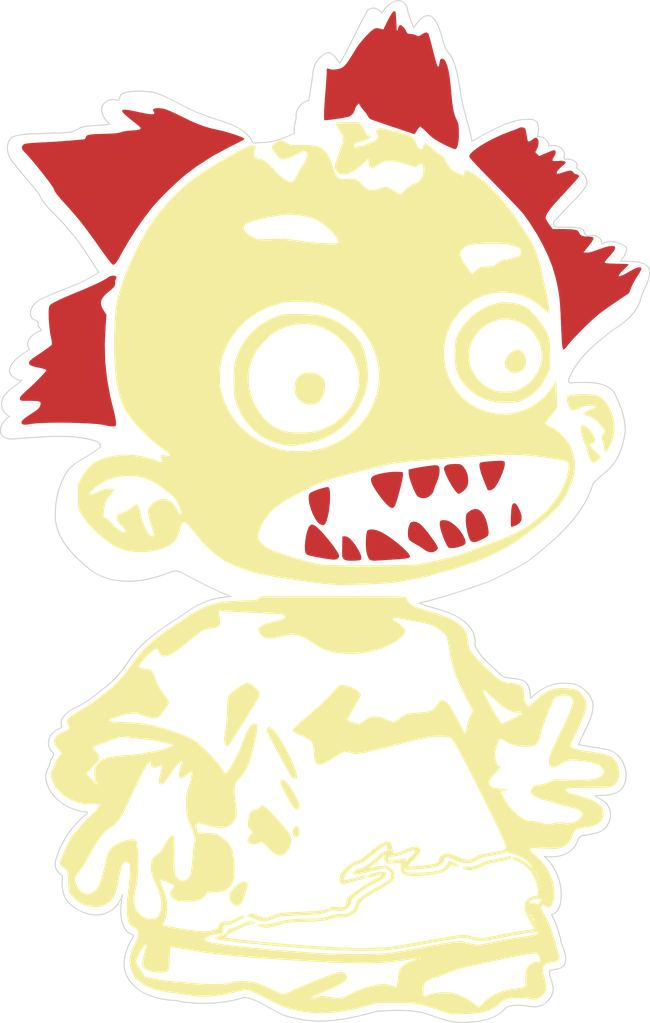
<source format=kicad_pcb>
(kicad_pcb (version 20221018) (generator pcbnew)
  (layers (0 "F.Cu" signal) (31 "B.Cu" signal) (34 "B.Paste" user) (35 "F.Paste" user) (36 "B.SilkS" user "B.Silkscreen") (37 "F.SilkS" user "F.Silkscreen") (38 "B.Mask" user) (39 "F.Mask" user) (44 "Edge.Cuts" user))
  (net 0 "")
  (footprint "LOGO" (layer "F.Cu") (at 54.2976 75.5477)
    (fp_text reference "G***" hide)
    (fp_text value "LOGO" hide)
  )
  (footprint "LOGO" (layer "F.Cu") (at 54.2976 75.5477)
    (fp_text reference "G***" hide)
    (fp_text value "LOGO" hide)
    (fp_poly (pts (xy 22.715757 -3.677901) (xy 22.840901 -3.563633) (xy 22.988672 -3.334079) (xy 23.135881 -3.03697) (xy 23.259341 -2.720037) (xy 23.335862 -2.431012) (xy 23.342598 -2.387609) (xy 23.323466 -2.021332) (xy 23.155256 -1.732614) (xy 22.835298 -1.517274) (xy 22.768586 -1.488846) (xy 22.538473 -1.405089) (xy 22.369445 -1.358249) (xy 22.338855 -1.354667) (xy 22.297922 -1.41714) (xy 22.27599 -1.612593) (xy 22.272454 -1.953076) (xy 22.285448 -2.418356) (xy 22.314529 -2.944228) (xy 22.358857 -3.318127) (xy 22.424275 -3.557154) (xy 22.516623 -3.678409) (xy 22.641744 -3.69899) (xy 22.715757 -3.677901)) (stroke (width 0.01)) (fill solid) (layer "F.Cu"))
    (fp_poly (pts (xy 5.937682 -0.356416) (xy 6.22851 -0.148738) (xy 6.557023 0.21866) (xy 6.87017 0.661887) (xy 7.134503 1.108721) (xy 7.297335 1.478853) (xy 7.354191 1.75786) (xy 7.300598 1.931317) (xy 7.271328 1.955308) (xy 7.135864 1.989979) (xy 6.879864 2.016325) (xy 6.552079 2.029836) (xy 6.455833 2.030703) (xy 6.092719 2.024999) (xy 5.855632 2.000635) (xy 5.701574 1.94918) (xy 5.587549 1.862208) (xy 5.585414 1.860081) (xy 5.512962 1.773549) (xy 5.465497 1.664588) (xy 5.438975 1.500273) (xy 5.429354 1.247676) (xy 5.432589 0.873872) (xy 5.437248 0.653581) (xy 5.461 -0.381) (xy 5.682009 -0.40665) (xy 5.937682 -0.356416)) (stroke (width 0.01)) (fill solid) (layer "F.Cu"))
    (fp_poly (pts (xy 15.886248 -1.982541) (xy 16.272621 -1.814644) (xy 16.689988 -1.502715) (xy 16.945957 -1.259529) (xy 17.209713 -0.951658) (xy 17.442105 -0.606403) (xy 17.623554 -0.262148) (xy 17.734478 0.042723) (xy 17.755295 0.269827) (xy 17.74522 0.307178) (xy 17.618647 0.438111) (xy 17.370976 0.562366) (xy 17.050355 0.667828) (xy 16.704933 0.74238) (xy 16.382858 0.773906) (xy 16.132278 0.75029) (xy 16.072855 0.728016) (xy 15.956024 0.6027) (xy 15.812282 0.351006) (xy 15.655878 0.010813) (xy 15.50106 -0.380001) (xy 15.362077 -0.78356) (xy 15.253179 -1.161985) (xy 15.188612 -1.477398) (xy 15.17792 -1.651) (xy 15.201472 -1.869115) (xy 15.270161 -1.970692) (xy 15.432453 -2.008493) (xy 15.513035 -2.015818) (xy 15.886248 -1.982541)) (stroke (width 0.01)) (fill solid) (layer "F.Cu"))
    (fp_poly (pts (xy 16.994385 -7.61431) (xy 17.204544 -7.589235) (xy 17.348557 -7.528338) (xy 17.477974 -7.41643) (xy 17.526638 -7.365317) (xy 17.78842 -6.982795) (xy 17.956722 -6.523866) (xy 18.022348 -6.040506) (xy 17.976104 -5.584693) (xy 17.885701 -5.335688) (xy 17.725545 -5.108603) (xy 17.498979 -4.89126) (xy 17.258728 -4.726428) (xy 17.057515 -4.656878) (xy 17.048635 -4.656667) (xy 16.940423 -4.720215) (xy 16.777257 -4.88475) (xy 16.637006 -5.058834) (xy 16.424901 -5.373295) (xy 16.205201 -5.746191) (xy 15.995527 -6.141451) (xy 15.813499 -6.523007) (xy 15.676737 -6.85479) (xy 15.602863 -7.100729) (xy 15.595814 -7.190173) (xy 15.678656 -7.388061) (xy 15.882179 -7.521629) (xy 16.220684 -7.596602) (xy 16.66653 -7.618752) (xy 16.994385 -7.61431)) (stroke (width 0.01)) (fill solid) (layer "F.Cu"))
    (fp_poly (pts (xy 4.129628 -5.220182) (xy 4.188192 -4.984745) (xy 4.217594 -4.641405) (xy 4.219494 -4.219306) (xy 4.195551 -3.747591) (xy 4.147423 -3.255403) (xy 4.076771 -2.771887) (xy 3.985252 -2.326184) (xy 3.874527 -1.947438) (xy 3.843671 -1.865708) (xy 3.734683 -1.643147) (xy 3.616076 -1.543611) (xy 3.47798 -1.524) (xy 3.232011 -1.597615) (xy 3.030605 -1.756834) (xy 2.767683 -2.113081) (xy 2.520575 -2.582572) (xy 2.311097 -3.109325) (xy 2.161067 -3.637357) (xy 2.092301 -4.110686) (xy 2.0904 -4.169451) (xy 2.103679 -4.456362) (xy 2.166305 -4.635469) (xy 2.264849 -4.741232) (xy 2.434742 -4.837848) (xy 2.711952 -4.95462) (xy 3.049532 -5.076281) (xy 3.400538 -5.187564) (xy 3.718023 -5.273204) (xy 3.955041 -5.317935) (xy 4.040243 -5.318573) (xy 4.129628 -5.220182)) (stroke (width 0.01)) (fill solid) (layer "F.Cu"))
    (fp_poly (pts (xy 19.047245 -3.069872) (xy 19.351464 -2.847848) (xy 19.614389 -2.470281) (xy 19.800877 -2.024428) (xy 19.950278 -1.505217) (xy 20.03351 -1.058167) (xy 20.047852 -0.708303) (xy 19.990579 -0.480649) (xy 19.971781 -0.453763) (xy 19.808853 -0.323071) (xy 19.541023 -0.169562) (xy 19.225413 -0.019637) (xy 18.919142 0.100301) (xy 18.679331 0.16385) (xy 18.626666 0.16797) (xy 18.423166 0.142943) (xy 18.31526 0.103306) (xy 18.202731 -0.041955) (xy 18.085276 -0.315184) (xy 17.973614 -0.675739) (xy 17.878462 -1.08298) (xy 17.810538 -1.496265) (xy 17.780561 -1.874953) (xy 17.78 -1.926337) (xy 17.785854 -2.274608) (xy 17.810198 -2.498717) (xy 17.8632 -2.643628) (xy 17.95503 -2.754307) (xy 17.9705 -2.768662) (xy 18.348395 -3.033681) (xy 18.710099 -3.132951) (xy 19.047245 -3.069872)) (stroke (width 0.01)) (fill solid) (layer "F.Cu"))
    (fp_poly (pts (xy 11.472333 -6.815667) (xy 11.49984 -6.527415) (xy 11.48582 -6.351777) (xy 11.430749 -6.050242) (xy 11.343958 -5.658574) (xy 11.234778 -5.212539) (xy 11.11254 -4.747904) (xy 10.986575 -4.300434) (xy 10.866214 -3.905895) (xy 10.760788 -3.600054) (xy 10.697016 -3.450167) (xy 10.560295 -3.272563) (xy 10.389394 -3.23314) (xy 10.169709 -3.335207) (xy 9.886637 -3.582074) (xy 9.821715 -3.648505) (xy 9.536006 -3.972301) (xy 9.227742 -4.363681) (xy 8.927691 -4.77923) (xy 8.666619 -5.175533) (xy 8.475293 -5.509172) (xy 8.421154 -5.624883) (xy 8.315611 -5.947189) (xy 8.322769 -6.175832) (xy 8.449499 -6.349338) (xy 8.564873 -6.430524) (xy 8.823816 -6.541213) (xy 9.204132 -6.645999) (xy 9.657877 -6.73651) (xy 10.137109 -6.804372) (xy 10.593886 -6.841211) (xy 10.922 -6.842209) (xy 11.472333 -6.815667)) (stroke (width 0.01)) (fill solid) (layer "F.Cu"))
    (fp_poly (pts (xy 12.859676 -1.822519) (xy 13.162124 -1.667757) (xy 13.246355 -1.600802) (xy 13.47235 -1.376937) (xy 13.738759 -1.073703) (xy 14.02415 -0.720409) (xy 14.307093 -0.346362) (xy 14.566154 0.01913) (xy 14.779903 0.346757) (xy 14.926908 0.607213) (xy 14.985737 0.771189) (xy 14.986 0.778185) (xy 14.93188 0.882378) (xy 14.816666 1.016) (xy 14.558847 1.162931) (xy 14.235885 1.188046) (xy 13.896322 1.095024) (xy 13.631333 0.926187) (xy 13.401866 0.756233) (xy 13.088108 0.557858) (xy 12.766798 0.378728) (xy 12.475847 0.211568) (xy 12.239828 0.044614) (xy 12.105868 -0.088418) (xy 12.100048 -0.09828) (xy 12.0161 -0.369689) (xy 11.991721 -0.716435) (xy 12.020506 -1.086794) (xy 12.096048 -1.42904) (xy 12.211944 -1.691448) (xy 12.310508 -1.797871) (xy 12.55788 -1.869665) (xy 12.859676 -1.822519)) (stroke (width 0.01)) (fill solid) (layer "F.Cu"))
    (fp_poly (pts (xy 21.354467 -7.936106) (xy 21.46425 -7.923585) (xy 21.599903 -7.879075) (xy 21.661855 -7.802645) (xy 21.668244 -7.64551) (xy 21.646171 -7.434248) (xy 21.57521 -7.130604) (xy 21.434859 -6.735547) (xy 21.248193 -6.299108) (xy 21.038289 -5.87132) (xy 20.828222 -5.502215) (xy 20.641068 -5.241826) (xy 20.628685 -5.228167) (xy 20.432524 -5.079161) (xy 20.213584 -4.998956) (xy 20.029229 -5.001925) (xy 19.952865 -5.058834) (xy 19.908638 -5.157925) (xy 19.815858 -5.382248) (xy 19.687746 -5.699371) (xy 19.537518 -6.076863) (xy 19.524535 -6.109727) (xy 19.306093 -6.710959) (xy 19.176709 -7.181368) (xy 19.137027 -7.517412) (xy 19.187689 -7.715551) (xy 19.226381 -7.751357) (xy 19.362888 -7.789636) (xy 19.626125 -7.82941) (xy 19.973554 -7.867403) (xy 20.36264 -7.900343) (xy 20.750845 -7.924956) (xy 21.095633 -7.937968) (xy 21.354467 -7.936106)) (stroke (width 0.01)) (fill solid) (layer "F.Cu"))
    (fp_poly (pts (xy 14.962067 -7.470061) (xy 15.083912 -7.383066) (xy 15.139803 -7.225044) (xy 15.154955 -6.985528) (xy 15.155333 -6.908563) (xy 15.117504 -6.546748) (xy 14.996622 -6.121679) (xy 14.859 -5.769226) (xy 14.72661 -5.442707) (xy 14.624732 -5.167434) (xy 14.568774 -4.986125) (xy 14.562666 -4.947632) (xy 14.496137 -4.777705) (xy 14.329197 -4.575534) (xy 14.110813 -4.38862) (xy 13.889954 -4.264464) (xy 13.843 -4.249533) (xy 13.586715 -4.211846) (xy 13.383542 -4.216643) (xy 13.148003 -4.290335) (xy 12.988277 -4.373398) (xy 12.867037 -4.515356) (xy 12.71733 -4.781601) (xy 12.554634 -5.132884) (xy 12.394425 -5.52996) (xy 12.25218 -5.933581) (xy 12.143375 -6.304501) (xy 12.083487 -6.603473) (xy 12.076926 -6.684475) (xy 12.065 -7.062057) (xy 12.526065 -7.166268) (xy 12.804905 -7.222185) (xy 13.193423 -7.290806) (xy 13.633484 -7.362189) (xy 13.948683 -7.409579) (xy 14.419665 -7.472849) (xy 14.749056 -7.4965) (xy 14.962067 -7.470061)) (stroke (width 0.01)) (fill solid) (layer "F.Cu"))
    (fp_poly (pts (xy 2.65381 -1.497011) (xy 2.72835 -1.453327) (xy 2.956258 -1.273533) (xy 3.252879 -0.983959) (xy 3.592596 -0.615452) (xy 3.949793 -0.198859) (xy 4.298855 0.234974) (xy 4.614164 0.6552) (xy 4.870105 1.030972) (xy 5.04106 1.331444) (xy 5.041233 1.331808) (xy 5.12916 1.533133) (xy 5.136046 1.648834) (xy 5.055571 1.745244) (xy 4.997263 1.793462) (xy 4.891937 1.866783) (xy 4.772726 1.912016) (xy 4.612168 1.928296) (xy 4.382803 1.914756) (xy 4.05717 1.870532) (xy 3.60781 1.79476) (xy 3.302 1.740051) (xy 2.781191 1.644399) (xy 2.402324 1.568535) (xy 2.140402 1.503872) (xy 1.970428 1.441825) (xy 1.867404 1.373806) (xy 1.806333 1.29123) (xy 1.773149 1.21491) (xy 1.718727 0.931049) (xy 1.712393 0.534795) (xy 1.74815 0.074218) (xy 1.820004 -0.402613) (xy 1.921957 -0.847627) (xy 2.048013 -1.212754) (xy 2.08591 -1.292388) (xy 2.241 -1.51276) (xy 2.418569 -1.578029) (xy 2.65381 -1.497011)) (stroke (width 0.01)) (fill solid) (layer "F.Cu"))
    (fp_poly (pts (xy 8.845199 -1.009592) (xy 9.161838 -0.897795) (xy 9.502879 -0.730008) (xy 9.897802 -0.491427) (xy 10.322957 -0.201401) (xy 10.754691 0.120716) (xy 11.169355 0.455574) (xy 11.543296 0.783821) (xy 11.852865 1.086105) (xy 12.07441 1.343075) (xy 12.18428 1.535378) (xy 12.192 1.581527) (xy 12.18429 1.651175) (xy 12.148217 1.70687) (xy 12.064361 1.751974) (xy 11.913303 1.789847) (xy 11.675626 1.823852) (xy 11.331912 1.857349) (xy 10.86274 1.893701) (xy 10.248694 1.936269) (xy 10.075333 1.947936) (xy 9.48852 1.986419) (xy 9.046638 2.011667) (xy 8.725733 2.022721) (xy 8.501847 2.018621) (xy 8.351025 1.998408) (xy 8.249312 1.961122) (xy 8.172751 1.905803) (xy 8.135575 1.870241) (xy 8.029377 1.699257) (xy 7.92691 1.429918) (xy 7.872189 1.218943) (xy 7.826177 0.891062) (xy 7.803526 0.496548) (xy 7.802692 0.077956) (xy 7.822132 -0.322155) (xy 7.860301 -0.661228) (xy 7.915657 -0.896706) (xy 7.951397 -0.964908) (xy 8.146254 -1.073457) (xy 8.453346 -1.087844) (xy 8.845199 -1.009592)) (stroke (width 0.01)) (fill solid) (layer "F.Cu"))
    (fp_poly (pts (xy -17.289821 -26.413702) (xy -17.139563 -26.34285) (xy -17.102667 -26.251664) (xy -17.145693 -26.086756) (xy -17.195863 -26.029729) (xy -17.249308 -25.913387) (xy -17.242774 -25.740702) (xy -17.239604 -25.535508) (xy -17.328853 -25.334743) (xy -17.529064 -25.112625) (xy -17.858776 -24.843373) (xy -17.921899 -24.796327) (xy -18.309317 -24.448391) (xy -18.560814 -24.085288) (xy -18.666484 -23.726172) (xy -18.630253 -23.426559) (xy -18.519545 -23.181311) (xy -18.361382 -22.907253) (xy -18.318088 -22.842329) (xy -18.099761 -22.527283) (xy -18.193881 -21.305407) (xy -18.27314 -19.498644) (xy -18.222342 -17.761651) (xy -18.037534 -16.051185) (xy -17.714763 -14.324006) (xy -17.461489 -13.292667) (xy -17.348 -12.839974) (xy -17.252785 -12.411271) (xy -17.184704 -12.050087) (xy -17.152615 -11.799948) (xy -17.15132 -11.768667) (xy -17.153959 -11.534279) (xy -17.195583 -11.421571) (xy -17.311268 -11.382933) (xy -17.441334 -11.37505) (xy -17.703831 -11.391144) (xy -18.024347 -11.446416) (xy -18.161 -11.480297) (xy -18.494712 -11.54674) (xy -18.970763 -11.604575) (xy -19.562361 -11.65339) (xy -20.242711 -11.692773) (xy -20.985018 -11.722311) (xy -21.762487 -11.741592) (xy -22.548326 -11.750203) (xy -23.315738 -11.747732) (xy -24.03793 -11.733767) (xy -24.688107 -11.707894) (xy -25.239476 -11.669702) (xy -25.66524 -11.618778) (xy -25.781 -11.597585) (xy -26.173758 -11.545526) (xy -26.441227 -11.576187) (xy -26.572972 -11.687518) (xy -26.585334 -11.755522) (xy -26.553704 -11.880072) (xy -26.446465 -12.02154) (xy -26.24509 -12.196091) (xy -25.931056 -12.419894) (xy -25.51075 -12.693325) (xy -25.164121 -12.923214) (xy -24.937132 -13.103249) (xy -24.799282 -13.261884) (xy -24.720073 -13.427571) (xy -24.718445 -13.432461) (xy -24.668076 -13.626299) (xy -24.680593 -13.762091) (xy -24.777429 -13.84998) (xy -24.980018 -13.900109) (xy -25.309795 -13.922621) (xy -25.764862 -13.927667) (xy -26.175952 -13.92898) (xy -26.447824 -13.937061) (xy -26.61059 -13.958125) (xy -26.694365 -13.998386) (xy -26.729262 -14.064058) (xy -26.740816 -14.129059) (xy -26.72331 -14.273099) (xy -26.615119 -14.439316) (xy -26.393683 -14.659803) (xy -26.324181 -14.721726) (xy -25.955817 -15.053387) (xy -25.573868 -15.410924) (xy -25.197646 -15.774688) (xy -24.846462 -16.125031) (xy -24.539629 -16.442304) (xy -24.296459 -16.706858) (xy -24.136266 -16.899045) (xy -24.07836 -16.999216) (xy -24.079766 -17.005216) (xy -24.183034 -17.062509) (xy -24.408618 -17.136476) (xy -24.712305 -17.213114) (xy -24.787822 -17.229492) (xy -25.223363 -17.326096) (xy -25.518192 -17.407958) (xy -25.698682 -17.487855) (xy -25.791201 -17.578567) (xy -25.822123 -17.692872) (xy -25.823334 -17.731263) (xy -25.801945 -17.826989) (xy -25.724716 -17.935972) (xy -25.572051 -18.074918) (xy -25.324353 -18.260528) (xy -24.962027 -18.509509) (xy -24.725271 -18.667276) (xy -24.341243 -18.92655) (xy -24.006287 -19.162073) (xy -23.746785 -19.354563) (xy -23.58912 -19.484741) (xy -23.555812 -19.521975) (xy -23.538123 -19.676299) (xy -23.572496 -19.953317) (xy -23.640086 -20.259944) (xy -23.710367 -20.612994) (xy -23.771963 -21.065044) (xy -23.821756 -21.57102) (xy -23.856628 -22.085848) (xy -23.873461 -22.564455) (xy -23.869139 -22.961767) (xy -23.844394 -23.213598) (xy -23.79931 -23.375161) (xy -23.712052 -23.502162) (xy -23.547814 -23.627327) (xy -23.271792 -23.783383) (xy -23.195873 -23.823402) (xy -22.918974 -23.958985) (xy -22.524314 -24.139495) (xy -22.051536 -24.347426) (xy -21.540284 -24.565277) (xy -21.14427 -24.729208) (xy -20.307713 -25.077371) (xy -19.576691 -25.395517) (xy -18.962486 -25.678301) (xy -18.476379 -25.920381) (xy -18.129651 -26.116412) (xy -17.957546 -26.238791) (xy -17.749011 -26.360917) (xy -17.509703 -26.419473) (xy -17.289821 -26.413702)) (stroke (width 0.01)) (fill solid) (layer "F.Cu"))
    (fp_poly (pts (xy -12.546785 -43.113353) (xy -12.47319 -43.10065) (xy -12.142519 -43.00685) (xy -11.682709 -42.824723) (xy -11.105857 -42.559356) (xy -10.668 -42.341649) (xy -9.820615 -41.926231) (xy -9.070422 -41.596776) (xy -8.378392 -41.338659) (xy -7.705497 -41.137254) (xy -7.047519 -40.984945) (xy -6.582935 -40.880216) (xy -6.098757 -40.752917) (xy -5.622663 -40.612442) (xy -5.182332 -40.468185) (xy -4.805439 -40.329541) (xy -4.519664 -40.205905) (xy -4.352683 -40.10667) (xy -4.32097 -40.059497) (xy -4.394333 -40.007281) (xy -4.597132 -39.893629) (xy -4.906285 -39.730669) (xy -5.29871 -39.530532) (xy -5.751324 -39.305347) (xy -5.823803 -39.269755) (xy -7.538769 -38.346437) (xy -9.125624 -37.319643) (xy -10.16 -36.540488) (xy -10.61141 -36.160986) (xy -11.127306 -35.697699) (xy -11.675203 -35.182414) (xy -12.222617 -34.646917) (xy -12.737065 -34.122993) (xy -13.18606 -33.642431) (xy -13.53712 -33.237016) (xy -13.541476 -33.231667) (xy -14.284417 -32.267404) (xy -15.037879 -31.195034) (xy -15.765665 -30.069213) (xy -16.431578 -28.944593) (xy -16.681646 -28.490334) (xy -16.909288 -28.078129) (xy -17.082596 -27.796979) (xy -17.219019 -27.624573) (xy -17.336007 -27.538603) (xy -17.443209 -27.516667) (xy -17.542683 -27.587087) (xy -17.727417 -27.793856) (xy -17.992118 -28.130236) (xy -18.331491 -28.589489) (xy -18.740243 -29.164877) (xy -18.756998 -29.188834) (xy -19.372164 -30.059183) (xy -19.920467 -30.8123) (xy -20.423226 -31.475512) (xy -20.90176 -32.076147) (xy -21.377388 -32.641534) (xy -21.871429 -33.199001) (xy -21.968581 -33.30567) (xy -22.40403 -33.785805) (xy -22.736724 -34.16335) (xy -22.981535 -34.457528) (xy -23.153333 -34.687559) (xy -23.266991 -34.872664) (xy -23.33738 -35.032063) (xy -23.359803 -35.103776) (xy -23.432641 -35.240186) (xy -23.597256 -35.482772) (xy -23.835559 -35.808858) (xy -24.129462 -36.195767) (xy -24.460873 -36.620822) (xy -24.811705 -37.061348) (xy -25.163867 -37.494666) (xy -25.49927 -37.898101) (xy -25.799826 -38.248977) (xy -26.047444 -38.524616) (xy -26.224036 -38.702341) (xy -26.24496 -38.720572) (xy -26.477878 -38.978801) (xy -26.5516 -39.219754) (xy -26.465309 -39.431035) (xy -26.300206 -39.559746) (xy -26.149079 -39.599196) (xy -25.851285 -39.638044) (xy -25.429482 -39.674198) (xy -24.906331 -39.705562) (xy -24.553334 -39.721206) (xy -24.069915 -39.743938) (xy -23.500811 -39.77691) (xy -22.88174 -39.817441) (xy -22.248423 -39.862847) (xy -21.636579 -39.910446) (xy -21.081927 -39.957556) (xy -20.620188 -40.001493) (xy -20.287082 -40.039576) (xy -20.254405 -40.044053) (xy -20.210907 -40.115423) (xy -20.152399 -40.254446) (xy -20.106663 -40.346444) (xy -20.033856 -40.416847) (xy -19.911921 -40.469365) (xy -19.718802 -40.507705) (xy -19.432441 -40.535577) (xy -19.030782 -40.556689) (xy -18.491768 -40.574748) (xy -18.199148 -40.582851) (xy -17.612115 -40.604405) (xy -17.174529 -40.634661) (xy -16.866635 -40.675672) (xy -16.668677 -40.729496) (xy -16.632815 -40.745823) (xy -16.414176 -40.814502) (xy -16.072552 -40.870713) (xy -15.654212 -40.907111) (xy -15.599125 -40.909888) (xy -15.141986 -40.942308) (xy -14.844395 -40.993887) (xy -14.697032 -41.071192) (xy -14.69058 -41.180789) (xy -14.815721 -41.329244) (xy -14.901334 -41.401615) (xy -15.098272 -41.55888) (xy -15.381183 -41.784636) (xy -15.703625 -42.041827) (xy -15.875 -42.178481) (xy -16.243501 -42.489568) (xy -16.466968 -42.723038) (xy -16.543034 -42.882177) (xy -16.46933 -42.970269) (xy -16.243489 -42.990598) (xy -15.863142 -42.946449) (xy -15.3876 -42.854478) (xy -14.744148 -42.719209) (xy -14.247097 -42.622238) (xy -13.878492 -42.561114) (xy -13.620377 -42.533385) (xy -13.454796 -42.5366) (xy -13.363794 -42.568309) (xy -13.353941 -42.57686) (xy -13.305573 -42.692911) (xy -13.3604 -42.7736) (xy -13.458175 -42.933865) (xy -13.407776 -43.054579) (xy -13.227129 -43.129137) (xy -12.934157 -43.150931) (xy -12.546785 -43.113353)) (stroke (width 0.01)) (fill solid) (layer "F.Cu"))
    (fp_poly (pts (xy 10.733503 -52.794719) (xy 10.759527 -52.692099) (xy 10.787728 -52.455166) (xy 10.81476 -52.118851) (xy 10.83728 -51.718083) (xy 10.837881 -51.704759) (xy 10.857932 -51.277867) (xy 10.875251 -51.002288) (xy 10.893866 -50.860139) (xy 10.917803 -50.833536) (xy 10.951092 -50.904594) (xy 10.989996 -51.029259) (xy 11.073968 -51.25991) (xy 11.158637 -51.414749) (xy 11.184568 -51.440296) (xy 11.307271 -51.42679) (xy 11.475883 -51.303523) (xy 11.652098 -51.10764) (xy 11.79761 -50.876287) (xy 11.823047 -50.821167) (xy 11.920321 -50.641215) (xy 12.049128 -50.563109) (xy 12.277413 -50.546002) (xy 12.280781 -50.546) (xy 12.559301 -50.511276) (xy 12.801743 -50.425945) (xy 12.831297 -50.408399) (xy 12.970209 -50.331099) (xy 13.087372 -50.329629) (xy 13.245642 -50.414017) (xy 13.362035 -50.493066) (xy 13.658076 -50.664399) (xy 13.868989 -50.701647) (xy 14.012033 -50.605598) (xy 14.0564 -50.524834) (xy 14.104939 -50.379284) (xy 14.184672 -50.102416) (xy 14.286507 -49.727382) (xy 14.401347 -49.287333) (xy 14.468667 -49.022) (xy 14.623613 -48.413064) (xy 14.746359 -47.953269) (xy 14.8426 -47.626719) (xy 14.918029 -47.417516) (xy 14.978343 -47.309763) (xy 15.029235 -47.287564) (xy 15.074231 -47.331536) (xy 15.140367 -47.518039) (xy 15.154036 -47.639242) (xy 15.198823 -47.926757) (xy 15.325675 -48.072739) (xy 15.416439 -48.090667) (xy 15.605256 -48.00695) (xy 15.777565 -47.758178) (xy 15.932344 -47.347918) (xy 16.068571 -46.779741) (xy 16.185223 -46.057214) (xy 16.281278 -45.183905) (xy 16.295354 -45.022271) (xy 16.361753 -44.279246) (xy 16.425416 -43.680863) (xy 16.490804 -43.202584) (xy 16.562375 -42.819871) (xy 16.644591 -42.508186) (xy 16.741913 -42.24299) (xy 16.837318 -42.040678) (xy 16.95187 -41.784814) (xy 17.023203 -41.52116) (xy 17.063241 -41.191543) (xy 17.080276 -40.855344) (xy 17.079492 -40.311) (xy 17.041155 -39.835622) (xy 16.969982 -39.452907) (xy 16.870692 -39.186556) (xy 16.748003 -39.060269) (xy 16.721666 -39.053972) (xy 16.586349 -39.084093) (xy 16.335361 -39.180443) (xy 16.002054 -39.328844) (xy 15.619785 -39.515121) (xy 15.536333 -39.557764) (xy 15.066536 -39.808287) (xy 14.70599 -40.025308) (xy 14.408128 -40.241612) (xy 14.12638 -40.489988) (xy 13.914981 -40.699293) (xy 13.653208 -40.958096) (xy 13.429557 -41.163629) (xy 13.273207 -41.289938) (xy 13.22005 -41.317334) (xy 13.129915 -41.250021) (xy 12.996398 -41.077601) (xy 12.90719 -40.936334) (xy 12.775904 -40.722039) (xy 12.680288 -40.583832) (xy 12.651211 -40.555334) (xy 12.565655 -40.581313) (xy 12.345241 -40.653523) (xy 12.015323 -40.763371) (xy 11.601257 -40.902266) (xy 11.128396 -41.061614) (xy 10.622097 -41.232824) (xy 10.107713 -41.407304) (xy 9.6106 -41.576462) (xy 9.156112 -41.731705) (xy 8.769604 -41.864441) (xy 8.476431 -41.966078) (xy 8.301948 -42.028024) (xy 8.27256 -42.039159) (xy 8.138905 -42.15038) (xy 7.995145 -42.351008) (xy 7.961248 -42.41294) (xy 7.823441 -42.643972) (xy 7.683824 -42.820891) (xy 7.657006 -42.845755) (xy 7.52353 -42.990273) (xy 7.360042 -43.210728) (xy 7.300729 -43.301002) (xy 7.089156 -43.636155) (xy 6.888911 -43.403356) (xy 6.752578 -43.192257) (xy 6.68923 -42.990498) (xy 6.688666 -42.975158) (xy 6.623601 -42.77799) (xy 6.463101 -42.558129) (xy 6.259209 -42.376093) (xy 6.108611 -42.300651) (xy 5.885083 -42.249107) (xy 5.566195 -42.188732) (xy 5.1881 -42.124834) (xy 4.78695 -42.06272) (xy 4.398898 -42.007697) (xy 4.060097 -41.965071) (xy 3.8067 -41.94015) (xy 3.67486 -41.938241) (xy 3.665145 -41.941966) (xy 3.632556 -42.067178) (xy 3.621594 -42.356564) (xy 3.632288 -42.810923) (xy 3.664665 -43.431057) (xy 3.718755 -44.217766) (xy 3.768762 -44.858276) (xy 3.809621 -45.382571) (xy 3.844944 -45.875013) (xy 3.872412 -46.300035) (xy 3.889703 -46.622067) (xy 3.894666 -46.787971) (xy 3.901324 -47.016256) (xy 3.934074 -47.109246) (xy 4.012079 -47.100837) (xy 4.058433 -47.077646) (xy 4.326293 -47.003931) (xy 4.680728 -46.996305) (xy 5.054241 -47.050611) (xy 5.370768 -47.158454) (xy 5.534585 -47.258539) (xy 5.702556 -47.408409) (xy 5.888821 -47.626856) (xy 6.107522 -47.932668) (xy 6.372798 -48.344636) (xy 6.698791 -48.881551) (xy 6.815666 -49.078466) (xy 7.018365 -49.379176) (xy 7.302089 -49.74508) (xy 7.625271 -50.12456) (xy 7.874 -50.392652) (xy 8.208348 -50.728934) (xy 8.462201 -50.954208) (xy 8.667748 -51.083863) (xy 8.857178 -51.133286) (xy 9.062682 -51.117865) (xy 9.278405 -51.064018) (xy 9.538692 -50.989368) (xy 9.977353 -51.871395) (xy 10.21437 -52.324201) (xy 10.403228 -52.628077) (xy 10.552595 -52.793606) (xy 10.671138 -52.831371) (xy 10.733503 -52.794719)) (stroke (width 0.01)) (fill solid) (layer "F.Cu"))
    (fp_poly (pts (xy 23.457999 -41.222418) (xy 23.645538 -41.16222) (xy 23.686819 -41.126834) (xy 23.744639 -40.987477) (xy 23.801305 -40.743182) (xy 23.83031 -40.555334) (xy 23.884909 -40.16123) (xy 23.943017 -39.919081) (xy 24.023637 -39.81222) (xy 24.145774 -39.823979) (xy 24.32843 -39.937692) (xy 24.439649 -40.020898) (xy 24.653878 -40.161547) (xy 24.80057 -40.191477) (xy 24.8785 -40.16049) (xy 25.002472 -39.990983) (xy 25.042761 -39.721726) (xy 24.998885 -39.400454) (xy 24.889116 -39.110348) (xy 24.707386 -38.754129) (xy 25.106875 -38.35464) (xy 25.782604 -38.64962) (xy 26.106787 -38.784105) (xy 26.384795 -38.886724) (xy 26.570932 -38.941056) (xy 26.6065 -38.945633) (xy 26.724622 -38.882818) (xy 26.749285 -38.716944) (xy 26.681737 -38.485324) (xy 26.585333 -38.311667) (xy 26.445118 -38.073356) (xy 26.420039 -37.929694) (xy 26.524565 -37.86351) (xy 26.773163 -37.857632) (xy 26.955846 -37.871926) (xy 27.331539 -37.888362) (xy 27.569926 -37.851811) (xy 27.644567 -37.813478) (xy 27.746753 -37.721044) (xy 27.712345 -37.642512) (xy 27.643829 -37.58481) (xy 27.343553 -37.326619) (xy 27.090604 -37.076208) (xy 26.91328 -36.86424) (xy 26.839875 -36.72138) (xy 26.839333 -36.712961) (xy 26.863214 -36.617864) (xy 26.953259 -36.585124) (xy 27.137068 -36.616017) (xy 27.442242 -36.711822) (xy 27.538652 -36.745334) (xy 27.836306 -36.837959) (xy 28.099335 -36.899465) (xy 28.228512 -36.914667) (xy 28.423709 -36.850242) (xy 28.490333 -36.745334) (xy 28.595641 -36.607822) (xy 28.691523 -36.576) (xy 28.878202 -36.527596) (xy 28.994619 -36.462186) (xy 29.036884 -36.435958) (xy 29.070003 -36.41304) (xy 29.084228 -36.381466) (xy 29.069812 -36.329269) (xy 29.017005 -36.244482) (xy 28.91606 -36.115138) (xy 28.757227 -35.929271) (xy 28.530759 -35.674914) (xy 28.226906 -35.3401) (xy 27.83592 -34.912862) (xy 27.348054 -34.381234) (xy 26.914723 -33.909) (xy 26.458647 -33.395545) (xy 26.122385 -32.977977) (xy 25.896617 -32.642652) (xy 25.772022 -32.375925) (xy 25.738666 -32.187353) (xy 25.78704 -32.04042) (xy 25.913853 -31.811028) (xy 26.091554 -31.548981) (xy 26.444442 -31.072667) (xy 27.307404 -31.072667) (xy 27.725661 -31.067075) (xy 28.128703 -31.052081) (xy 28.45519 -31.030361) (xy 28.572866 -31.017498) (xy 28.82948 -30.967658) (xy 28.976241 -30.883864) (xy 29.07259 -30.728454) (xy 29.088936 -30.690518) (xy 29.206667 -30.51171) (xy 29.400858 -30.395886) (xy 29.700949 -30.332682) (xy 30.136377 -30.311732) (xy 30.165157 -30.311599) (xy 30.391204 -30.290077) (xy 30.505043 -30.216809) (xy 30.504731 -30.076287) (xy 30.388327 -29.853002) (xy 30.153886 -29.531445) (xy 30.051269 -29.402341) (xy 29.521167 -28.744334) (xy 29.834156 -28.717883) (xy 30.102036 -28.739487) (xy 30.49037 -28.842215) (xy 31.01122 -29.029279) (xy 31.026858 -29.035383) (xy 31.583537 -29.233455) (xy 32.026245 -29.349085) (xy 32.293952 -29.379334) (xy 32.531788 -29.370617) (xy 32.645431 -29.328637) (xy 32.679753 -29.229648) (xy 32.681333 -29.174337) (xy 32.6143 -28.986054) (xy 32.415435 -28.700657) (xy 32.114409 -28.351574) (xy 31.858312 -28.069851) (xy 31.704385 -27.887191) (xy 31.639392 -27.778745) (xy 31.650096 -27.71966) (xy 31.72326 -27.685085) (xy 31.754576 -27.67601) (xy 31.918263 -27.652767) (xy 32.209693 -27.632489) (xy 32.587275 -27.617393) (xy 32.998833 -27.609773) (xy 33.395441 -27.602986) (xy 33.722034 -27.590618) (xy 33.946224 -27.574388) (xy 34.035625 -27.556013) (xy 34.036 -27.554755) (xy 33.9792 -27.479384) (xy 33.82671 -27.315451) (xy 33.605392 -27.091244) (xy 33.4645 -26.952914) (xy 33.185269 -26.661628) (xy 33.042727 -26.465524) (xy 33.033399 -26.364763) (xy 33.153813 -26.359506) (xy 33.400498 -26.449914) (xy 33.76998 -26.636148) (xy 34.255267 -26.916246) (xy 34.642247 -27.123182) (xy 34.956368 -27.23818) (xy 35.179747 -27.257846) (xy 35.294498 -27.178785) (xy 35.306 -27.115627) (xy 35.259999 -26.979386) (xy 35.138101 -26.750805) (xy 34.964462 -26.474157) (xy 34.921433 -26.410828) (xy 34.690694 -26.041108) (xy 34.464546 -25.621486) (xy 34.30217 -25.266702) (xy 34.067472 -24.680334) (xy 32.506569 -23.624672) (xy 31.92478 -23.225816) (xy 31.446613 -22.882566) (xy 31.031422 -22.561869) (xy 30.638558 -22.230675) (xy 30.227375 -21.85593) (xy 29.757226 -21.404584) (xy 29.662914 -21.312376) (xy 29.251559 -20.902414) (xy 28.857365 -20.49678) (xy 28.50577 -20.12262) (xy 28.222216 -19.807079) (xy 28.032141 -19.577303) (xy 28.013963 -19.552871) (xy 27.822642 -19.307961) (xy 27.658121 -19.129017) (xy 27.552876 -19.050936) (xy 27.545974 -19.05) (xy 27.476421 -19.128739) (xy 27.419532 -19.341244) (xy 27.398692 -19.4945) (xy 27.38253 -19.70314) (xy 27.361444 -20.05166) (xy 27.336949 -20.510728) (xy 27.310557 -21.051013) (xy 27.283785 -21.643185) (xy 27.265911 -22.066) (xy 27.229961 -22.853421) (xy 27.189789 -23.510372) (xy 27.140341 -24.075714) (xy 27.076566 -24.588309) (xy 26.993409 -25.087018) (xy 26.885819 -25.610701) (xy 26.748743 -26.198221) (xy 26.705817 -26.373667) (xy 26.411855 -27.348549) (xy 25.998384 -28.394438) (xy 25.481151 -29.480461) (xy 24.875904 -30.575748) (xy 24.198391 -31.649426) (xy 23.553045 -32.554334) (xy 23.410044 -32.724582) (xy 23.162144 -32.998652) (xy 22.824351 -33.360793) (xy 22.411668 -33.795255) (xy 21.939101 -34.286291) (xy 21.421654 -34.818149) (xy 20.874331 -35.375082) (xy 20.643707 -35.608094) (xy 19.923262 -36.338712) (xy 19.322572 -36.957089) (xy 18.842288 -37.46252) (xy 18.483063 -37.854304) (xy 18.24555 -38.131737) (xy 18.1304 -38.294117) (xy 18.118666 -38.328742) (xy 18.194773 -38.52315) (xy 18.410273 -38.765223) (xy 18.745935 -39.043363) (xy 19.182528 -39.345973) (xy 19.700821 -39.661454) (xy 20.281583 -39.978208) (xy 20.905583 -40.284637) (xy 21.55359 -40.569143) (xy 22.206372 -40.820127) (xy 22.309666 -40.856293) (xy 22.629764 -40.971657) (xy 22.889594 -41.074359) (xy 23.045976 -41.147015) (xy 23.067433 -41.161357) (xy 23.23463 -41.22384) (xy 23.457999 -41.222418)) (stroke (width 0.01)) (fill solid) (layer "F.Cu"))
  )
  (footprint "LOGO" (layer "F.Cu") (at 54.2976 75.5477)
    (fp_text reference "G***" hide)
    (fp_text value "LOGO" hide)
  )
  (footprint "LOGO" (layer "F.Cu") (at 54.2976 75.5477)
    (fp_text reference "G***" hide)
    (fp_text value "LOGO" hide)
  )
  (footprint "LOGO" (layer "F.Cu") (at 54.2976 75.5477)
    (fp_text reference "G***" hide)
    (fp_text value "LOGO" hide)
  )
  (footprint "LOGO" (layer "F.Cu") (at 54.2976 75.5477)
    (fp_text reference "G***" hide)
    (fp_text value "LOGO" hide)
  )
  (gr_line (start 30.9299 96.9517) (end 30.8904 97.0579) (stroke (width 0.1)) (layer "Edge.Cuts"))
  (gr_line (start 26.4222 37.0297) (end 26.4925 37.2156) (stroke (width 0.1)) (layer "Edge.Cuts"))
  (gr_line (start 30.2416 99.7872) (end 30.3591 100.1153) (stroke (width 0.1)) (layer "Edge.Cuts"))
  (gr_line (start 37.9659 114.1594) (end 38.0855 114.3625) (stroke (width 0.1)) (layer "Edge.Cuts"))
  (gr_line (start 56.6113 30.3115) (end 56.399 31.6288) (stroke (width 0.1)) (layer "Edge.Cuts"))
  (gr_line (start 82.0124 44.2859) (end 81.4791 44.2715) (stroke (width 0.1)) (layer "Edge.Cuts"))
  (gr_line (start 60.1878 26.6952) (end 59.8558 27.3104) (stroke (width 0.1)) (layer "Edge.Cuts"))
  (gr_line (start 83.0575 44.3211) (end 82.5376 44.2891) (stroke (width 0.1)) (layer "Edge.Cuts"))
  (gr_line (start 36.5571 89.8216) (end 36.1791 90.1411) (stroke (width 0.1)) (layer "Edge.Cuts"))
  (gr_line (start 82.3275 89.8246) (end 82.095 89.8337) (stroke (width 0.1)) (layer "Edge.Cuts"))
  (gr_line (start 29.6661 54.5255) (end 29.6758 54.5642) (stroke (width 0.1)) (layer "Edge.Cuts"))
  (gr_line (start 31.7969 69.5388) (end 31.5725 70.0847) (stroke (width 0.1)) (layer "Edge.Cuts"))
  (gr_line (start 83.3489 38.5273) (end 83.149 38.3828) (stroke (width 0.1)) (layer "Edge.Cuts"))
  (gr_line (start 87.1182 61.2659) (end 86.8991 60.8183) (stroke (width 0.1)) (layer "Edge.Cuts"))
  (gr_line (start 35.9662 31.9127) (end 35.8824 32.0116) (stroke (width 0.1)) (layer "Edge.Cuts"))
  (gr_line (start 34.9532 66.7167) (end 34.5038 67.0036) (stroke (width 0.1)) (layer "Edge.Cuts"))
  (gr_line (start 79.2931 34.0735) (end 79.2519 33.9533) (stroke (width 0.1)) (layer "Edge.Cuts"))
  (gr_line (start 40.3782 85.4109) (end 40.0198 85.7289) (stroke (width 0.1)) (layer "Edge.Cuts"))
  (gr_line (start 36.6067 112.5353) (end 36.8533 112.3466) (stroke (width 0.1)) (layer "Edge.Cuts"))
  (gr_line (start 87.5939 47.6896) (end 87.5755 47.6664) (stroke (width 0.1)) (layer "Edge.Cuts"))
  (gr_line (start 78.2364 89.9405) (end 78.1576 89.8289) (stroke (width 0.1)) (layer "Edge.Cuts"))
  (gr_line (start 56.2472 31.665) (end 56.1025 31.7159) (stroke (width 0.1)) (layer "Edge.Cuts"))
  (gr_line (start 87.7646 100.1883) (end 87.8612 100.0162) (stroke (width 0.1)) (layer "Edge.Cuts"))
  (gr_line (start 81.3418 89.8327) (end 81.0934 89.8702) (stroke (width 0.1)) (layer "Edge.Cuts"))
  (gr_line (start 88.6616 53.0202) (end 88.8411 52.8036) (stroke (width 0.1)) (layer "Edge.Cuts"))
  (gr_line (start 74.8913 123.1097) (end 75.1077 122.9967) (stroke (width 0.1)) (layer "Edge.Cuts"))
  (gr_line (start 54.9391 34.3519) (end 54.9279 34.5388) (stroke (width 0.1)) (layer "Edge.Cuts"))
  (gr_line (start 78.5338 91.3262) (end 78.5213 91.048) (stroke (width 0.1)) (layer "Edge.Cuts"))
  (gr_line (start 68.2736 23.16383) (end 68.1368 23.18062) (stroke (width 0.1)) (layer "Edge.Cuts"))
  (gr_line (start 81.1137 118.3687) (end 81.3434 118.3157) (stroke (width 0.1)) (layer "Edge.Cuts"))
  (gr_line (start 28.3286 55.9283) (end 28.3367 56.0665) (stroke (width 0.1)) (layer "Edge.Cuts"))
  (gr_line (start 53.0341 122.5427) (end 53.6259 122.8397) (stroke (width 0.1)) (layer "Edge.Cuts"))
  (gr_line (start 82.3421 59.6677) (end 82.3364 59.6019) (stroke (width 0.1)) (layer "Edge.Cuts"))
  (gr_line (start 25.7353 61.7412) (end 25.7116 61.9492) (stroke (width 0.1)) (layer "Edge.Cuts"))
  (gr_line (start 26.7824 60.3279) (end 26.464 60.5903) (stroke (width 0.1)) (layer "Edge.Cuts"))
  (gr_line (start 69.9177 26.0763) (end 69.8401 25.8355) (stroke (width 0.1)) (layer "Edge.Cuts"))
  (gr_line (start 30.4517 96.1244) (end 30.4988 96.2607) (stroke (width 0.1)) (layer "Edge.Cuts"))
  (gr_line (start 37.0826 31.5585) (end 36.9478 31.5421) (stroke (width 0.1)) (layer "Edge.Cuts"))
  (gr_line (start 26.1833 62.9632) (end 26.3364 63.076) (stroke (width 0.1)) (layer "Edge.Cuts"))
  (gr_line (start 31.6918 65.1604) (end 32.5624 65.1917) (stroke (width 0.1)) (layer "Edge.Cuts"))
  (gr_line (start 35.9413 33.3034) (end 36.0393 33.4626) (stroke (width 0.1)) (layer "Edge.Cuts"))
  (gr_line (start 42.3772 78.7913) (end 42.6652 78.6893) (stroke (width 0.1)) (layer "Edge.Cuts"))
  (gr_line (start 29.3668 34.9465) (end 28.4958 34.9736) (stroke (width 0.1)) (layer "Edge.Cuts"))
  (gr_line (start 36.8533 112.3466) (end 37.0184 112.2042) (stroke (width 0.1)) (layer "Edge.Cuts"))
  (gr_line (start 87.9322 47.0703) (end 88.0589 46.7918) (stroke (width 0.1)) (layer "Edge.Cuts"))
  (gr_line (start 75.579 34.1903) (end 74.9911 34.4647) (stroke (width 0.1)) (layer "Edge.Cuts"))
  (gr_line (start 80.8902 44.0992) (end 80.8311 43.9796) (stroke (width 0.1)) (layer "Edge.Cuts"))
  (gr_line (start 86.7116 68.0641) (end 86.935 67.7551) (stroke (width 0.1)) (layer "Edge.Cuts"))
  (gr_line (start 30.124 99.1844) (end 30.1338 99.3121) (stroke (width 0.1)) (layer "Edge.Cuts"))
  (gr_line (start 88.9164 47.7279) (end 88.5679 47.7082) (stroke (width 0.1)) (layer "Edge.Cuts"))
  (gr_line (start 26.2923 63.329) (end 26.0865 63.5334) (stroke (width 0.1)) (layer "Edge.Cuts"))
  (gr_line (start 84.9816 101.0405) (end 85.0008 101.0272) (stroke (width 0.1)) (layer "Edge.Cuts"))
  (gr_line (start 85.8951 45.8379) (end 85.6568 45.959) (stroke (width 0.1)) (layer "Edge.Cuts"))
  (gr_line (start 35.3748 66.399) (end 34.9532 66.7167) (stroke (width 0.1)) (layer "Edge.Cuts"))
  (gr_line (start 29.2597 53.6431) (end 29.3176 53.6986) (stroke (width 0.1)) (layer "Edge.Cuts"))
  (gr_line (start 65.2623 21.6542) (end 65.009 21.72926) (stroke (width 0.1)) (layer "Edge.Cuts"))
  (gr_line (start 72.3942 34.3895) (end 72.0445 33.1043) (stroke (width 0.1)) (layer "Edge.Cuts"))
  (gr_line (start 26.029 65.2768) (end 26.1676 65.341) (stroke (width 0.1)) (layer "Edge.Cuts"))
  (gr_line (start 50.3623 121.2417) (end 50.6791 121.3347) (stroke (width 0.1)) (layer "Edge.Cuts"))
  (gr_line (start 78.7946 33.555) (end 78.6432 33.5312) (stroke (width 0.1)) (layer "Edge.Cuts"))
  (gr_line (start 52.4453 35.7833) (end 52.0006 35.8312) (stroke (width 0.1)) (layer "Edge.Cuts"))
  (gr_line (start 70.5723 27.1459) (end 70.3947 26.9553) (stroke (width 0.1)) (layer "Edge.Cuts"))
  (gr_line (start 50.6658 35.5172) (end 50.4424 35.238) (stroke (width 0.1)) (layer "Edge.Cuts"))
  (gr_line (start 89.7033 50.9344) (end 89.8594 50.5827) (stroke (width 0.1)) (layer "Edge.Cuts"))
  (gr_line (start 73.176 86.4203) (end 73.0721 86.2185) (stroke (width 0.1)) (layer "Edge.Cuts"))
  (gr_line (start 26.3675 36.8393) (end 26.4222 37.0297) (stroke (width 0.1)) (layer "Edge.Cuts"))
  (gr_line (start 34.2781 102.6949) (end 34.2912 102.7139) (stroke (width 0.1)) (layer "Edge.Cuts"))
  (gr_line (start 79.2193 35.2715) (end 79.2792 35.0281) (stroke (width 0.1)) (layer "Edge.Cuts"))
  (gr_line (start 77.3972 33.59) (end 77.0894 33.6554) (stroke (width 0.1)) (layer "Edge.Cuts"))
  (gr_line (start 84.1602 39.884) (end 84.1609 39.7477) (stroke (width 0.1)) (layer "Edge.Cuts"))
  (gr_line (start 82.7404 106.3646) (end 82.8922 106.1896) (stroke (width 0.1)) (layer "Edge.Cuts"))
  (gr_line (start 41.909 84.2443) (end 41.1273 84.8093) (stroke (width 0.1)) (layer "Edge.Cuts"))
  (gr_line (start 72.4149 84.1381) (end 72.1412 83.8396) (stroke (width 0.1)) (layer "Edge.Cuts"))
  (gr_line (start 31.1559 71.8096) (end 31.0996 72.3998) (stroke (width 0.1)) (layer "Edge.Cuts"))
  (gr_line (start 28.933 54.9721) (end 28.7013 55.1725) (stroke (width 0.1)) (layer "Edge.Cuts"))
  (gr_line (start 90.3795 48.4121) (end 90.2762 48.2677) (stroke (width 0.1)) (layer "Edge.Cuts"))
  (gr_line (start 86.0584 104.1986) (end 86.1588 104.061) (stroke (width 0.1)) (layer "Edge.Cuts"))
  (gr_line (start 37.4707 79.5879) (end 37.9244 79.6256) (stroke (width 0.1)) (layer "Edge.Cuts"))
  (gr_line (start 83.1523 37.9437) (end 83.1058 37.858) (stroke (width 0.1)) (layer "Edge.Cuts"))
  (gr_line (start 26.3114 36.2626) (end 26.3107 36.4536) (stroke (width 0.1)) (layer "Edge.Cuts"))
  (gr_line (start 35.8824 32.0116) (end 35.8132 32.12) (stroke (width 0.1)) (layer "Edge.Cuts"))
  (gr_line (start 37.5803 31.1663) (end 37.5344 31.304) (stroke (width 0.1)) (layer "Edge.Cuts"))
  (gr_line (start 30.42 95.5582) (end 30.405 95.7001) (stroke (width 0.1)) (layer "Edge.Cuts"))
  (gr_line (start 80.7929 36.1239) (end 80.576 36.1422) (stroke (width 0.1)) (layer "Edge.Cuts"))
  (gr_line (start 78.2829 122.0487) (end 78.659 122.0977) (stroke (width 0.1)) (layer "Edge.Cuts"))
  (gr_line (start 38.85 114.9721) (end 38.8683 115.0154) (stroke (width 0.1)) (layer "Edge.Cuts"))
  (gr_line (start 82.0334 117.0937) (end 81.9732 116.7867) (stroke (width 0.1)) (layer "Edge.Cuts"))
  (gr_line (start 39.5563 120.5067) (end 39.8391 120.6787) (stroke (width 0.1)) (layer "Edge.Cuts"))
  (gr_line (start 68.321 81.5905) (end 69.2231 81.3471) (stroke (width 0.1)) (layer "Edge.Cuts"))
  (gr_line (start 40.6513 79.3466) (end 41.0896 79.2299) (stroke (width 0.1)) (layer "Edge.Cuts"))
  (gr_line (start 48.0234 80.916) (end 48.6491 81.164) (stroke (width 0.1)) (layer "Edge.Cuts"))
  (gr_line (start 69.5244 24.75069) (end 69.4205 24.44896) (stroke (width 0.1)) (layer "Edge.Cuts"))
  (gr_line (start 41.803 79.0156) (end 42.0895 78.9069) (stroke (width 0.1)) (layer "Edge.Cuts"))
  (gr_line (start 29.4786 41.0187) (end 29.6056 41.2727) (stroke (width 0.1)) (layer "Edge.Cuts"))
  (gr_line (start 86.292 60.2646) (end 86.0606 60.137) (stroke (width 0.1)) (layer "Edge.Cuts"))
  (gr_line (start 85.5642 59.9526) (end 85.3025 59.8908) (stroke (width 0.1)) (layer "Edge.Cuts"))
  (gr_line (start 79.0299 122.1287) (end 79.2249 122.1007) (stroke (width 0.1)) (layer "Edge.Cuts"))
  (gr_line (start 33.7076 103.3004) (end 33.2501 103.7461) (stroke (width 0.1)) (layer "Edge.Cuts"))
  (gr_line (start 83.3938 57.6535) (end 83.6267 57.3634) (stroke (width 0.1)) (layer "Edge.Cuts"))
  (gr_line (start 31.7735 109.4032) (end 31.766 109.7787) (stroke (width 0.1)) (layer "Edge.Cuts"))
  (gr_line (start 44.5367 32.5155) (end 43.9304 32.2077) (stroke (width 0.1)) (layer "Edge.Cuts"))
  (gr_line (start 73.0021 85.801) (end 73.0029 85.5962) (stroke (width 0.1)) (layer "Edge.Cuts"))
  (gr_line (start 75.3613 88.7651) (end 74.6808 88.1486) (stroke (width 0.1)) (layer "Edge.Cuts"))
  (gr_line (start 88.0138 99.5538) (end 88.0581 99.2786) (stroke (width 0.1)) (layer "Edge.Cuts"))
  (gr_line (start 44.8001 121.7377) (end 45.6813 121.7777) (stroke (width 0.1)) (layer "Edge.Cuts"))
  (gr_line (start 27.4436 59.837) (end 27.1152 60.0796) (stroke (width 0.1)) (layer "Edge.Cuts"))
  (gr_line (start 26.7838 37.7255) (end 26.903 37.8725) (stroke (width 0.1)) (layer "Edge.Cuts"))
  (gr_line (start 86.5037 103.2189) (end 86.5205 103.0373) (stroke (width 0.1)) (layer "Edge.Cuts"))
  (gr_line (start 86.1064 100.9957) (end 86.4963 100.9367) (stroke (width 0.1)) (layer "Edge.Cuts"))
  (gr_line (start 25.7324 62.1381) (end 25.7775 62.3245) (stroke (width 0.1)) (layer "Edge.Cuts"))
  (gr_line (start 35.7487 32.7792) (end 35.7938 32.9614) (stroke (width 0.1)) (layer "Edge.Cuts"))
  (gr_line (start 31.7846 110.1548) (end 31.8368 110.525) (stroke (width 0.1)) (layer "Edge.Cuts"))
  (gr_line (start 37.6615 111.845) (end 37.6277 112.3257) (stroke (width 0.1)) (layer "Edge.Cuts"))
  (gr_line (start 81.3434 118.3157) (end 81.5567 118.2367) (stroke (width 0.1)) (layer "Edge.Cuts"))
  (gr_line (start 63.6048 22.81827) (end 63.5263 22.71651) (stroke (width 0.1)) (layer "Edge.Cuts"))
  (gr_line (start 75.8185 89.1402) (end 75.6924 89.0733) (stroke (width 0.1)) (layer "Edge.Cuts"))
  (gr_line (start 28.6358 53.0822) (end 28.6858 53.2254) (stroke (width 0.1)) (layer "Edge.Cuts"))
  (gr_line (start 80.1208 121.6637) (end 80.2701 121.5277) (stroke (width 0.1)) (layer "Edge.Cuts"))
  (gr_line (start 43.5227 78.6691) (end 43.6635 78.7342) (stroke (width 0.1)) (layer "Edge.Cuts"))
  (gr_line (start 79.9588 121.7857) (end 80.1208 121.6637) (stroke (width 0.1)) (layer "Edge.Cuts"))
  (gr_line (start 35.1217 65.6308) (end 35.2418 65.6923) (stroke (width 0.1)) (layer "Edge.Cuts"))
  (gr_line (start 46.9217 81.4028) (end 46.3652 81.5661) (stroke (width 0.1)) (layer "Edge.Cuts"))
  (gr_line (start 80.6315 112.9258) (end 80.813 112.8496) (stroke (width 0.1)) (layer "Edge.Cuts"))
  (gr_line (start 25.7721 65.0839) (end 25.8969 65.1918) (stroke (width 0.1)) (layer "Edge.Cuts"))
  (gr_line (start 71.8741 32.4624) (end 71.7208 31.8178) (stroke (width 0.1)) (layer "Edge.Cuts"))
  (gr_line (start 37.5467 111.5166) (end 37.6431 111.3215) (stroke (width 0.1)) (layer "Edge.Cuts"))
  (gr_line (start 25.6287 64.4248) (end 25.6176 64.5607) (stroke (width 0.1)) (layer "Edge.Cuts"))
  (gr_line (start 80.9142 113.4826) (end 80.7801 113.2008) (stroke (width 0.1)) (layer "Edge.Cuts"))
  (gr_line (start 51.1218 35.882) (end 50.9882 35.8781) (stroke (width 0.1)) (layer "Edge.Cuts"))
  (gr_line (start 33.6699 91.9732) (end 33.2856 92.1778) (stroke (width 0.1)) (layer "Edge.Cuts"))
  (gr_line (start 37.3866 31.6134) (end 37.3346 31.6269) (stroke (width 0.1)) (layer "Edge.Cuts"))
  (gr_line (start 26.8337 57.8446) (end 26.7319 57.996) (stroke (width 0.1)) (layer "Edge.Cuts"))
  (gr_line (start 26.3364 63.076) (end 26.5084 63.162) (stroke (width 0.1)) (layer "Edge.Cuts"))
  (gr_line (start 32.0893 105.2733) (end 31.7782 105.8339) (stroke (width 0.1)) (layer "Edge.Cuts"))
  (gr_line (start 81.3018 44.2897) (end 81.137 44.262) (stroke (width 0.1)) (layer "Edge.Cuts"))
  (gr_line (start 55.9656 31.7806) (end 55.837 31.858) (stroke (width 0.1)) (layer "Edge.Cuts"))
  (gr_line (start 82.7814 89.8749) (end 82.5567 89.8386) (stroke (width 0.1)) (layer "Edge.Cuts"))
  (gr_line (start 31.9104 75.701) (end 32.1229 76.0158) (stroke (width 0.1)) (layer "Edge.Cuts"))
  (gr_line (start 44.9899 79.4597) (end 46.188 80.0749) (stroke (width 0.1)) (layer "Edge.Cuts"))
  (gr_line (start 30.8103 94.8014) (end 30.7111 94.9092) (stroke (width 0.1)) (layer "Edge.Cuts"))
  (gr_line (start 80.4711 119.0247) (end 80.4343 118.8547) (stroke (width 0.1)) (layer "Edge.Cuts"))
  (gr_line (start 31.7782 105.8339) (end 31.5076 106.4144) (stroke (width 0.1)) (layer "Edge.Cuts"))
  (gr_line (start 65.9831 21.96082) (end 65.8637 21.84801) (stroke (width 0.1)) (layer "Edge.Cuts"))
  (gr_line (start 82.5235 73.8002) (end 82.8898 73.3612) (stroke (width 0.1)) (layer "Edge.Cuts"))
  (gr_line (start 88.2259 47.6915) (end 87.901 47.6621) (stroke (width 0.1)) (layer "Edge.Cuts"))
  (gr_line (start 81.7387 36.5491) (end 81.5937 36.3929) (stroke (width 0.1)) (layer "Edge.Cuts"))
  (gr_line (start 84.1338 90.6539) (end 83.9724 90.4942) (stroke (width 0.1)) (layer "Edge.Cuts"))
  (gr_line (start 27.3027 59.4965) (end 27.5259 59.5597) (stroke (width 0.1)) (layer "Edge.Cuts"))
  (gr_line (start 30.4051 95.8427) (end 30.4205 95.9846) (stroke (width 0.1)) (layer "Edge.Cuts"))
  (gr_line (start 81.5113 115.2575) (end 81.3405 114.6566) (stroke (width 0.1)) (layer "Edge.Cuts"))
  (gr_line (start 33.2501 103.7461) (end 32.8269 104.2259) (stroke (width 0.1)) (layer "Edge.Cuts"))
  (gr_line (start 76.0592 122.2227) (end 76.2348 122.1327) (stroke (width 0.1)) (layer "Edge.Cuts"))
  (gr_line (start 71.2666 83.1998) (end 71.0267 83.0678) (stroke (width 0.1)) (layer "Edge.Cuts"))
  (gr_line (start 83.2651 105.489) (end 83.331 105.3543) (stroke (width 0.1)) (layer "Edge.Cuts"))
  (gr_line (start 55.2684 32.5359) (end 55.1691 32.8196) (stroke (width 0.1)) (layer "Edge.Cuts"))
  (gr_line (start 81.137 44.262) (end 80.996 44.1959) (stroke (width 0.1)) (layer "Edge.Cuts"))
  (gr_line (start 62.3872 22.54131) (end 62.2938 22.61825) (stroke (width 0.1)) (layer "Edge.Cuts"))
  (gr_line (start 71.0267 83.0678) (end 70.5314 82.8399) (stroke (width 0.1)) (layer "Edge.Cuts"))
  (gr_line (start 55.1691 32.8196) (end 55.1218 33.1193) (stroke (width 0.1)) (layer "Edge.Cuts"))
  (gr_line (start 76.0885 89.2334) (end 75.8185 89.1402) (stroke (width 0.1)) (layer "Edge.Cuts"))
  (gr_line (start 81.5768 110.3769) (end 81.5031 109.9143) (stroke (width 0.1)) (layer "Edge.Cuts"))
  (gr_line (start 28.0634 35.0061) (end 27.6364 35.0618) (stroke (width 0.1)) (layer "Edge.Cuts"))
  (gr_line (start 31.5079 94.3468) (end 31.2472 94.4646) (stroke (width 0.1)) (layer "Edge.Cuts"))
  (gr_line (start 41.5184 79.097) (end 41.803 79.0156) (stroke (width 0.1)) (layer "Edge.Cuts"))
  (gr_line (start 90.0316 48.0432) (end 89.8929 47.9591) (stroke (width 0.1)) (layer "Edge.Cuts"))
  (gr_line (start 77.7022 89.5117) (end 77.5482 89.4727) (stroke (width 0.1)) (layer "Edge.Cuts"))
  (gr_line (start 32.5966 50.2428) (end 31.1121 50.8267) (stroke (width 0.1)) (layer "Edge.Cuts"))
  (gr_line (start 33.9063 102.6454) (end 34.2467 102.6835) (stroke (width 0.1)) (layer "Edge.Cuts"))
  (gr_line (start 67.3509 23.72641) (end 67.1727 23.95084) (stroke (width 0.1)) (layer "Edge.Cuts"))
  (gr_line (start 79.6375 35.2828) (end 79.4309 35.2526) (stroke (width 0.1)) (layer "Edge.Cuts"))
  (gr_line (start 87.2939 45.8554) (end 87.012 45.7784) (stroke (width 0.1)) (layer "Edge.Cuts"))
  (gr_line (start 27.6364 35.0618) (end 27.2175 35.1489) (stroke (width 0.1)) (layer "Edge.Cuts"))
  (gr_line (start 31.766 109.7787) (end 31.7846 110.1548) (stroke (width 0.1)) (layer "Edge.Cuts"))
  (gr_line (start 80.813 112.8496) (end 80.971 112.7531) (stroke (width 0.1)) (layer "Edge.Cuts"))
  (gr_line (start 34.052 49.6003) (end 33.3317 49.9364) (stroke (width 0.1)) (layer "Edge.Cuts"))
  (gr_line (start 50.4424 35.238) (end 50.1989 34.9881) (stroke (width 0.1)) (layer "Edge.Cuts"))
  (gr_line (start 80.971 112.7531) (end 81.1072 112.6381) (stroke (width 0.1)) (layer "Edge.Cuts"))
  (gr_line (start 30.1338 99.3121) (end 30.1588 99.4433) (stroke (width 0.1)) (layer "Edge.Cuts"))
  (gr_line (start 56.7955 28.9863) (end 56.7113 29.6501) (stroke (width 0.1)) (layer "Edge.Cuts"))
  (gr_line (start 45.8238 81.7722) (end 45.3007 82.022) (stroke (width 0.1)) (layer "Edge.Cuts"))
  (gr_line (start 72.5526 35.0372) (end 72.3942 34.3895) (stroke (width 0.1)) (layer "Edge.Cuts"))
  (gr_line (start 81.8916 117.9517) (end 81.9485 117.8447) (stroke (width 0.1)) (layer "Edge.Cuts"))
  (gr_line (start 28.6858 53.2254) (end 28.7644 53.3632) (stroke (width 0.1)) (layer "Edge.Cuts"))
  (gr_line (start 81.6633 115.8737) (end 81.571 115.5677) (stroke (width 0.1)) (layer "Edge.Cuts"))
  (gr_line (start 35.725 79.1421) (end 36.1474 79.3008) (stroke (width 0.1)) (layer "Edge.Cuts"))
  (gr_line (start 70.1162 26.5359) (end 70.0086 26.3103) (stroke (width 0.1)) (layer "Edge.Cuts"))
  (gr_line (start 81.992 117.7187) (end 82.0277 117.5607) (stroke (width 0.1)) (layer "Edge.Cuts"))
  (gr_line (start 62.6056 22.44268) (end 62.492 22.48294) (stroke (width 0.1)) (layer "Edge.Cuts"))
  (gr_line (start 79.6051 121.9807) (end 79.7863 121.8927) (stroke (width 0.1)) (layer "Edge.Cuts"))
  (gr_line (start 31.988 34.862) (end 31.5428 34.8789) (stroke (width 0.1)) (layer "Edge.Cuts"))
  (gr_line (start 82.5376 44.2891) (end 82.0124 44.2859) (stroke (width 0.1)) (layer "Edge.Cuts"))
  (gr_line (start 34.628 112.9015) (end 34.9223 112.9397) (stroke (width 0.1)) (layer "Edge.Cuts"))
  (gr_line (start 39.2977 79.5853) (end 39.7535 79.5258) (stroke (width 0.1)) (layer "Edge.Cuts"))
  (gr_line (start 83.9241 39.1185) (end 83.7509 38.8981) (stroke (width 0.1)) (layer "Edge.Cuts"))
  (gr_line (start 63.6666 22.9335) (end 63.6048 22.81827) (stroke (width 0.1)) (layer "Edge.Cuts"))
  (gr_line (start 37.7194 111.3712) (end 37.6615 111.845) (stroke (width 0.1)) (layer "Edge.Cuts"))
  (gr_line (start 65.7289 21.75681) (end 65.5818 21.69135) (stroke (width 0.1)) (layer "Edge.Cuts"))
  (gr_line (start 58.055 123.5357) (end 58.5843 123.5017) (stroke (width 0.1)) (layer "Edge.Cuts"))
  (gr_line (start 70.0086 26.3103) (end 69.9177 26.0763) (stroke (width 0.1)) (layer "Edge.Cuts"))
  (gr_line (start 25.7005 64.9582) (end 25.7721 65.0839) (stroke (width 0.1)) (layer "Edge.Cuts"))
  (gr_line (start 85.5374 45.5167) (end 85.4022 45.3518) (stroke (width 0.1)) (layer "Edge.Cuts"))
  (gr_line (start 80.8548 43.7741) (end 80.8983 43.7026) (stroke (width 0.1)) (layer "Edge.Cuts"))
  (gr_line (start 26.6747 37.5657) (end 26.7838 37.7255) (stroke (width 0.1)) (layer "Edge.Cuts"))
  (gr_line (start 81.0934 89.8702) (end 80.8476 89.9246) (stroke (width 0.1)) (layer "Edge.Cuts"))
  (gr_line (start 83.7509 38.8981) (end 83.5543 38.7001) (stroke (width 0.1)) (layer "Edge.Cuts"))
  (gr_line (start 82.0451 117.4037) (end 82.0334 117.0937) (stroke (width 0.1)) (layer "Edge.Cuts"))
  (gr_line (start 85.904 68.8548) (end 86.1886 68.6066) (stroke (width 0.1)) (layer "Edge.Cuts"))
  (gr_line (start 86.5189 102.8554) (end 86.4991 102.6749) (stroke (width 0.1)) (layer "Edge.Cuts"))
  (gr_line (start 29.3737 54.0058) (end 29.3949 54.1213) (stroke (width 0.1)) (layer "Edge.Cuts"))
  (gr_line (start 56.1025 31.7159) (end 55.9656 31.7806) (stroke (width 0.1)) (layer "Edge.Cuts"))
  (gr_line (start 66.0843 22.09107) (end 65.9831 21.96082) (stroke (width 0.1)) (layer "Edge.Cuts"))
  (gr_line (start 33.0517 34.6488) (end 32.8481 34.7195) (stroke (width 0.1)) (layer "Edge.Cuts"))
  (gr_line (start 67.5477 23.51705) (end 67.3509 23.72641) (stroke (width 0.1)) (layer "Edge.Cuts"))
  (gr_line (start 62.2143 22.71422) (end 62.1512 22.82968) (stroke (width 0.1)) (layer "Edge.Cuts"))
  (gr_line (start 82.8898 73.3612) (end 83.2369 72.9087) (stroke (width 0.1)) (layer "Edge.Cuts"))
  (gr_line (start 40.7479 85.1048) (end 40.3782 85.4109) (stroke (width 0.1)) (layer "Edge.Cuts"))
  (gr_line (start 29.1848 53.6009) (end 29.2597 53.6431) (stroke (width 0.1)) (layer "Edge.Cuts"))
  (gr_line (start 81.3891 109.4604) (end 81.2361 109.0184) (stroke (width 0.1)) (layer "Edge.Cuts"))
  (gr_line (start 38.0523 118.5727) (end 38.1359 118.8327) (stroke (width 0.1)) (layer "Edge.Cuts"))
  (gr_line (start 62.2938 22.61825) (end 62.2143 22.71422) (stroke (width 0.1)) (layer "Edge.Cuts"))
  (gr_line (start 81.045 108.5919) (end 80.8172 108.1839) (stroke (width 0.1)) (layer "Edge.Cuts"))
  (gr_line (start 83.6267 57.3634) (end 83.8708 57.0828) (stroke (width 0.1)) (layer "Edge.Cuts"))
  (gr_line (start 70.5314 82.8399) (end 70.0199 82.6495) (stroke (width 0.1)) (layer "Edge.Cuts"))
  (gr_line (start 84.9222 104.8173) (end 85.2448 104.7238) (stroke (width 0.1)) (layer "Edge.Cuts"))
  (gr_line (start 83.149 38.3828) (end 83.1822 38.2583) (stroke (width 0.1)) (layer "Edge.Cuts"))
  (gr_line (start 61.7624 23.57339) (end 61.4365 24.19185) (stroke (width 0.1)) (layer "Edge.Cuts"))
  (gr_line (start 87.2234 96.9935) (end 87.0128 96.8158) (stroke (width 0.1)) (layer "Edge.Cuts"))
  (gr_line (start 75.3165 122.8697) (end 75.5169 122.7297) (stroke (width 0.1)) (layer "Edge.Cuts"))
  (gr_line (start 87.6777 62.6695) (end 87.5128 62.1925) (stroke (width 0.1)) (layer "Edge.Cuts"))
  (gr_line (start 50.8695 35.8488) (end 50.7719 35.785) (stroke (width 0.1)) (layer "Edge.Cuts"))
  (gr_line (start 35.2163 112.9505) (end 35.508 112.9322) (stroke (width 0.1)) (layer "Edge.Cuts"))
  (gr_line (start 42.0895 78.9069) (end 42.3772 78.7913) (stroke (width 0.1)) (layer "Edge.Cuts"))
  (gr_line (start 82.8463 59.8008) (end 82.6041 59.8352) (stroke (width 0.1)) (layer "Edge.Cuts"))
  (gr_line (start 88.0669 46.27) (end 87.9664 46.1734) (stroke (width 0.1)) (layer "Edge.Cuts"))
  (gr_line (start 83.0164 41.4837) (end 83.3999 41.0614) (stroke (width 0.1)) (layer "Edge.Cuts"))
  (gr_line (start 75.6924 89.0733) (end 75.5735 88.99) (stroke (width 0.1)) (layer "Edge.Cuts"))
  (gr_line (start 80.4189 118.6847) (end 80.4323 118.5177) (stroke (width 0.1)) (layer "Edge.Cuts"))
  (gr_line (start 81.5031 109.9143) (end 81.3891 109.4604) (stroke (width 0.1)) (layer "Edge.Cuts"))
  (gr_line (start 83.5543 38.7001) (end 83.3489 38.5273) (stroke (width 0.1)) (layer "Edge.Cuts"))
  (gr_line (start 85.3264 69.3424) (end 85.904 68.8548) (stroke (width 0.1)) (layer "Edge.Cuts"))
  (gr_line (start 26.3333 36.0756) (end 26.3114 36.2626) (stroke (width 0.1)) (layer "Edge.Cuts"))
  (gr_line (start 83.1058 37.858) (end 83.0443 37.7816) (stroke (width 0.1)) (layer "Edge.Cuts"))
  (gr_line (start 78.1028 77.7305) (end 78.6518 77.3484) (stroke (width 0.1)) (layer "Edge.Cuts"))
  (gr_line (start 37.4572 31.545) (end 37.4266 31.5854) (stroke (width 0.1)) (layer "Edge.Cuts"))
  (gr_line (start 67.883 23.27161) (end 67.7655 23.3412) (stroke (width 0.1)) (layer "Edge.Cuts"))
  (gr_line (start 86.2666 96.4523) (end 85.9832 96.3976) (stroke (width 0.1)) (layer "Edge.Cuts"))
  (gr_line (start 55.9417 123.4377) (end 56.4685 123.5007) (stroke (width 0.1)) (layer "Edge.Cuts"))
  (gr_line (start 32.0724 111.2212) (end 32.1643 111.3812) (stroke (width 0.1)) (layer "Edge.Cuts"))
  (gr_line (start 83.8902 44.7278) (end 83.8198 44.5923) (stroke (width 0.1)) (layer "Edge.Cuts"))
  (gr_line (start 26.7319 57.996) (end 26.6433 58.1548) (stroke (width 0.1)) (layer "Edge.Cuts"))
  (gr_line (start 79.3409 34.4759) (end 79.3208 34.2022) (stroke (width 0.1)) (layer "Edge.Cuts"))
  (gr_line (start 79.4309 35.2526) (end 79.2193 35.2715) (stroke (width 0.1)) (layer "Edge.Cuts"))
  (gr_line (start 88.1273 46.5129) (end 88.1176 46.3846) (stroke (width 0.1)) (layer "Edge.Cuts"))
  (gr_line (start 83.5625 72.442) (end 83.8643 71.9603) (stroke (width 0.1)) (layer "Edge.Cuts"))
  (gr_line (start 27.8971 65.3348) (end 28.2042 65.3317) (stroke (width 0.1)) (layer "Edge.Cuts"))
  (gr_line (start 90.4173 48.599) (end 90.3795 48.4121) (stroke (width 0.1)) (layer "Edge.Cuts"))
  (gr_line (start 86.0165 101.7218) (end 85.8783 101.6014) (stroke (width 0.1)) (layer "Edge.Cuts"))
  (gr_line (start 88.4697 53.2275) (end 88.6616 53.0202) (stroke (width 0.1)) (layer "Edge.Cuts"))
  (gr_line (start 37.6277 112.3257) (end 37.6295 112.8052) (stroke (width 0.1)) (layer "Edge.Cuts"))
  (gr_line (start 34.9223 112.9397) (end 35.2163 112.9505) (stroke (width 0.1)) (layer "Edge.Cuts"))
  (gr_line (start 39.3435 86.4066) (end 39.0287 86.769) (stroke (width 0.1)) (layer "Edge.Cuts"))
  (gr_line (start 87.1442 54.3039) (end 87.6092 53.974) (stroke (width 0.1)) (layer "Edge.Cuts"))
  (gr_line (start 72.1412 83.8396) (end 71.8336 83.5743) (stroke (width 0.1)) (layer "Edge.Cuts"))
  (gr_line (start 34.2021 102.8492) (end 34.1014 102.9404) (stroke (width 0.1)) (layer "Edge.Cuts"))
  (gr_line (start 71.1718 28.7849) (end 71.0589 28.36) (stroke (width 0.1)) (layer "Edge.Cuts"))
  (gr_line (start 38.0641 116.9597) (end 38.0098 117.2287) (stroke (width 0.1)) (layer "Edge.Cuts"))
  (gr_line (start 74.9911 34.4647) (end 73.8492 35.0319) (stroke (width 0.1)) (layer "Edge.Cuts"))
  (gr_line (start 27.2175 35.1489) (end 26.8092 35.2753) (stroke (width 0.1)) (layer "Edge.Cuts"))
  (gr_line (start 43.0553 121.4897) (end 43.9236 121.6417) (stroke (width 0.1)) (layer "Edge.Cuts"))
  (gr_line (start 33.6217 34.3183) (end 33.4394 34.4503) (stroke (width 0.1)) (layer "Edge.Cuts"))
  (gr_line (start 65.2623 21.65428) (end 65.2623 21.6542) (stroke (width 0.1)) (layer "Edge.Cuts"))
  (gr_line (start 43.3293 31.8883) (end 42.7273 31.5729) (stroke (width 0.1)) (layer "Edge.Cuts"))
  (gr_line (start 87.5615 45.9634) (end 87.2939 45.8554) (stroke (width 0.1)) (layer "Edge.Cuts"))
  (gr_line (start 30.565 97.78) (end 30.4843 98.0133) (stroke (width 0.1)) (layer "Edge.Cuts"))
  (gr_line (start 31.3947 74.6924) (end 31.5442 75.0397) (stroke (width 0.1)) (layer "Edge.Cuts"))
  (gr_line (start 33.2104 45.483) (end 33.6044 46.0141) (stroke (width 0.1)) (layer "Edge.Cuts"))
  (gr_line (start 86.4991 102.6749) (end 86.4615 102.4976) (stroke (width 0.1)) (layer "Edge.Cuts"))
  (gr_line (start 35.8132 32.12) (end 35.7604 32.2371) (stroke (width 0.1)) (layer "Edge.Cuts"))
  (gr_line (start 89.8594 50.5827) (end 90.1843 49.8735) (stroke (width 0.1)) (layer "Edge.Cuts"))
  (gr_line (start 35.6015 66.0918) (end 35.6057 66.1477) (stroke (width 0.1)) (layer "Edge.Cuts"))
  (gr_line (start 58.5843 123.5017) (end 59.1132 123.4477) (stroke (width 0.1)) (layer "Edge.Cuts"))
  (gr_line (start 68.8026 23.38708) (end 68.6908 23.28772) (stroke (width 0.1)) (layer "Edge.Cuts"))
  (gr_line (start 78.4934 90.7575) (end 78.4421 90.4676) (stroke (width 0.1)) (layer "Edge.Cuts"))
  (gr_line (start 66.3336 22.90011) (end 66.2693 22.64681) (stroke (width 0.1)) (layer "Edge.Cuts"))
  (gr_line (start 86.1387 101.8562) (end 86.0165 101.7218) (stroke (width 0.1)) (layer "Edge.Cuts"))
  (gr_line (start 34.4043 49.4165) (end 34.052 49.6003) (stroke (width 0.1)) (layer "Edge.Cuts"))
  (gr_line (start 38.3813 79.6367) (end 38.8397 79.6228) (stroke (width 0.1)) (layer "Edge.Cuts"))
  (gr_line (start 78.0658 89.7287) (end 77.9599 89.6414) (stroke (width 0.1)) (layer "Edge.Cuts"))
  (gr_line (start 40.1343 120.8317) (end 40.4403 120.9667) (stroke (width 0.1)) (layer "Edge.Cuts"))
  (gr_line (start 81.9732 116.7867) (end 81.8806 116.4827) (stroke (width 0.1)) (layer "Edge.Cuts"))
  (gr_line (start 83.5409 95.4426) (end 83.7788 94.9456) (stroke (width 0.1)) (layer "Edge.Cuts"))
  (gr_line (start 87.6157 47.5454) (end 87.788 47.3117) (stroke (width 0.1)) (layer "Edge.Cuts"))
  (gr_line (start 84.1432 39.6144) (end 84.1089 39.4845) (stroke (width 0.1)) (layer "Edge.Cuts"))
  (gr_line (start 87.6461 66.2639) (end 87.7598 65.8637) (stroke (width 0.1)) (layer "Edge.Cuts"))
  (gr_line (start 78.0176 33.5161) (end 77.7067 33.5429) (stroke (width 0.1)) (layer "Edge.Cuts"))
  (gr_line (start 80.6226 121.0447) (end 80.7016 120.8647) (stroke (width 0.1)) (layer "Edge.Cuts"))
  (gr_line (start 31.1736 73.962) (end 31.2705 74.3333) (stroke (width 0.1)) (layer "Edge.Cuts"))
  (gr_line (start 33.4263 65.2735) (end 33.8548 65.3367) (stroke (width 0.1)) (layer "Edge.Cuts"))
  (gr_line (start 26.6146 65.4324) (end 26.9308 65.4317) (stroke (width 0.1)) (layer "Edge.Cuts"))
  (gr_line (start 28.2665 39.5102) (end 28.8965 40.251) (stroke (width 0.1)) (layer "Edge.Cuts"))
  (gr_line (start 38.2487 119.0867) (end 38.3922 119.3347) (stroke (width 0.1)) (layer "Edge.Cuts"))
  (gr_line (start 59.1132 123.4477) (end 59.641 123.3767) (stroke (width 0.1)) (layer "Edge.Cuts"))
  (gr_line (start 82.4694 37.5119) (end 82.2464 37.4904) (stroke (width 0.1)) (layer "Edge.Cuts"))
  (gr_line (start 33.1395 67.847) (end 32.9294 68.0069) (stroke (width 0.1)) (layer "Edge.Cuts"))
  (gr_line (start 37.7869 113.73) (end 37.8668 113.9483) (stroke (width 0.1)) (layer "Edge.Cuts"))
  (gr_line (start 35.7938 32.9614) (end 35.8587 33.1363) (stroke (width 0.1)) (layer "Edge.Cuts"))
  (gr_line (start 26.0499 62.8276) (end 26.1833 62.9632) (stroke (width 0.1)) (layer "Edge.Cuts"))
  (gr_line (start 59.0685 27.3497) (end 58.9085 27.1626) (stroke (width 0.1)) (layer "Edge.Cuts"))
  (gr_line (start 33.7665 112.6399) (end 34.0479 112.7499) (stroke (width 0.1)) (layer "Edge.Cuts"))
  (gr_line (start 57.0212 28.0594) (end 56.908 28.3541) (stroke (width 0.1)) (layer "Edge.Cuts"))
  (gr_line (start 26.464 60.5903) (end 26.1789 60.8752) (stroke (width 0.1)) (layer "Edge.Cuts"))
  (gr_line (start 40.755 121.0837) (end 41.0769 121.1847) (stroke (width 0.1)) (layer "Edge.Cuts"))
  (gr_line (start 35.5953 66.2026) (end 35.5686 66.2559) (stroke (width 0.1)) (layer "Edge.Cuts"))
  (gr_line (start 31.7613 93.3727) (end 31.7102 93.4947) (stroke (width 0.1)) (layer "Edge.Cuts"))
  (gr_line (start 57.1701 27.7831) (end 57.0212 28.0594) (stroke (width 0.1)) (layer "Edge.Cuts"))
  (gr_line (start 78.1576 89.8289) (end 78.0658 89.7287) (stroke (width 0.1)) (layer "Edge.Cuts"))
  (gr_line (start 79.4173 122.0507) (end 79.6051 121.9807) (stroke (width 0.1)) (layer "Edge.Cuts"))
  (gr_line (start 81.3405 114.6566) (end 81.146 114.0623) (stroke (width 0.1)) (layer "Edge.Cuts"))
  (gr_line (start 73.4183 86.804) (end 73.176 86.4203) (stroke (width 0.1)) (layer "Edge.Cuts"))
  (gr_line (start 31.1263 101.2568) (end 31.3799 101.4961) (stroke (width 0.1)) (layer "Edge.Cuts"))
  (gr_line (start 63.2166 22.49662) (end 63.0971 22.45334) (stroke (width 0.1)) (layer "Edge.Cuts"))
  (gr_line (start 81.9892 106.8762) (end 82.1952 106.7752) (stroke (width 0.1)) (layer "Edge.Cuts"))
  (gr_line (start 80.3842 107.1479) (end 80.8548 107.1413) (stroke (width 0.1)) (layer "Edge.Cuts"))
  (gr_line (start 87.9664 46.1734) (end 87.8072 46.0996) (stroke (width 0.1)) (layer "Edge.Cuts"))
  (gr_line (start 76.9729 89.3507) (end 76.376 89.2876) (stroke (width 0.1)) (layer "Edge.Cuts"))
  (gr_line (start 35.4186 48.7792) (end 35.0885 49.0078) (stroke (width 0.1)) (layer "Edge.Cuts"))
  (gr_line (start 43.8035 78.8257) (end 44.9899 79.4597) (stroke (width 0.1)) (layer "Edge.Cuts"))
  (gr_line (start 38.8552 115.1229) (end 38.819 115.1894) (stroke (width 0.1)) (layer "Edge.Cuts"))
  (gr_line (start 84.1992 45.1574) (end 84.1371 45.1388) (stroke (width 0.1)) (layer "Edge.Cuts"))
  (gr_line (start 31.066 107.8406) (end 31.0834 108.0558) (stroke (width 0.1)) (layer "Edge.Cuts"))
  (gr_line (start 89.7451 47.8913) (end 89.5896 47.8378) (stroke (width 0.1)) (layer "Edge.Cuts"))
  (gr_line (start 25.7838 61.5462) (end 25.7353 61.7412) (stroke (width 0.1)) (layer "Edge.Cuts"))
  (gr_line (start 25.652 64.8284) (end 25.7005 64.9582) (stroke (width 0.1)) (layer "Edge.Cuts"))
  (gr_line (start 31.699 94.2171) (end 31.6203 94.2865) (stroke (width 0.1)) (layer "Edge.Cuts"))
  (gr_line (start 31.6594 93.7522) (end 31.6636 93.8876) (stroke (width 0.1)) (layer "Edge.Cuts"))
  (gr_line (start 54.9752 34.914) (end 54.1534 35.2663) (stroke (width 0.1)) (layer "Edge.Cuts"))
  (gr_line (start 78.8784 90.9954) (end 78.5338 91.3262) (stroke (width 0.1)) (layer "Edge.Cuts"))
  (gr_line (start 83.6541 44.4459) (end 83.5748 44.4219) (stroke (width 0.1)) (layer "Edge.Cuts"))
  (gr_line (start 80.2694 35.7869) (end 80.155 35.6142) (stroke (width 0.1)) (layer "Edge.Cuts"))
  (gr_line (start 36.0393 33.4626) (end 36.2733 33.7558) (stroke (width 0.1)) (layer "Edge.Cuts"))
  (gr_line (start 28.6809 52.4882) (end 28.637 52.6366) (stroke (width 0.1)) (layer "Edge.Cuts"))
  (gr_line (start 32.394 111.6786) (end 32.5338 111.8144) (stroke (width 0.1)) (layer "Edge.Cuts"))
  (gr_line (start 86.4063 102.3253) (end 86.3339 102.1597) (stroke (width 0.1)) (layer "Edge.Cuts"))
  (gr_line (start 32.0084 44.0285) (end 32.3605 44.4677) (stroke (width 0.1)) (layer "Edge.Cuts"))
  (gr_line (start 29.9039 41.7484) (end 30.0716 41.9725) (stroke (width 0.1)) (layer "Edge.Cuts"))
  (gr_line (start 30.7393 96.6343) (end 30.8694 96.742) (stroke (width 0.1)) (layer "Edge.Cuts"))
  (gr_line (start 38.0855 114.3625) (end 38.2272 114.5566) (stroke (width 0.1)) (layer "Edge.Cuts"))
  (gr_line (start 82.884 37.6564) (end 82.6871 37.5668) (stroke (width 0.1)) (layer "Edge.Cuts"))
  (gr_line (start 33.9759 34.2466) (end 33.6217 34.3183) (stroke (width 0.1)) (layer "Edge.Cuts"))
  (gr_line (start 33.582 67.5521) (end 33.1395 67.847) (stroke (width 0.1)) (layer "Edge.Cuts"))
  (gr_line (start 36.3467 112.6865) (end 36.6067 112.5353) (stroke (width 0.1)) (layer "Edge.Cuts"))
  (gr_line (start 77.5252 121.9577) (end 77.9041 121.9967) (stroke (width 0.1)) (layer "Edge.Cuts"))
  (gr_line (start 38.4539 87.5483) (end 37.8763 88.3548) (stroke (width 0.1)) (layer "Edge.Cuts"))
  (gr_line (start 60.8146 25.44486) (end 60.1878 26.6952) (stroke (width 0.1)) (layer "Edge.Cuts"))
  (gr_line (start 30.8694 96.742) (end 30.9279 96.8471) (stroke (width 0.1)) (layer "Edge.Cuts"))
  (gr_line (start 84.6502 92.9261) (end 84.7113 92.6629) (stroke (width 0.1)) (layer "Edge.Cuts"))
  (gr_line (start 81.4189 36.2729) (end 81.2221 36.1886) (stroke (width 0.1)) (layer "Edge.Cuts"))
  (gr_line (start 32.639 34.7741) (end 32.4254 34.8146) (stroke (width 0.1)) (layer "Edge.Cuts"))
  (gr_line (start 47.49 81.2818) (end 46.9217 81.4028) (stroke (width 0.1)) (layer "Edge.Cuts"))
  (gr_line (start 87.1577 67.4045) (end 87.3482 67.0372) (stroke (width 0.1)) (layer "Edge.Cuts"))
  (gr_line (start 84.7877 69.8672) (end 85.0485 69.5964) (stroke (width 0.1)) (layer "Edge.Cuts"))
  (gr_line (start 71.5068 30.5117) (end 71.3529 29.6485) (stroke (width 0.1)) (layer "Edge.Cuts"))
  (gr_line (start 84.3877 56.5464) (end 84.9354 56.0376) (stroke (width 0.1)) (layer "Edge.Cuts"))
  (gr_line (start 38.3214 116.1667) (end 38.1353 116.6917) (stroke (width 0.1)) (layer "Edge.Cuts"))
  (gr_line (start 89.8929 47.9591) (end 89.7451 47.8913) (stroke (width 0.1)) (layer "Edge.Cuts"))
  (gr_line (start 62.9737 22.42584) (end 62.849 22.41459) (stroke (width 0.1)) (layer "Edge.Cuts"))
  (gr_line (start 80.8983 43.7026) (end 80.9621 43.631) (stroke (width 0.1)) (layer "Edge.Cuts"))
  (gr_line (start 79.2792 35.0281) (end 79.3233 34.7571) (stroke (width 0.1)) (layer "Edge.Cuts"))
  (gr_line (start 87.4133 97.1943) (end 87.2234 96.9935) (stroke (width 0.1)) (layer "Edge.Cuts"))
  (gr_line (start 52.8822 35.6956) (end 52.4453 35.7833) (stroke (width 0.1)) (layer "Edge.Cuts"))
  (gr_line (start 86.8712 100.8367) (end 87.0486 100.7681) (stroke (width 0.1)) (layer "Edge.Cuts"))
  (gr_line (start 63.3297 22.55522) (end 63.2166 22.49662) (stroke (width 0.1)) (layer "Edge.Cuts"))
  (gr_line (start 55.837 31.858) (end 55.6066 32.0472) (stroke (width 0.1)) (layer "Edge.Cuts"))
  (gr_line (start 83.8198 44.5923) (end 83.7201 44.4839) (stroke (width 0.1)) (layer "Edge.Cuts"))
  (gr_line (start 34.2467 102.6835) (end 34.2781 102.6949) (stroke (width 0.1)) (layer "Edge.Cuts"))
  (gr_line (start 39.2878 120.3147) (end 39.5563 120.5067) (stroke (width 0.1)) (layer "Edge.Cuts"))
  (gr_line (start 64.1471 22.31032) (end 63.9707 22.50659) (stroke (width 0.1)) (layer "Edge.Cuts"))
  (gr_line (start 54.242 123.0747) (end 54.5628 123.1607) (stroke (width 0.1)) (layer "Edge.Cuts"))
  (gr_line (start 54.8939 123.2207) (end 55.4167 123.3447) (stroke (width 0.1)) (layer "Edge.Cuts"))
  (gr_line (start 48.6491 81.164) (end 48.0669 81.2024) (stroke (width 0.1)) (layer "Edge.Cuts"))
  (gr_line (start 77.0894 33.6554) (end 76.7832 33.7373) (stroke (width 0.1)) (layer "Edge.Cuts"))
  (gr_line (start 84.5313 91.2073) (end 84.4144 91.0116) (stroke (width 0.1)) (layer "Edge.Cuts"))
  (gr_line (start 86.2446 102.0028) (end 86.1387 101.8562) (stroke (width 0.1)) (layer "Edge.Cuts"))
  (gr_line (start 31.2472 94.4646) (end 31.1315 94.5342) (stroke (width 0.1)) (layer "Edge.Cuts"))
  (gr_line (start 72.2093 123.6767) (end 72.5017 123.6387) (stroke (width 0.1)) (layer "Edge.Cuts"))
  (gr_line (start 29.451 54.6957) (end 29.1888 54.8105) (stroke (width 0.1)) (layer "Edge.Cuts"))
  (gr_line (start 82.6193 41.896) (end 83.0164 41.4837) (stroke (width 0.1)) (layer "Edge.Cuts"))
  (gr_line (start 83.6149 105.0576) (end 83.7582 105.0133) (stroke (width 0.1)) (layer "Edge.Cuts"))
  (gr_line (start 32.5408 68.3621) (end 32.3662 68.5615) (stroke (width 0.1)) (layer "Edge.Cuts"))
  (gr_line (start 86.4615 102.4976) (end 86.4063 102.3253) (stroke (width 0.1)) (layer "Edge.Cuts"))
  (gr_line (start 52.455 122.2147) (end 53.0341 122.5427) (stroke (width 0.1)) (layer "Edge.Cuts"))
  (gr_line (start 54.9664 34.1655) (end 54.9391 34.3519) (stroke (width 0.1)) (layer "Edge.Cuts"))
  (gr_line (start 35.7604 32.2371) (end 35.7257 32.3622) (stroke (width 0.1)) (layer "Edge.Cuts"))
  (gr_line (start 38.7317 87.1491) (end 38.4539 87.5483) (stroke (width 0.1)) (layer "Edge.Cuts"))
  (gr_line (start 39.2995 30.699) (end 38.9103 30.7129) (stroke (width 0.1)) (layer "Edge.Cuts"))
  (gr_line (start 88.1048 46.6501) (end 88.1273 46.5129) (stroke (width 0.1)) (layer "Edge.Cuts"))
  (gr_line (start 33.4937 112.5092) (end 33.7665 112.6399) (stroke (width 0.1)) (layer "Edge.Cuts"))
  (gr_line (start 31.8368 110.525) (end 31.9302 110.8827) (stroke (width 0.1)) (layer "Edge.Cuts"))
  (gr_line (start 77.5482 89.4727) (end 77.2671 89.3953) (stroke (width 0.1)) (layer "Edge.Cuts"))
  (gr_line (start 33.3317 49.9364) (end 32.5966 50.2428) (stroke (width 0.1)) (layer "Edge.Cuts"))
  (gr_line (start 35.8108 34.0879) (end 35.0707 34.1337) (stroke (width 0.1)) (layer "Edge.Cuts"))
  (gr_line (start 44.7991 82.3161) (end 44.3225 82.655) (stroke (width 0.1)) (layer "Edge.Cuts"))
  (gr_line (start 32.2487 102.0931) (end 32.566 102.2496) (stroke (width 0.1)) (layer "Edge.Cuts"))
  (gr_line (start 86.1574 45.7622) (end 85.8951 45.8379) (stroke (width 0.1)) (layer "Edge.Cuts"))
  (gr_line (start 83.2131 90.0093) (end 83.0006 89.9321) (stroke (width 0.1)) (layer "Edge.Cuts"))
  (gr_line (start 86.5333 96.5422) (end 86.2666 96.4523) (stroke (width 0.1)) (layer "Edge.Cuts"))
  (gr_line (start 26.4612 65.4165) (end 26.6146 65.4324) (stroke (width 0.1)) (layer "Edge.Cuts"))
  (gr_line (start 63.4337 22.62867) (end 63.3297 22.55522) (stroke (width 0.1)) (layer "Edge.Cuts"))
  (gr_line (start 87.3745 100.5873) (end 87.5195 100.4727) (stroke (width 0.1)) (layer "Edge.Cuts"))
  (gr_line (start 66.2255 122.4987) (end 66.8181 122.5507) (stroke (width 0.1)) (layer "Edge.Cuts"))
  (gr_line (start 80.8548 107.1413) (end 81.3226 107.0805) (stroke (width 0.1)) (layer "Edge.Cuts"))
  (gr_line (start 56.399 31.6288) (end 56.2472 31.665) (stroke (width 0.1)) (layer "Edge.Cuts"))
  (gr_line (start 26.3107 36.4536) (end 26.3299 36.6465) (stroke (width 0.1)) (layer "Edge.Cuts"))
  (gr_line (start 58.3284 26.8702) (end 58.2119 26.8856) (stroke (width 0.1)) (layer "Edge.Cuts"))
  (gr_line (start 82.4465 59.8061) (end 82.3956 59.7712) (stroke (width 0.1)) (layer "Edge.Cuts"))
  (gr_line (start 58.5424 26.9038) (end 58.4384 26.8771) (stroke (width 0.1)) (layer "Edge.Cuts"))
  (gr_line (start 27.031 38.0044) (end 27.3237 38.3921) (stroke (width 0.1)) (layer "Edge.Cuts"))
  (gr_line (start 60.1675 123.2897) (end 61.2142 123.0767) (stroke (width 0.1)) (layer "Edge.Cuts"))
  (gr_line (start 59.2182 27.55) (end 59.0685 27.3497) (stroke (width 0.1)) (layer "Edge.Cuts"))
  (gr_line (start 83.7985 90.3488) (end 83.6132 90.2187) (stroke (width 0.1)) (layer "Edge.Cuts"))
  (gr_line (start 85.5879 45.6134) (end 85.5374 45.5167) (stroke (width 0.1)) (layer "Edge.Cuts"))
  (gr_line (start 70.7731 123.6037) (end 71.3426 123.6787) (stroke (width 0.1)) (layer "Edge.Cuts"))
  (gr_line (start 90.4327 48.7845) (end 90.4173 48.599) (stroke (width 0.1)) (layer "Edge.Cuts"))
  (gr_line (start 33.2318 112.3597) (end 33.4937 112.5092) (stroke (width 0.1)) (layer "Edge.Cuts"))
  (gr_line (start 80.7898 120.4827) (end 80.795 120.2847) (stroke (width 0.1)) (layer "Edge.Cuts"))
  (gr_line (start 30.9279 96.8471) (end 30.9299 96.9517) (stroke (width 0.1)) (layer "Edge.Cuts"))
  (gr_line (start 74.009 87.506) (end 73.699 87.1645) (stroke (width 0.1)) (layer "Edge.Cuts"))
  (gr_line (start 80.2701 121.5277) (end 80.4049 121.3777) (stroke (width 0.1)) (layer "Edge.Cuts"))
  (gr_line (start 90.317 49.5145) (end 90.4059 49.1517) (stroke (width 0.1)) (layer "Edge.Cuts"))
  (gr_line (start 87.6329 47.702) (end 87.5939 47.6896) (stroke (width 0.1)) (layer "Edge.Cuts"))
  (gr_line (start 87.0486 100.7681) (end 87.217 100.6854) (stroke (width 0.1)) (layer "Edge.Cuts"))
  (gr_line (start 39.8391 120.6787) (end 40.1343 120.8317) (stroke (width 0.1)) (layer "Edge.Cuts"))
  (gr_line (start 29.6487 54.6302) (end 29.6065 54.6568) (stroke (width 0.1)) (layer "Edge.Cuts"))
  (gr_line (start 58.4384 26.8771) (end 58.3284 26.8702) (stroke (width 0.1)) (layer "Edge.Cuts"))
  (gr_line (start 31.7102 93.4947) (end 31.6756 93.6212) (stroke (width 0.1)) (layer "Edge.Cuts"))
  (gr_line (start 89.5015 51.5664) (end 89.5756 51.2849) (stroke (width 0.1)) (layer "Edge.Cuts"))
  (gr_line (start 72.9848 85.3954) (end 72.9487 85.199) (stroke (width 0.1)) (layer "Edge.Cuts"))
  (gr_line (start 85.6897 104.5173) (end 85.8226 104.4254) (stroke (width 0.1)) (layer "Edge.Cuts"))
  (gr_line (start 85.0485 69.5964) (end 85.3264 69.3424) (stroke (width 0.1)) (layer "Edge.Cuts"))
  (gr_line (start 30.1435 98.9383) (end 30.124 99.1844) (stroke (width 0.1)) (layer "Edge.Cuts"))
  (gr_line (start 68.5689 23.19921) (end 68.4176 23.16926) (stroke (width 0.1)) (layer "Edge.Cuts"))
  (gr_line (start 71.0149 80.814) (end 72.7904 80.2291) (stroke (width 0.1)) (layer "Edge.Cuts"))
  (gr_line (start 79.6843 90.4128) (end 79.2639 90.688) (stroke (width 0.1)) (layer "Edge.Cuts"))
  (gr_line (start 29.1961 40.6298) (end 29.4786 41.0187) (stroke (width 0.1)) (layer "Edge.Cuts"))
  (gr_line (start 38.8683 115.0154) (end 38.8708 115.0653) (stroke (width 0.1)) (layer "Edge.Cuts"))
  (gr_line (start 41.7345 121.3407) (end 42.3988 121.4407) (stroke (width 0.1)) (layer "Edge.Cuts"))
  (gr_line (start 83.7201 44.4839) (end 83.6541 44.4459) (stroke (width 0.1)) (layer "Edge.Cuts"))
  (gr_line (start 31.6532 101.7157) (end 31.9436 101.9149) (stroke (width 0.1)) (layer "Edge.Cuts"))
  (gr_line (start 25.6565 64.289) (end 25.6287 64.4248) (stroke (width 0.1)) (layer "Edge.Cuts"))
  (gr_line (start 58.9085 27.1626) (end 58.7345 27.0076) (stroke (width 0.1)) (layer "Edge.Cuts"))
  (gr_line (start 40.0824 30.7326) (end 39.6911 30.7074) (stroke (width 0.1)) (layer "Edge.Cuts"))
  (gr_line (start 30.1588 99.4433) (end 30.2416 99.7872) (stroke (width 0.1)) (layer "Edge.Cuts"))
  (gr_line (start 83.9357 105.0056) (end 84.59 104.8882) (stroke (width 0.1)) (layer "Edge.Cuts"))
  (gr_line (start 88.1176 46.3846) (end 88.0669 46.27) (stroke (width 0.1)) (layer "Edge.Cuts"))
  (gr_line (start 32.3605 44.4677) (end 32.797 44.9665) (stroke (width 0.1)) (layer "Edge.Cuts"))
  (gr_line (start 26.9308 65.4317) (end 27.2541 65.4031) (stroke (width 0.1)) (layer "Edge.Cuts"))
  (gr_line (start 26.1676 65.341) (end 26.3119 65.3868) (stroke (width 0.1)) (layer "Edge.Cuts"))
  (gr_line (start 42.7273 31.5729) (end 42.118 31.2777) (stroke (width 0.1)) (layer "Edge.Cuts"))
  (gr_line (start 81.7423 74.641) (end 82.1402 74.2265) (stroke (width 0.1)) (layer "Edge.Cuts"))
  (gr_line (start 80.5538 107.798) (end 80.2558 107.4374) (stroke (width 0.1)) (layer "Edge.Cuts"))
  (gr_line (start 31.9436 101.9149) (end 32.2487 102.0931) (stroke (width 0.1)) (layer "Edge.Cuts"))
  (gr_line (start 89.1572 52.341) (end 89.2908 52.094) (stroke (width 0.1)) (layer "Edge.Cuts"))
  (gr_line (start 87.3482 67.0372) (end 87.51 66.656) (stroke (width 0.1)) (layer "Edge.Cuts"))
  (gr_line (start 26.5124 58.496) (end 26.5127 58.6184) (stroke (width 0.1)) (layer "Edge.Cuts"))
  (gr_line (start 33.8548 65.3367) (end 34.2805 65.4164) (stroke (width 0.1)) (layer "Edge.Cuts"))
  (gr_line (start 25.8548 61.3632) (end 25.7838 61.5462) (stroke (width 0.1)) (layer "Edge.Cuts"))
  (gr_line (start 37.2683 31.6237) (end 37.0826 31.5585) (stroke (width 0.1)) (layer "Edge.Cuts"))
  (gr_line (start 87.8543 65.4585) (end 87.9987 64.6445) (stroke (width 0.1)) (layer "Edge.Cuts"))
  (gr_line (start 87.6952 47.7024) (end 87.6329 47.702) (stroke (width 0.1)) (layer "Edge.Cuts"))
  (gr_line (start 80.8476 89.9246) (end 80.6052 89.9949) (stroke (width 0.1)) (layer "Edge.Cuts"))
  (gr_line (start 46.188 80.0749) (end 47.4052 80.6501) (stroke (width 0.1)) (layer "Edge.Cuts"))
  (gr_line (start 50.7719 35.785) (end 50.7019 35.6774) (stroke (width 0.1)) (layer "Edge.Cuts"))
  (gr_line (start 81.8774 37.3269) (end 81.8921 37.2133) (stroke (width 0.1)) (layer "Edge.Cuts"))
  (gr_line (start 82.3613 59.7246) (end 82.3421 59.6677) (stroke (width 0.1)) (layer "Edge.Cuts"))
  (gr_line (start 64.3394 22.13061) (end 64.1471 22.31032) (stroke (width 0.1)) (layer "Edge.Cuts"))
  (gr_line (start 78.3298 33.5116) (end 78.0176 33.5161) (stroke (width 0.1)) (layer "Edge.Cuts"))
  (gr_line (start 78.5213 91.048) (end 78.4934 90.7575) (stroke (width 0.1)) (layer "Edge.Cuts"))
  (gr_line (start 35.4721 65.8723) (end 35.5561 65.9799) (stroke (width 0.1)) (layer "Edge.Cuts"))
  (gr_line (start 84.2682 93.9491) (end 84.482 93.4427) (stroke (width 0.1)) (layer "Edge.Cuts"))
  (gr_line (start 79.3233 34.7571) (end 79.3409 34.4759) (stroke (width 0.1)) (layer "Edge.Cuts"))
  (gr_line (start 29.6758 54.5642) (end 29.6709 54.5992) (stroke (width 0.1)) (layer "Edge.Cuts"))
  (gr_line (start 31.3915 70.6479) (end 31.2529 71.2242) (stroke (width 0.1)) (layer "Edge.Cuts"))
  (gr_line (start 87.814 63.1543) (end 87.6777 62.6695) (stroke (width 0.1)) (layer "Edge.Cuts"))
  (gr_line (start 26.6052 58.9441) (end 26.7305 59.126) (stroke (width 0.1)) (layer "Edge.Cuts"))
  (gr_line (start 53.9302 122.9667) (end 54.242 123.0747) (stroke (width 0.1)) (layer "Edge.Cuts"))
  (gr_line (start 49.1834 121.3987) (end 50.0358 121.1737) (stroke (width 0.1)) (layer "Edge.Cuts"))
  (gr_line (start 49.0636 34.2259) (end 48.7494 34.0811) (stroke (width 0.1)) (layer "Edge.Cuts"))
  (gr_line (start 86.2459 103.9055) (end 86.3395 103.7434) (stroke (width 0.1)) (layer "Edge.Cuts"))
  (gr_line (start 84.0963 40.164) (end 84.1393 40.0229) (stroke (width 0.1)) (layer "Edge.Cuts"))
  (gr_line (start 85.8783 101.6014) (end 85.7245 101.4967) (stroke (width 0.1)) (layer "Edge.Cuts"))
  (gr_line (start 30.4205 95.9846) (end 30.4517 96.1244) (stroke (width 0.1)) (layer "Edge.Cuts"))
  (gr_line (start 30.5623 96.3921) (end 30.6423 96.5171) (stroke (width 0.1)) (layer "Edge.Cuts"))
  (gr_line (start 34.2912 102.7139) (end 34.2709 102.7714) (stroke (width 0.1)) (layer "Edge.Cuts"))
  (gr_line (start 85.2795 101.2443) (end 85.0379 101.1076) (stroke (width 0.1)) (layer "Edge.Cuts"))
  (gr_line (start 39.0353 120.1027) (end 39.2878 120.3147) (stroke (width 0.1)) (layer "Edge.Cuts"))
  (gr_line (start 29.3886 51.6177) (end 29.1354 51.8201) (stroke (width 0.1)) (layer "Edge.Cuts"))
  (gr_line (start 87.5195 100.4727) (end 87.6501 100.3401) (stroke (width 0.1)) (layer "Edge.Cuts"))
  (gr_line (start 29.6056 41.2727) (end 29.748 41.5155) (stroke (width 0.1)) (layer "Edge.Cuts"))
  (gr_line (start 46.4309 33.2764) (end 45.7897 33.0319) (stroke (width 0.1)) (layer "Edge.Cuts"))
  (gr_line (start 80.996 44.1959) (end 80.8902 44.0992) (stroke (width 0.1)) (layer "Edge.Cuts"))
  (gr_line (start 84.59 104.8882) (end 84.9222 104.8173) (stroke (width 0.1)) (layer "Edge.Cuts"))
  (gr_line (start 81.923 36.9615) (end 81.9063 36.8429) (stroke (width 0.1)) (layer "Edge.Cuts"))
  (gr_line (start 80.3678 36.1933) (end 80.3427 35.9818) (stroke (width 0.1)) (layer "Edge.Cuts"))
  (gr_line (start 27.3428 57.3064) (end 27.071 57.5627) (stroke (width 0.1)) (layer "Edge.Cuts"))
  (gr_line (start 29.748 41.5155) (end 29.9039 41.7484) (stroke (width 0.1)) (layer "Edge.Cuts"))
  (gr_line (start 28.8219 52.2013) (end 28.7432 52.3425) (stroke (width 0.1)) (layer "Edge.Cuts"))
  (gr_line (start 26.5696 58.3213) (end 26.5124 58.496) (stroke (width 0.1)) (layer "Edge.Cuts"))
  (gr_line (start 30.0716 41.9725) (end 30.4353 42.4002) (stroke (width 0.1)) (layer "Edge.Cuts"))
  (gr_line (start 65.5818 21.69135) (end 65.4253 21.65579) (stroke (width 0.1)) (layer "Edge.Cuts"))
  (gr_line (start 83.2369 72.9087) (end 83.5625 72.442) (stroke (width 0.1)) (layer "Edge.Cuts"))
  (gr_line (start 39.6744 86.0603) (end 39.3435 86.4066) (stroke (width 0.1)) (layer "Edge.Cuts"))
  (gr_line (start 83.3999 41.0614) (end 83.7624 40.6235) (stroke (width 0.1)) (layer "Edge.Cuts"))
  (gr_line (start 38.5539 115.6627) (end 38.3214 116.1667) (stroke (width 0.1)) (layer "Edge.Cuts"))
  (gr_line (start 76.7832 33.7373) (end 76.1768 33.9426) (stroke (width 0.1)) (layer "Edge.Cuts"))
  (gr_line (start 37.0221 79.5222) (end 37.4707 79.5879) (stroke (width 0.1)) (layer "Edge.Cuts"))
  (gr_line (start 32.5624 65.1917) (end 33.4263 65.2735) (stroke (width 0.1)) (layer "Edge.Cuts"))
  (gr_line (start 70.9246 27.9433) (end 70.764 27.5377) (stroke (width 0.1)) (layer "Edge.Cuts"))
  (gr_line (start 72.6463 84.4665) (end 72.4149 84.1381) (stroke (width 0.1)) (layer "Edge.Cuts"))
  (gr_line (start 72.992 123.6087) (end 73.4829 123.5447) (stroke (width 0.1)) (layer "Edge.Cuts"))
  (gr_line (start 80.7016 120.8647) (end 80.758 120.6767) (stroke (width 0.1)) (layer "Edge.Cuts"))
  (gr_line (start 30.4988 96.2607) (end 30.5623 96.3921) (stroke (width 0.1)) (layer "Edge.Cuts"))
  (gr_line (start 57.353 27.5284) (end 57.1701 27.7831) (stroke (width 0.1)) (layer "Edge.Cuts"))
  (gr_line (start 62.492 22.48294) (end 62.3872 22.54131) (stroke (width 0.1)) (layer "Edge.Cuts"))
  (gr_line (start 50.9875 121.4497) (end 51.289 121.5817) (stroke (width 0.1)) (layer "Edge.Cuts"))
  (gr_line (start 66.2198 22.38735) (end 66.1641 22.23463) (stroke (width 0.1)) (layer "Edge.Cuts"))
  (gr_line (start 86.4603 68.3454) (end 86.7116 68.0641) (stroke (width 0.1)) (layer "Edge.Cuts"))
  (gr_line (start 80.8172 108.1839) (end 80.5538 107.798) (stroke (width 0.1)) (layer "Edge.Cuts"))
  (gr_line (start 76.376 89.2876) (end 76.0885 89.2334) (stroke (width 0.1)) (layer "Edge.Cuts"))
  (gr_line (start 87.5755 47.6664) (end 87.5748 47.6338) (stroke (width 0.1)) (layer "Edge.Cuts"))
  (gr_line (start 81.9318 37.4806) (end 81.9026 37.4544) (stroke (width 0.1)) (layer "Edge.Cuts"))
  (gr_line (start 62.1071 22.9651) (end 61.7624 23.57339) (stroke (width 0.1)) (layer "Edge.Cuts"))
  (gr_line (start 34.5038 67.0036) (end 33.582 67.5521) (stroke (width 0.1)) (layer "Edge.Cuts"))
  (gr_line (start 27.6367 57.073) (end 27.3428 57.3064) (stroke (width 0.1)) (layer "Edge.Cuts"))
  (gr_line (start 84.2742 45.1588) (end 84.1992 45.1574) (stroke (width 0.1)) (layer "Edge.Cuts"))
  (gr_line (start 81.5567 118.2367) (end 81.743 118.1207) (stroke (width 0.1)) (layer "Edge.Cuts"))
  (gr_line (start 35.6057 66.1477) (end 35.5953 66.2026) (stroke (width 0.1)) (layer "Edge.Cuts"))
  (gr_line (start 65.8637 21.84801) (end 65.7289 21.75681) (stroke (width 0.1)) (layer "Edge.Cuts"))
  (gr_line (start 67.7655 23.3412) (end 67.5477 23.51705) (stroke (width 0.1)) (layer "Edge.Cuts"))
  (gr_line (start 87.6501 100.3401) (end 87.7646 100.1883) (stroke (width 0.1)) (layer "Edge.Cuts"))
  (gr_line (start 26.8951 59.2791) (end 27.0892 59.4028) (stroke (width 0.1)) (layer "Edge.Cuts"))
  (gr_line (start 27.7487 59.5917) (end 27.4436 59.837) (stroke (width 0.1)) (layer "Edge.Cuts"))
  (gr_line (start 85.5047 55.5497) (end 86.6719 54.6099) (stroke (width 0.1)) (layer "Edge.Cuts"))
  (gr_line (start 73.4829 123.5447) (end 73.9677 123.4437) (stroke (width 0.1)) (layer "Edge.Cuts"))
  (gr_line (start 33.6044 46.0141) (end 33.9829 46.5568) (stroke (width 0.1)) (layer "Edge.Cuts"))
  (gr_line (start 87.8072 46.0996) (end 87.5615 45.9634) (stroke (width 0.1)) (layer "Edge.Cuts"))
  (gr_line (start 26.903 37.8725) (end 27.031 38.0044) (stroke (width 0.1)) (layer "Edge.Cuts"))
  (gr_line (start 84.631 91.4128) (end 84.5313 91.2073) (stroke (width 0.1)) (layer "Edge.Cuts"))
  (gr_line (start 30.2034 98.7015) (end 30.1435 98.9383) (stroke (width 0.1)) (layer "Edge.Cuts"))
  (gr_line (start 37.6431 111.3215) (end 37.7243 111.1195) (stroke (width 0.1)) (layer "Edge.Cuts"))
  (gr_line (start 80.522 119.1967) (end 80.4711 119.0247) (stroke (width 0.1)) (layer "Edge.Cuts"))
  (gr_line (start 31.3477 108.6356) (end 31.4858 108.794) (stroke (width 0.1)) (layer "Edge.Cuts"))
  (gr_line (start 32.8852 92.3574) (end 32.6602 92.4947) (stroke (width 0.1)) (layer "Edge.Cuts"))
  (gr_line (start 32.8481 34.7195) (end 32.639 34.7741) (stroke (width 0.1)) (layer "Edge.Cuts"))
  (gr_line (start 28.3367 56.0665) (end 28.3709 56.2056) (stroke (width 0.1)) (layer "Edge.Cuts"))
  (gr_line (start 76.1768 33.9426) (end 75.579 34.1903) (stroke (width 0.1)) (layer "Edge.Cuts"))
  (gr_line (start 30.5088 100.427) (end 30.6883 100.7216) (stroke (width 0.1)) (layer "Edge.Cuts"))
  (gr_line (start 85.0008 101.0272) (end 85.1122 101.0169) (stroke (width 0.1)) (layer "Edge.Cuts"))
  (gr_line (start 85.3217 96.2766) (end 84.6573 96.1691) (stroke (width 0.1)) (layer "Edge.Cuts"))
  (gr_line (start 31.0834 108.0558) (end 31.1403 108.2626) (stroke (width 0.1)) (layer "Edge.Cuts"))
  (gr_line (start 30.4942 95.2823) (end 30.42 95.5582) (stroke (width 0.1)) (layer "Edge.Cuts"))
  (gr_line (start 85.6489 45.8347) (end 85.6255 45.7195) (stroke (width 0.1)) (layer "Edge.Cuts"))
  (gr_line (start 84.0856 45.1053) (end 84.007 45.0035) (stroke (width 0.1)) (layer "Edge.Cuts"))
  (gr_line (start 31.6756 93.6212) (end 31.6594 93.7522) (stroke (width 0.1)) (layer "Edge.Cuts"))
  (gr_line (start 82.6871 37.5668) (end 82.4694 37.5119) (stroke (width 0.1)) (layer "Edge.Cuts"))
  (gr_line (start 31.7206 94.1772) (end 31.699 94.2171) (stroke (width 0.1)) (layer "Edge.Cuts"))
  (gr_line (start 73.2866 35.3937) (end 72.9961 35.5604) (stroke (width 0.1)) (layer "Edge.Cuts"))
  (gr_line (start 73.9677 123.4437) (end 74.4394 123.2997) (stroke (width 0.1)) (layer "Edge.Cuts"))
  (gr_line (start 81.8921 37.2133) (end 81.9128 37.0883) (stroke (width 0.1)) (layer "Edge.Cuts"))
  (gr_line (start 58.7345 27.0076) (end 58.6409 26.9482) (stroke (width 0.1)) (layer "Edge.Cuts"))
  (gr_line (start 32.7497 112.0106) (end 32.9831 112.1929) (stroke (width 0.1)) (layer "Edge.Cuts"))
  (gr_line (start 70.2438 26.7515) (end 70.1162 26.5359) (stroke (width 0.1)) (layer "Edge.Cuts"))
  (gr_line (start 83.7624 40.6235) (end 84.0963 40.164) (stroke (width 0.1)) (layer "Edge.Cuts"))
  (gr_line (start 31.2305 108.4572) (end 31.3477 108.6356) (stroke (width 0.1)) (layer "Edge.Cuts"))
  (gr_line (start 38.8708 115.0653) (end 38.8552 115.1229) (stroke (width 0.1)) (layer "Edge.Cuts"))
  (gr_line (start 84.7539 92.3958) (end 84.7757 92.1245) (stroke (width 0.1)) (layer "Edge.Cuts"))
  (gr_line (start 59.3616 27.7444) (end 59.2182 27.55) (stroke (width 0.1)) (layer "Edge.Cuts"))
  (gr_line (start 36.5804 79.427) (end 37.0221 79.5222) (stroke (width 0.1)) (layer "Edge.Cuts"))
  (gr_line (start 37.7897 110.912) (end 37.7194 111.3712) (stroke (width 0.1)) (layer "Edge.Cuts"))
  (gr_line (start 69.1634 23.87248) (end 68.9988 23.61426) (stroke (width 0.1)) (layer "Edge.Cuts"))
  (gr_line (start 30.8904 97.0579) (end 30.7465 97.283) (stroke (width 0.1)) (layer "Edge.Cuts"))
  (gr_line (start 84.1371 45.1388) (end 84.0856 45.1053) (stroke (width 0.1)) (layer "Edge.Cuts"))
  (gr_line (start 39.0287 86.769) (end 38.7317 87.1491) (stroke (width 0.1)) (layer "Edge.Cuts"))
  (gr_line (start 46.3652 81.5661) (end 45.8238 81.7722) (stroke (width 0.1)) (layer "Edge.Cuts"))
  (gr_line (start 83.9932 96.0623) (end 83.3327 95.9433) (stroke (width 0.1)) (layer "Edge.Cuts"))
  (gr_line (start 69.7115 25.33983) (end 69.5244 24.75069) (stroke (width 0.1)) (layer "Edge.Cuts"))
  (gr_line (start 35.7257 32.3622) (end 35.711 32.4947) (stroke (width 0.1)) (layer "Edge.Cuts"))
  (gr_line (start 31.2529 71.2242) (end 31.1559 71.8096) (stroke (width 0.1)) (layer "Edge.Cuts"))
  (gr_line (start 33.9829 46.5568) (end 34.7087 47.6639) (stroke (width 0.1)) (layer "Edge.Cuts"))
  (gr_line (start 84.9354 56.0376) (end 85.5047 55.5497) (stroke (width 0.1)) (layer "Edge.Cuts"))
  (gr_line (start 72.0445 33.1043) (end 71.8741 32.4624) (stroke (width 0.1)) (layer "Edge.Cuts"))
  (gr_line (start 83.1731 57.9537) (end 83.3938 57.6535) (stroke (width 0.1)) (layer "Edge.Cuts"))
  (gr_line (start 81.332 75.0445) (end 81.7423 74.641) (stroke (width 0.1)) (layer "Edge.Cuts"))
  (gr_line (start 77.8391 89.5685) (end 77.7022 89.5117) (stroke (width 0.1)) (layer "Edge.Cuts"))
  (gr_line (start 28.7432 52.3425) (end 28.6809 52.4882) (stroke (width 0.1)) (layer "Edge.Cuts"))
  (gr_line (start 73.0721 86.2185) (end 72.9812 86.0094) (stroke (width 0.1)) (layer "Edge.Cuts"))
  (gr_line (start 37.9244 79.6256) (end 38.3813 79.6367) (stroke (width 0.1)) (layer "Edge.Cuts"))
  (gr_line (start 87.5813 97.4155) (end 87.4133 97.1943) (stroke (width 0.1)) (layer "Edge.Cuts"))
  (gr_line (start 80.7716 120.0837) (end 80.7177 119.8817) (stroke (width 0.1)) (layer "Edge.Cuts"))
  (gr_line (start 70.3947 26.9553) (end 70.2438 26.7515) (stroke (width 0.1)) (layer "Edge.Cuts"))
  (gr_line (start 82.0277 117.5607) (end 82.0451 117.4037) (stroke (width 0.1)) (layer "Edge.Cuts"))
  (gr_line (start 28.3442 55.792) (end 28.3286 55.9283) (stroke (width 0.1)) (layer "Edge.Cuts"))
  (gr_line (start 85.1122 101.0169) (end 85.3385 101.0312) (stroke (width 0.1)) (layer "Edge.Cuts"))
  (gr_line (start 85.9832 96.3976) (end 85.3217 96.2766) (stroke (width 0.1)) (layer "Edge.Cuts"))
  (gr_line (start 40.2053 79.4457) (end 40.6513 79.3466) (stroke (width 0.1)) (layer "Edge.Cuts"))
  (gr_line (start 28.7644 53.3632) (end 28.8737 53.4941) (stroke (width 0.1)) (layer "Edge.Cuts"))
  (gr_line (start 49.3677 34.3862) (end 49.0636 34.2259) (stroke (width 0.1)) (layer "Edge.Cuts"))
  (gr_line (start 48.0669 81.2024) (end 47.49 81.2818) (stroke (width 0.1)) (layer "Edge.Cuts"))
  (gr_line (start 50.1989 34.9881) (end 49.9373 34.7646) (stroke (width 0.1)) (layer "Edge.Cuts"))
  (gr_line (start 36.1791 90.1411) (end 35.777 90.4362) (stroke (width 0.1)) (layer "Edge.Cuts"))
  (gr_line (start 30.405 95.7001) (end 30.4051 95.8427) (stroke (width 0.1)) (layer "Edge.Cuts"))
  (gr_line (start 82.9658 58.2651) (end 83.1731 57.9537) (stroke (width 0.1)) (layer "Edge.Cuts"))
  (gr_line (start 81.3198 112.3608) (end 81.3994 112.2025) (stroke (width 0.1)) (layer "Edge.Cuts"))
  (gr_line (start 56.8322 28.6641) (end 56.7955 28.9863) (stroke (width 0.1)) (layer "Edge.Cuts"))
  (gr_line (start 75.7482 79.0033) (end 76.9466 78.4011) (stroke (width 0.1)) (layer "Edge.Cuts"))
  (gr_line (start 57.5256 123.5487) (end 58.055 123.5357) (stroke (width 0.1)) (layer "Edge.Cuts"))
  (gr_line (start 35.7951 112.8833) (end 36.0754 112.8019) (stroke (width 0.1)) (layer "Edge.Cuts"))
  (gr_line (start 66.1641 22.23463) (end 66.0843 22.09107) (stroke (width 0.1)) (layer "Edge.Cuts"))
  (gr_line (start 25.6176 64.5607) (end 25.6249 64.6955) (stroke (width 0.1)) (layer "Edge.Cuts"))
  (gr_line (start 79.2249 122.1007) (end 79.4173 122.0507) (stroke (width 0.1)) (layer "Edge.Cuts"))
  (gr_line (start 78.9242 33.6003) (end 78.7946 33.555) (stroke (width 0.1)) (layer "Edge.Cuts"))
  (gr_line (start 72.7904 80.2291) (end 74.55 79.6047) (stroke (width 0.1)) (layer "Edge.Cuts"))
  (gr_line (start 35.315 78.9494) (end 35.725 79.1421) (stroke (width 0.1)) (layer "Edge.Cuts"))
  (gr_line (start 25.9372 62.6733) (end 26.0499 62.8276) (stroke (width 0.1)) (layer "Edge.Cuts"))
  (gr_line (start 51.5475 35.832) (end 51.2637 35.8695) (stroke (width 0.1)) (layer "Edge.Cuts"))
  (gr_line (start 55.131 33.4271) (end 55.0483 33.7948) (stroke (width 0.1)) (layer "Edge.Cuts"))
  (gr_line (start 57.8139 27.0966) (end 57.5682 27.2986) (stroke (width 0.1)) (layer "Edge.Cuts"))
  (gr_line (start 88.0141 98.4425) (end 87.9439 98.1704) (stroke (width 0.1)) (layer "Edge.Cuts"))
  (gr_line (start 26.4925 37.2156) (end 26.5772 37.395) (stroke (width 0.1)) (layer "Edge.Cuts"))
  (gr_line (start 25.8969 65.1918) (end 26.029 65.2768) (stroke (width 0.1)) (layer "Edge.Cuts"))
  (gr_line (start 82.3364 59.6019) (end 82.3596 59.4494) (stroke (width 0.1)) (layer "Edge.Cuts"))
  (gr_line (start 90.4059 49.1517) (end 90.4282 48.9687) (stroke (width 0.1)) (layer "Edge.Cuts"))
  (gr_line (start 72.9961 35.5604) (end 72.6861 35.6914) (stroke (width 0.1)) (layer "Edge.Cuts"))
  (gr_line (start 85.0379 101.1076) (end 84.9831 101.0586) (stroke (width 0.1)) (layer "Edge.Cuts"))
  (gr_line (start 69.2231 81.3471) (end 70.121 81.0878) (stroke (width 0.1)) (layer "Edge.Cuts"))
  (gr_line (start 81.0108 36.1391) (end 80.7929 36.1239) (stroke (width 0.1)) (layer "Edge.Cuts"))
  (gr_line (start 28.3814 55.6585) (end 28.3442 55.792) (stroke (width 0.1)) (layer "Edge.Cuts"))
  (gr_line (start 32.5962 76.6161) (end 32.8529 76.9025) (stroke (width 0.1)) (layer "Edge.Cuts"))
  (gr_line (start 47.4438 121.6937) (end 48.3182 121.5727) (stroke (width 0.1)) (layer "Edge.Cuts"))
  (gr_line (start 37.1709 112.0488) (end 37.3101 111.8815) (stroke (width 0.1)) (layer "Edge.Cuts"))
  (gr_line (start 78.4421 90.4676) (end 78.3591 90.191) (stroke (width 0.1)) (layer "Edge.Cuts"))
  (gr_line (start 31.9302 110.8827) (end 32.0724 111.2212) (stroke (width 0.1)) (layer "Edge.Cuts"))
  (gr_line (start 87.9987 64.6445) (end 87.9798 64.1428) (stroke (width 0.1)) (layer "Edge.Cuts"))
  (gr_line (start 83.9271 59.7866) (end 82.8463 59.8008) (stroke (width 0.1)) (layer "Edge.Cuts"))
  (gr_line (start 30.4843 98.0133) (end 30.2894 98.4707) (stroke (width 0.1)) (layer "Edge.Cuts"))
  (gr_line (start 47.4052 80.6501) (end 48.0234 80.916) (stroke (width 0.1)) (layer "Edge.Cuts"))
  (gr_line (start 81.3994 112.2025) (end 81.4632 112.0337) (stroke (width 0.1)) (layer "Edge.Cuts"))
  (gr_line (start 39.7535 79.5258) (end 40.2053 79.4457) (stroke (width 0.1)) (layer "Edge.Cuts"))
  (gr_line (start 86.7235 45.7353) (end 86.4361 45.7289) (stroke (width 0.1)) (layer "Edge.Cuts"))
  (gr_line (start 26.5084 63.162) (end 26.2923 63.329) (stroke (width 0.1)) (layer "Edge.Cuts"))
  (gr_line (start 37.5344 31.304) (end 37.4999 31.4361) (stroke (width 0.1)) (layer "Edge.Cuts"))
  (gr_line (start 29.6582 51.4718) (end 29.3886 51.6177) (stroke (width 0.1)) (layer "Edge.Cuts"))
  (gr_line (start 37.6575 31.0402) (end 37.5803 31.1663) (stroke (width 0.1)) (layer "Edge.Cuts"))
  (gr_line (start 88.0581 99.2786) (end 88.0723 98.9996) (stroke (width 0.1)) (layer "Edge.Cuts"))
  (gr_line (start 27.3237 38.3921) (end 27.6307 38.7701) (stroke (width 0.1)) (layer "Edge.Cuts"))
  (gr_line (start 37.8763 88.3548) (end 37.5706 88.744) (stroke (width 0.1)) (layer "Edge.Cuts"))
  (gr_line (start 35.7181 32.634) (end 35.7487 32.7792) (stroke (width 0.1)) (layer "Edge.Cuts"))
  (gr_line (start 86.8991 60.8183) (end 86.7129 60.6028) (stroke (width 0.1)) (layer "Edge.Cuts"))
  (gr_line (start 61.4365 24.19185) (end 60.8146 25.44486) (stroke (width 0.1)) (layer "Edge.Cuts"))
  (gr_line (start 80.2558 107.4374) (end 79.9245 107.1055) (stroke (width 0.1)) (layer "Edge.Cuts"))
  (gr_line (start 81.8434 89.8134) (end 81.5921 89.8134) (stroke (width 0.1)) (layer "Edge.Cuts"))
  (gr_line (start 85.5482 104.5968) (end 85.6897 104.5173) (stroke (width 0.1)) (layer "Edge.Cuts"))
  (gr_line (start 32.427 92.6539) (end 32.2005 92.8342) (stroke (width 0.1)) (layer "Edge.Cuts"))
  (gr_line (start 29.3762 53.8739) (end 29.3737 54.0058) (stroke (width 0.1)) (layer "Edge.Cuts"))
  (gr_line (start 28.8965 40.251) (end 29.1961 40.6298) (stroke (width 0.1)) (layer "Edge.Cuts"))
  (gr_line (start 26.5772 37.395) (end 26.6747 37.5657) (stroke (width 0.1)) (layer "Edge.Cuts"))
  (gr_line (start 43.9304 32.2077) (end 43.3293 31.8883) (stroke (width 0.1)) (layer "Edge.Cuts"))
  (gr_line (start 84.7113 92.6629) (end 84.7539 92.3958) (stroke (width 0.1)) (layer "Edge.Cuts"))
  (gr_line (start 41.1273 84.8093) (end 40.7479 85.1048) (stroke (width 0.1)) (layer "Edge.Cuts"))
  (gr_line (start 52.0006 35.8312) (end 51.5475 35.832) (stroke (width 0.1)) (layer "Edge.Cuts"))
  (gr_line (start 68.9988 23.61426) (end 68.8026 23.38708) (stroke (width 0.1)) (layer "Edge.Cuts"))
  (gr_line (start 74.4394 123.2997) (end 74.8913 123.1097) (stroke (width 0.1)) (layer "Edge.Cuts"))
  (gr_line (start 32.9294 68.0069) (end 32.7292 68.1779) (stroke (width 0.1)) (layer "Edge.Cuts"))
  (gr_line (start 87.5748 47.6338) (end 87.6157 47.5454) (stroke (width 0.1)) (layer "Edge.Cuts"))
  (gr_line (start 68.0066 23.21731) (end 67.883 23.27161) (stroke (width 0.1)) (layer "Edge.Cuts"))
  (gr_line (start 32.9831 112.1929) (end 33.2318 112.3597) (stroke (width 0.1)) (layer "Edge.Cuts"))
  (gr_line (start 78.6518 77.3484) (end 79.1745 76.9238) (stroke (width 0.1)) (layer "Edge.Cuts"))
  (gr_line (start 76.2348 122.1327) (end 76.4132 122.0627) (stroke (width 0.1)) (layer "Edge.Cuts"))
  (gr_line (start 47.0948 33.4963) (end 46.4309 33.2764) (stroke (width 0.1)) (layer "Edge.Cuts"))
  (gr_line (start 35.0885 49.0078) (end 34.7501 49.2196) (stroke (width 0.1)) (layer "Edge.Cuts"))
  (gr_line (start 31.7995 109.0351) (end 31.7735 109.4032) (stroke (width 0.1)) (layer "Edge.Cuts"))
  (gr_line (start 36.0628 31.8238) (end 35.9662 31.9127) (stroke (width 0.1)) (layer "Edge.Cuts"))
  (gr_line (start 37.4355 111.7037) (end 37.5467 111.5166) (stroke (width 0.1)) (layer "Edge.Cuts"))
  (gr_line (start 31.0944 107.621) (end 31.066 107.8406) (stroke (width 0.1)) (layer "Edge.Cuts"))
  (gr_line (start 51.289 121.5817) (end 51.8772 121.8847) (stroke (width 0.1)) (layer "Edge.Cuts"))
  (gr_line (start 81.2221 36.1886) (end 81.0108 36.1391) (stroke (width 0.1)) (layer "Edge.Cuts"))
  (gr_line (start 65.009 21.72926) (end 64.7706 21.83625) (stroke (width 0.1)) (layer "Edge.Cuts"))
  (gr_line (start 75.5169 122.7297) (end 75.7081 122.5757) (stroke (width 0.1)) (layer "Edge.Cuts"))
  (gr_line (start 36.2874 31.6792) (end 36.0628 31.8238) (stroke (width 0.1)) (layer "Edge.Cuts"))
  (gr_line (start 68.4176 23.16926) (end 68.2736 23.16383) (stroke (width 0.1)) (layer "Edge.Cuts"))
  (gr_line (start 34.7501 49.2196) (end 34.4043 49.4165) (stroke (width 0.1)) (layer "Edge.Cuts"))
  (gr_line (start 85.2448 104.7238) (end 85.5482 104.5968) (stroke (width 0.1)) (layer "Edge.Cuts"))
  (gr_line (start 36.9134 89.4803) (end 36.5571 89.8216) (stroke (width 0.1)) (layer "Edge.Cuts"))
  (gr_line (start 45.3007 82.022) (end 44.7991 82.3161) (stroke (width 0.1)) (layer "Edge.Cuts"))
  (gr_line (start 32.2071 68.7783) (end 32.0654 69.0145) (stroke (width 0.1)) (layer "Edge.Cuts"))
  (gr_line (start 82.5961 58.9244) (end 82.7731 58.5884) (stroke (width 0.1)) (layer "Edge.Cuts"))
  (gr_line (start 72.6861 35.6914) (end 72.5526 35.0372) (stroke (width 0.1)) (layer "Edge.Cuts"))
  (gr_line (start 90.1598 48.1454) (end 90.0316 48.0432) (stroke (width 0.1)) (layer "Edge.Cuts"))
  (gr_line (start 38.1353 116.6917) (end 38.0641 116.9597) (stroke (width 0.1)) (layer "Edge.Cuts"))
  (gr_line (start 84.604 70.417) (end 84.7877 69.8672) (stroke (width 0.1)) (layer "Edge.Cuts"))
  (gr_line (start 54.5628 123.1607) (end 54.8939 123.2207) (stroke (width 0.1)) (layer "Edge.Cuts"))
  (gr_line (start 34.7029 65.514) (end 35.1217 65.6308) (stroke (width 0.1)) (layer "Edge.Cuts"))
  (gr_line (start 38.3922 119.3347) (end 38.5857 119.6137) (stroke (width 0.1)) (layer "Edge.Cuts"))
  (gr_line (start 81.2361 109.0184) (end 81.045 108.5919) (stroke (width 0.1)) (layer "Edge.Cuts"))
  (gr_line (start 34.9191 78.7213) (end 35.315 78.9494) (stroke (width 0.1)) (layer "Edge.Cuts"))
  (gr_line (start 28.6124 52.9352) (end 28.6358 53.0822) (stroke (width 0.1)) (layer "Edge.Cuts"))
  (gr_line (start 31.6257 43.6127) (end 32.0084 44.0285) (stroke (width 0.1)) (layer "Edge.Cuts"))
  (gr_line (start 80.1334 90.1788) (end 79.6843 90.4128) (stroke (width 0.1)) (layer "Edge.Cuts"))
  (gr_line (start 72.8958 85.0075) (end 72.827 84.8213) (stroke (width 0.1)) (layer "Edge.Cuts"))
  (gr_line (start 71.3426 123.6787) (end 71.6298 123.6947) (stroke (width 0.1)) (layer "Edge.Cuts"))
  (gr_line (start 26.3299 36.6465) (end 26.3675 36.8393) (stroke (width 0.1)) (layer "Edge.Cuts"))
  (gr_line (start 41.1769 30.9073) (end 40.8529 30.8111) (stroke (width 0.1)) (layer "Edge.Cuts"))
  (gr_line (start 42.118 31.2777) (end 41.4953 31.0184) (stroke (width 0.1)) (layer "Edge.Cuts"))
  (gr_line (start 86.1886 68.6066) (end 86.4603 68.3454) (stroke (width 0.1)) (layer "Edge.Cuts"))
  (gr_line (start 84.3639 45.1406) (end 84.2742 45.1588) (stroke (width 0.1)) (layer "Edge.Cuts"))
  (gr_line (start 53.6259 122.8397) (end 53.9302 122.9667) (stroke (width 0.1)) (layer "Edge.Cuts"))
  (gr_line (start 35.5561 65.9799) (end 35.6015 66.0918) (stroke (width 0.1)) (layer "Edge.Cuts"))
  (gr_line (start 75.8891 122.4067) (end 76.0592 122.2227) (stroke (width 0.1)) (layer "Edge.Cuts"))
  (gr_line (start 37.9655 118.0407) (end 37.9961 118.3087) (stroke (width 0.1)) (layer "Edge.Cuts"))
  (gr_line (start 82.4187 59.2781) (end 82.5961 58.9244) (stroke (width 0.1)) (layer "Edge.Cuts"))
  (gr_line (start 87.51 66.656) (end 87.6461 66.2639) (stroke (width 0.1)) (layer "Edge.Cuts"))
  (gr_line (start 83.3327 95.9433) (end 83.5409 95.4426) (stroke (width 0.1)) (layer "Edge.Cuts"))
  (gr_line (start 89.5896 47.8378) (end 89.2605 47.7659) (stroke (width 0.1)) (layer "Edge.Cuts"))
  (gr_line (start 83.1925 38.1437) (end 83.1819 38.0389) (stroke (width 0.1)) (layer "Edge.Cuts"))
  (gr_line (start 85.6568 45.959) (end 85.6489 45.8347) (stroke (width 0.1)) (layer "Edge.Cuts"))
  (gr_line (start 36.8116 31.5411) (end 36.5417 31.5832) (stroke (width 0.1)) (layer "Edge.Cuts"))
  (gr_line (start 32.5338 111.8144) (end 32.7497 112.0106) (stroke (width 0.1)) (layer "Edge.Cuts"))
  (gr_line (start 51.8772 121.8847) (end 52.455 122.2147) (stroke (width 0.1)) (layer "Edge.Cuts"))
  (gr_line (start 59.5026 27.914) (end 59.3616 27.7444) (stroke (width 0.1)) (layer "Edge.Cuts"))
  (gr_line (start 43.6635 78.7342) (end 43.8035 78.8257) (stroke (width 0.1)) (layer "Edge.Cuts"))
  (gr_line (start 81.5981 111.1039) (end 81.5947 110.7292) (stroke (width 0.1)) (layer "Edge.Cuts"))
  (gr_line (start 58.6409 26.9482) (end 58.5424 26.9038) (stroke (width 0.1)) (layer "Edge.Cuts"))
  (gr_line (start 80.3427 35.9818) (end 80.2694 35.7869) (stroke (width 0.1)) (layer "Edge.Cuts"))
  (gr_line (start 74.55 79.6047) (end 75.7482 79.0033) (stroke (width 0.1)) (layer "Edge.Cuts"))
  (gr_line (start 34.4004 91.5045) (end 34.0407 91.7475) (stroke (width 0.1)) (layer "Edge.Cuts"))
  (gr_line (start 27.5259 59.5597) (end 27.7487 59.5917) (stroke (width 0.1)) (layer "Edge.Cuts"))
  (gr_line (start 29.3176 53.6986) (end 29.357 53.7736) (stroke (width 0.1)) (layer "Edge.Cuts"))
  (gr_line (start 30.8175 65.1693) (end 31.6918 65.1604) (stroke (width 0.1)) (layer "Edge.Cuts"))
  (gr_line (start 45.1544 32.7955) (end 44.5367 32.5155) (stroke (width 0.1)) (layer "Edge.Cuts"))
  (gr_line (start 50.9882 35.8781) (end 50.8695 35.8488) (stroke (width 0.1)) (layer "Edge.Cuts"))
  (gr_line (start 87.8748 47.1868) (end 87.9322 47.0703) (stroke (width 0.1)) (layer "Edge.Cuts"))
  (gr_line (start 84.1089 39.4845) (end 84.0597 39.3582) (stroke (width 0.1)) (layer "Edge.Cuts"))
  (gr_line (start 32.1229 76.0158) (end 32.3522 76.3207) (stroke (width 0.1)) (layer "Edge.Cuts"))
  (gr_line (start 56.908 28.3541) (end 56.8322 28.6641) (stroke (width 0.1)) (layer "Edge.Cuts"))
  (gr_line (start 59.8558 27.3104) (end 59.5026 27.914) (stroke (width 0.1)) (layer "Edge.Cuts"))
  (gr_line (start 82.1952 106.7752) (end 82.3902 106.6567) (stroke (width 0.1)) (layer "Edge.Cuts"))
  (gr_line (start 57.5682 27.2986) (end 57.353 27.5284) (stroke (width 0.1)) (layer "Edge.Cuts"))
  (gr_line (start 87.7265 97.6539) (end 87.5813 97.4155) (stroke (width 0.1)) (layer "Edge.Cuts"))
  (gr_line (start 81.2229 112.5066) (end 81.3198 112.3608) (stroke (width 0.1)) (layer "Edge.Cuts"))
  (gr_line (start 28.4332 56.3445) (end 28.526 56.4824) (stroke (width 0.1)) (layer "Edge.Cuts"))
  (gr_line (start 32.8929 102.3837) (end 33.2269 102.4948) (stroke (width 0.1)) (layer "Edge.Cuts"))
  (gr_line (start 40.8529 30.8111) (end 40.0824 30.7326) (stroke (width 0.1)) (layer "Edge.Cuts"))
  (gr_line (start 41.4953 31.0184) (end 41.1769 30.9073) (stroke (width 0.1)) (layer "Edge.Cuts"))
  (gr_line (start 85.0342 59.8459) (end 84.484 59.7972) (stroke (width 0.1)) (layer "Edge.Cuts"))
  (gr_line (start 49.9373 34.7646) (end 49.6595 34.5649) (stroke (width 0.1)) (layer "Edge.Cuts"))
  (gr_line (start 80.4343 118.8547) (end 80.4189 118.6847) (stroke (width 0.1)) (layer "Edge.Cuts"))
  (gr_line (start 26.5604 58.8425) (end 26.6052 58.9441) (stroke (width 0.1)) (layer "Edge.Cuts"))
  (gr_line (start 56.9966 123.5377) (end 57.5256 123.5487) (stroke (width 0.1)) (layer "Edge.Cuts"))
  (gr_line (start 83.1819 38.0389) (end 83.1523 37.9437) (stroke (width 0.1)) (layer "Edge.Cuts"))
  (gr_line (start 38.2983 114.654) (end 38.4069 114.7281) (stroke (width 0.1)) (layer "Edge.Cuts"))
  (gr_line (start 70.2096 123.4807) (end 70.7731 123.6037) (stroke (width 0.1)) (layer "Edge.Cuts"))
  (gr_line (start 84.482 93.4427) (end 84.6502 92.9261) (stroke (width 0.1)) (layer "Edge.Cuts"))
  (gr_line (start 88.0589 46.7918) (end 88.1048 46.6501) (stroke (width 0.1)) (layer "Edge.Cuts"))
  (gr_line (start 79.1745 76.9238) (end 80.0495 76.1965) (stroke (width 0.1)) (layer "Edge.Cuts"))
  (gr_line (start 70.764 27.5377) (end 70.5723 27.1459) (stroke (width 0.1)) (layer "Edge.Cuts"))
  (gr_line (start 79.9245 107.1055) (end 80.3842 107.1479) (stroke (width 0.1)) (layer "Edge.Cuts"))
  (gr_line (start 81.9485 117.8447) (end 81.992 117.7187) (stroke (width 0.1)) (layer "Edge.Cuts"))
  (gr_line (start 85.4022 45.3518) (end 85.2298 45.2262) (stroke (width 0.1)) (layer "Edge.Cuts"))
  (gr_line (start 30.4353 42.4002) (end 30.825 42.8091) (stroke (width 0.1)) (layer "Edge.Cuts"))
  (gr_line (start 31.2705 74.3333) (end 31.3947 74.6924) (stroke (width 0.1)) (layer "Edge.Cuts"))
  (gr_line (start 75.4629 88.8881) (end 75.3613 88.7651) (stroke (width 0.1)) (layer "Edge.Cuts"))
  (gr_line (start 37.9587 117.7707) (end 37.9655 118.0407) (stroke (width 0.1)) (layer "Edge.Cuts"))
  (gr_line (start 80.9115 75.4377) (end 81.332 75.0445) (stroke (width 0.1)) (layer "Edge.Cuts"))
  (gr_line (start 89.2605 47.7659) (end 88.9164 47.7279) (stroke (width 0.1)) (layer "Edge.Cuts"))
  (gr_line (start 81.3226 107.0805) (end 81.5512 107.0282) (stroke (width 0.1)) (layer "Edge.Cuts"))
  (gr_line (start 29.1888 54.8105) (end 28.933 54.9721) (stroke (width 0.1)) (layer "Edge.Cuts"))
  (gr_line (start 62.7254 22.42005) (end 62.6056 22.44268) (stroke (width 0.1)) (layer "Edge.Cuts"))
  (gr_line (start 84.7124 91.6269) (end 84.631 91.4128) (stroke (width 0.1)) (layer "Edge.Cuts"))
  (gr_line (start 74.3393 87.8326) (end 74.009 87.506) (stroke (width 0.1)) (layer "Edge.Cuts"))
  (gr_line (start 79.0333 33.665) (end 78.9242 33.6003) (stroke (width 0.1)) (layer "Edge.Cuts"))
  (gr_line (start 38.5264 30.7546) (end 38.1505 30.8296) (stroke (width 0.1)) (layer "Edge.Cuts"))
  (gr_line (start 33.3955 77.4499) (end 33.9633 77.9666) (stroke (width 0.1)) (layer "Edge.Cuts"))
  (gr_line (start 29.6709 54.5992) (end 29.6487 54.6302) (stroke (width 0.1)) (layer "Edge.Cuts"))
  (gr_line (start 83.4177 90.1052) (end 83.2131 90.0093) (stroke (width 0.1)) (layer "Edge.Cuts"))
  (gr_line (start 32.3662 68.5615) (end 32.2071 68.7783) (stroke (width 0.1)) (layer "Edge.Cuts"))
  (gr_line (start 49.6595 34.5649) (end 49.3677 34.3862) (stroke (width 0.1)) (layer "Edge.Cuts"))
  (gr_line (start 50.7019 35.6774) (end 50.6658 35.5172) (stroke (width 0.1)) (layer "Edge.Cuts"))
  (gr_line (start 72.9812 86.0094) (end 73.0021 85.801) (stroke (width 0.1)) (layer "Edge.Cuts"))
  (gr_line (start 58.0885 26.9257) (end 57.8139 27.0966) (stroke (width 0.1)) (layer "Edge.Cuts"))
  (gr_line (start 37.0184 112.2042) (end 37.1709 112.0488) (stroke (width 0.1)) (layer "Edge.Cuts"))
  (gr_line (start 28.2042 65.3317) (end 29.9428 65.2077) (stroke (width 0.1)) (layer "Edge.Cuts"))
  (gr_line (start 87.8612 100.0162) (end 87.9381 99.8223) (stroke (width 0.1)) (layer "Edge.Cuts"))
  (gr_line (start 31.6203 94.2865) (end 31.5079 94.3468) (stroke (width 0.1)) (layer "Edge.Cuts"))
  (gr_line (start 85.8174 60.0338) (end 85.5642 59.9526) (stroke (width 0.1)) (layer "Edge.Cuts"))
  (gr_line (start 59.641 123.3767) (end 60.1675 123.2897) (stroke (width 0.1)) (layer "Edge.Cuts"))
  (gr_line (start 30.8949 100.9984) (end 31.1263 101.2568) (stroke (width 0.1)) (layer "Edge.Cuts"))
  (gr_line (start 84.3873 70.9486) (end 84.604 70.417) (stroke (width 0.1)) (layer "Edge.Cuts"))
  (gr_line (start 50.0358 121.1737) (end 50.3623 121.2417) (stroke (width 0.1)) (layer "Edge.Cuts"))
  (gr_line (start 63.2704 122.5487) (end 64.4507 122.4947) (stroke (width 0.1)) (layer "Edge.Cuts"))
  (gr_line (start 87.6092 53.974) (end 88.0551 53.6164) (stroke (width 0.1)) (layer "Edge.Cuts"))
  (gr_line (start 88.0551 53.6164) (end 88.4697 53.2275) (stroke (width 0.1)) (layer "Edge.Cuts"))
  (gr_line (start 26.1789 60.8752) (end 26.0547 61.0287) (stroke (width 0.1)) (layer "Edge.Cuts"))
  (gr_line (start 27.1152 60.0796) (end 26.7824 60.3279) (stroke (width 0.1)) (layer "Edge.Cuts"))
  (gr_line (start 80.8783 118.4117) (end 81.1137 118.3687) (stroke (width 0.1)) (layer "Edge.Cuts"))
  (gr_line (start 84.1609 39.7477) (end 84.1432 39.6144) (stroke (width 0.1)) (layer "Edge.Cuts"))
  (gr_line (start 56.4685 123.5007) (end 56.9966 123.5377) (stroke (width 0.1)) (layer "Edge.Cuts"))
  (gr_line (start 80.8226 43.9136) (end 80.83 43.8448) (stroke (width 0.1)) (layer "Edge.Cuts"))
  (gr_line (start 54.9279 34.5388) (end 54.9382 34.7262) (stroke (width 0.1)) (layer "Edge.Cuts"))
  (gr_line (start 45.7897 33.0319) (end 45.1544 32.7955) (stroke (width 0.1)) (layer "Edge.Cuts"))
  (gr_line (start 26.6433 58.1548) (end 26.5696 58.3213) (stroke (width 0.1)) (layer "Edge.Cuts"))
  (gr_line (start 69.4205 24.44896) (end 69.3021 24.15346) (stroke (width 0.1)) (layer "Edge.Cuts"))
  (gr_line (start 82.5725 106.5201) (end 82.7404 106.3646) (stroke (width 0.1)) (layer "Edge.Cuts"))
  (gr_line (start 31.5428 34.8789) (end 31.0967 34.8822) (stroke (width 0.1)) (layer "Edge.Cuts"))
  (gr_line (start 26.3119 65.3868) (end 26.4612 65.4165) (stroke (width 0.1)) (layer "Edge.Cuts"))
  (gr_line (start 38.9103 30.7129) (end 38.5264 30.7546) (stroke (width 0.1)) (layer "Edge.Cuts"))
  (gr_line (start 31.4858 108.794) (end 31.6385 108.9285) (stroke (width 0.1)) (layer "Edge.Cuts"))
  (gr_line (start 81.9128 37.0883) (end 81.923 36.9615) (stroke (width 0.1)) (layer "Edge.Cuts"))
  (gr_line (start 31.6636 93.8876) (end 31.6899 94.0272) (stroke (width 0.1)) (layer "Edge.Cuts"))
  (gr_line (start 35.711 32.4947) (end 35.7181 32.634) (stroke (width 0.1)) (layer "Edge.Cuts"))
  (gr_line (start 34.1014 102.9404) (end 33.8699 103.1352) (stroke (width 0.1)) (layer "Edge.Cuts"))
  (gr_line (start 67.4147 81.8164) (end 68.321 81.5905) (stroke (width 0.1)) (layer "Edge.Cuts"))
  (gr_line (start 33.2491 34.5598) (end 33.0517 34.6488) (stroke (width 0.1)) (layer "Edge.Cuts"))
  (gr_line (start 66.8181 122.5507) (end 67.4109 122.6377) (stroke (width 0.1)) (layer "Edge.Cuts"))
  (gr_line (start 86.7824 96.6644) (end 86.5333 96.5422) (stroke (width 0.1)) (layer "Edge.Cuts"))
  (gr_line (start 33.5656 102.5823) (end 33.9063 102.6454) (stroke (width 0.1)) (layer "Edge.Cuts"))
  (gr_line (start 31.5725 70.0847) (end 31.3915 70.6479) (stroke (width 0.1)) (layer "Edge.Cuts"))
  (gr_line (start 85.3385 101.0312) (end 85.7158 101.0238) (stroke (width 0.1)) (layer "Edge.Cuts"))
  (gr_line (start 37.7139 30.9871) (end 37.6575 31.0402) (stroke (width 0.1)) (layer "Edge.Cuts"))
  (gr_line (start 90.2762 48.2677) (end 90.1598 48.1454) (stroke (width 0.1)) (layer "Edge.Cuts"))
  (gr_line (start 41.0769 121.1847) (end 41.404 121.2707) (stroke (width 0.1)) (layer "Edge.Cuts"))
  (gr_line (start 31.0475 94.6191) (end 30.9226 94.7042) (stroke (width 0.1)) (layer "Edge.Cuts"))
  (gr_line (start 42.6652 78.6893) (end 42.9527 78.6213) (stroke (width 0.1)) (layer "Edge.Cuts"))
  (gr_line (start 84.0597 39.3582) (end 83.9241 39.1185) (stroke (width 0.1)) (layer "Edge.Cuts"))
  (gr_line (start 28.7013 55.1725) (end 28.5115 55.404) (stroke (width 0.1)) (layer "Edge.Cuts"))
  (gr_line (start 81.5126 111.8566) (end 81.5748 111.4851) (stroke (width 0.1)) (layer "Edge.Cuts"))
  (gr_line (start 34.7087 47.6639) (end 35.4186 48.7792) (stroke (width 0.1)) (layer "Edge.Cuts"))
  (gr_line (start 87.8477 97.9065) (end 87.7265 97.6539) (stroke (width 0.1)) (layer "Edge.Cuts"))
  (gr_line (start 33.4394 34.4503) (end 33.2491 34.5598) (stroke (width 0.1)) (layer "Edge.Cuts"))
  (gr_line (start 25.9035 63.7671) (end 25.756 64.0217) (stroke (width 0.1)) (layer "Edge.Cuts"))
  (gr_line (start 45.6813 121.7777) (end 46.5637 121.7627) (stroke (width 0.1)) (layer "Edge.Cuts"))
  (gr_line (start 87.9164 63.6457) (end 87.814 63.1543) (stroke (width 0.1)) (layer "Edge.Cuts"))
  (gr_line (start 58.2119 26.8856) (end 58.0885 26.9257) (stroke (width 0.1)) (layer "Edge.Cuts"))
  (gr_line (start 55.1218 33.1193) (end 55.131 33.4271) (stroke (width 0.1)) (layer "Edge.Cuts"))
  (gr_line (start 84.007 45.0035) (end 83.9472 44.8713) (stroke (width 0.1)) (layer "Edge.Cuts"))
  (gr_line (start 67.9236 82.0093) (end 67.4147 81.8164) (stroke (width 0.1)) (layer "Edge.Cuts"))
  (gr_line (start 71.7208 31.8178) (end 71.5948 31.1683) (stroke (width 0.1)) (layer "Edge.Cuts"))
  (gr_line (start 78.6432 33.5312) (end 78.3298 33.5116) (stroke (width 0.1)) (layer "Edge.Cuts"))
  (gr_line (start 85.7245 101.4967) (end 85.5552 101.4095) (stroke (width 0.1)) (layer "Edge.Cuts"))
  (gr_line (start 30.7465 97.283) (end 30.672 97.4062) (stroke (width 0.1)) (layer "Edge.Cuts"))
  (gr_line (start 82.7731 58.5884) (end 82.9658 58.2651) (stroke (width 0.1)) (layer "Edge.Cuts"))
  (gr_line (start 82.3902 106.6567) (end 82.5725 106.5201) (stroke (width 0.1)) (layer "Edge.Cuts"))
  (gr_line (start 80.523 121.2157) (end 80.6226 121.0447) (stroke (width 0.1)) (layer "Edge.Cuts"))
  (gr_line (start 38.5857 119.6137) (end 38.8007 119.8687) (stroke (width 0.1)) (layer "Edge.Cuts"))
  (gr_line (start 38.6636 114.8424) (end 38.7747 114.9008) (stroke (width 0.1)) (layer "Edge.Cuts"))
  (gr_line (start 82.2464 37.4904) (end 82.0338 37.5013) (stroke (width 0.1)) (layer "Edge.Cuts"))
  (gr_line (start 87.0128 96.8158) (end 86.7824 96.6644) (stroke (width 0.1)) (layer "Edge.Cuts"))
  (gr_line (start 85.6255 45.7195) (end 85.5879 45.6134) (stroke (width 0.1)) (layer "Edge.Cuts"))
  (gr_line (start 54.9382 34.7262) (end 54.9752 34.914) (stroke (width 0.1)) (layer "Edge.Cuts"))
  (gr_line (start 76.5941 122.0117) (end 76.7772 121.9757) (stroke (width 0.1)) (layer "Edge.Cuts"))
  (gr_line (start 86.0606 60.137) (end 85.8174 60.0338) (stroke (width 0.1)) (layer "Edge.Cuts"))
  (gr_line (start 38.2272 114.5566) (end 38.2983 114.654) (stroke (width 0.1)) (layer "Edge.Cuts"))
  (gr_line (start 83.6132 90.2187) (end 83.4177 90.1052) (stroke (width 0.1)) (layer "Edge.Cuts"))
  (gr_line (start 48.3182 121.5727) (end 49.1834 121.3987) (stroke (width 0.1)) (layer "Edge.Cuts"))
  (gr_line (start 31.0833 72.9907) (end 31.1061 73.5781) (stroke (width 0.1)) (layer "Edge.Cuts"))
  (gr_line (start 81.9063 36.8429) (end 81.8463 36.7422) (stroke (width 0.1)) (layer "Edge.Cuts"))
  (gr_line (start 88.0573 98.7199) (end 88.0141 98.4425) (stroke (width 0.1)) (layer "Edge.Cuts"))
  (gr_line (start 30.3591 100.1153) (end 30.5088 100.427) (stroke (width 0.1)) (layer "Edge.Cuts"))
  (gr_line (start 31.1061 73.5781) (end 31.1736 73.962) (stroke (width 0.1)) (layer "Edge.Cuts"))
  (gr_line (start 86.3395 103.7434) (end 86.4135 103.5737) (stroke (width 0.1)) (layer "Edge.Cuts"))
  (gr_line (start 81.5947 110.7292) (end 81.5768 110.3769) (stroke (width 0.1)) (layer "Edge.Cuts"))
  (gr_line (start 88.0723 98.9996) (end 88.0573 98.7199) (stroke (width 0.1)) (layer "Edge.Cuts"))
  (gr_line (start 69.4978 82.4838) (end 68.4442 82.1763) (stroke (width 0.1)) (layer "Edge.Cuts"))
  (gr_line (start 29.1354 51.8201) (end 28.9148 52.066) (stroke (width 0.1)) (layer "Edge.Cuts"))
  (gr_line (start 37.5706 88.744) (end 37.2504 89.1201) (stroke (width 0.1)) (layer "Edge.Cuts"))
  (gr_line (start 35.5686 66.2559) (end 35.5241 66.3068) (stroke (width 0.1)) (layer "Edge.Cuts"))
  (gr_line (start 30.6159 97.539) (end 30.565 97.78) (stroke (width 0.1)) (layer "Edge.Cuts"))
  (gr_line (start 83.9472 44.8713) (end 83.8902 44.7278) (stroke (width 0.1)) (layer "Edge.Cuts"))
  (gr_line (start 33.8699 103.1352) (end 33.7719 103.2249) (stroke (width 0.1)) (layer "Edge.Cuts"))
  (gr_line (start 37.8668 113.9483) (end 37.9659 114.1594) (stroke (width 0.1)) (layer "Edge.Cuts"))
  (gr_line (start 50.6791 121.3347) (end 50.9875 121.4497) (stroke (width 0.1)) (layer "Edge.Cuts"))
  (gr_line (start 34.2805 65.4164) (end 34.7029 65.514) (stroke (width 0.1)) (layer "Edge.Cuts"))
  (gr_line (start 38.0098 117.2287) (end 37.974 117.4997) (stroke (width 0.1)) (layer "Edge.Cuts"))
  (gr_line (start 80.758 120.6767) (end 80.7898 120.4827) (stroke (width 0.1)) (layer "Edge.Cuts"))
  (gr_line (start 73.8492 35.0319) (end 73.2866 35.3937) (stroke (width 0.1)) (layer "Edge.Cuts"))
  (gr_line (start 65.2623 21.6542) (end 65.2623 21.6542) (stroke (width 0.1)) (layer "Edge.Cuts"))
  (gr_line (start 42.9527 78.6213) (end 43.0959 78.6065) (stroke (width 0.1)) (layer "Edge.Cuts"))
  (gr_line (start 79.2519 33.9533) (end 79.1958 33.8437) (stroke (width 0.1)) (layer "Edge.Cuts"))
  (gr_line (start 35.2418 65.6923) (end 35.363 65.7746) (stroke (width 0.1)) (layer "Edge.Cuts"))
  (gr_line (start 55.4167 123.3447) (end 55.9417 123.4377) (stroke (width 0.1)) (layer "Edge.Cuts"))
  (gr_line (start 32.4394 104.7361) (end 32.0893 105.2733) (stroke (width 0.1)) (layer "Edge.Cuts"))
  (gr_line (start 35.0707 34.1337) (end 34.3366 34.1957) (stroke (width 0.1)) (layer "Edge.Cuts"))
  (gr_line (start 87.012 45.7784) (end 86.7235 45.7353) (stroke (width 0.1)) (layer "Edge.Cuts"))
  (gr_line (start 83.1406 105.7785) (end 83.2651 105.489) (stroke (width 0.1)) (layer "Edge.Cuts"))
  (gr_line (start 85.946 104.3196) (end 86.0584 104.1986) (stroke (width 0.1)) (layer "Edge.Cuts"))
  (gr_line (start 85.8226 104.4254) (end 85.946 104.3196) (stroke (width 0.1)) (layer "Edge.Cuts"))
  (gr_line (start 29.6065 54.6568) (end 29.451 54.6957) (stroke (width 0.1)) (layer "Edge.Cuts"))
  (gr_line (start 86.4963 100.9367) (end 86.8712 100.8367) (stroke (width 0.1)) (layer "Edge.Cuts"))
  (gr_line (start 76.7772 121.9757) (end 77.1487 121.9457) (stroke (width 0.1)) (layer "Edge.Cuts"))
  (gr_line (start 84.484 59.7972) (end 83.9271 59.7866) (stroke (width 0.1)) (layer "Edge.Cuts"))
  (gr_line (start 37.3346 31.6269) (end 37.2683 31.6237) (stroke (width 0.1)) (layer "Edge.Cuts"))
  (gr_line (start 37.4999 31.4361) (end 37.4572 31.545) (stroke (width 0.1)) (layer "Edge.Cuts"))
  (gr_line (start 34.3366 34.1957) (end 33.9759 34.2466) (stroke (width 0.1)) (layer "Edge.Cuts"))
  (gr_line (start 38.7747 114.9008) (end 38.85 114.9721) (stroke (width 0.1)) (layer "Edge.Cuts"))
  (gr_line (start 81.146 114.0623) (end 80.9142 113.4826) (stroke (width 0.1)) (layer "Edge.Cuts"))
  (gr_line (start 85.5552 101.4095) (end 85.2795 101.2443) (stroke (width 0.1)) (layer "Edge.Cuts"))
  (gr_line (start 29.9428 65.2077) (end 30.8175 65.1693) (stroke (width 0.1)) (layer "Edge.Cuts"))
  (gr_line (start 81.571 115.5677) (end 81.5113 115.2575) (stroke (width 0.1)) (layer "Edge.Cuts"))
  (gr_line (start 84.5872 45.097) (end 84.3639 45.1406) (stroke (width 0.1)) (layer "Edge.Cuts"))
  (gr_line (start 82.095 89.8337) (end 81.8434 89.8134) (stroke (width 0.1)) (layer "Edge.Cuts"))
  (gr_line (start 86.4135 103.5737) (end 86.4682 103.3983) (stroke (width 0.1)) (layer "Edge.Cuts"))
  (gr_line (start 63.5263 22.71651) (end 63.4337 22.62867) (stroke (width 0.1)) (layer "Edge.Cuts"))
  (gr_line (start 85.0299 45.141) (end 84.8125 45.0975) (stroke (width 0.1)) (layer "Edge.Cuts"))
  (gr_line (start 80.7177 119.8817) (end 80.6847 119.7107) (stroke (width 0.1)) (layer "Edge.Cuts"))
  (gr_line (start 35.777 90.4362) (end 35.0962 90.9819) (stroke (width 0.1)) (layer "Edge.Cuts"))
  (gr_line (start 76.9466 78.4011) (end 77.5326 78.0786) (stroke (width 0.1)) (layer "Edge.Cuts"))
  (gr_line (start 26.6605 35.4103) (end 26.54 35.56) (stroke (width 0.1)) (layer "Edge.Cuts"))
  (gr_line (start 81.5921 89.8134) (end 81.3418 89.8327) (stroke (width 0.1)) (layer "Edge.Cuts"))
  (gr_line (start 25.7775 62.3245) (end 25.8461 62.5042) (stroke (width 0.1)) (layer "Edge.Cuts"))
  (gr_line (start 31.7181 94.083) (end 31.7276 94.1327) (stroke (width 0.1)) (layer "Edge.Cuts"))
  (gr_line (start 56.7113 29.6501) (end 56.6113 30.3115) (stroke (width 0.1)) (layer "Edge.Cuts"))
  (gr_line (start 85.2298 45.2262) (end 85.0299 45.141) (stroke (width 0.1)) (layer "Edge.Cuts"))
  (gr_line (start 36.5417 31.5832) (end 36.2874 31.6792) (stroke (width 0.1)) (layer "Edge.Cuts"))
  (gr_line (start 80.6052 89.9949) (end 80.1334 90.1788) (stroke (width 0.1)) (layer "Edge.Cuts"))
  (gr_line (start 63.8105 22.7156) (end 63.6666 22.9335) (stroke (width 0.1)) (layer "Edge.Cuts"))
  (gr_line (start 41.0896 79.2299) (end 41.5184 79.097) (stroke (width 0.1)) (layer "Edge.Cuts"))
  (gr_line (start 32.797 44.9665) (end 33.2104 45.483) (stroke (width 0.1)) (layer "Edge.Cuts"))
  (gr_line (start 29.357 53.7736) (end 29.3762 53.8739) (stroke (width 0.1)) (layer "Edge.Cuts"))
  (gr_line (start 35.8587 33.1363) (end 35.9413 33.3034) (stroke (width 0.1)) (layer "Edge.Cuts"))
  (gr_line (start 81.8463 36.7422) (end 81.7387 36.5491) (stroke (width 0.1)) (layer "Edge.Cuts"))
  (gr_line (start 33.7719 103.2249) (end 33.7076 103.3004) (stroke (width 0.1)) (layer "Edge.Cuts"))
  (gr_line (start 37.4266 31.5854) (end 37.3866 31.6134) (stroke (width 0.1)) (layer "Edge.Cuts"))
  (gr_line (start 48.427 33.9493) (end 47.7654 33.7133) (stroke (width 0.1)) (layer "Edge.Cuts"))
  (gr_line (start 32.6602 92.4947) (end 32.427 92.6539) (stroke (width 0.1)) (layer "Edge.Cuts"))
  (gr_line (start 25.6249 64.6955) (end 25.652 64.8284) (stroke (width 0.1)) (layer "Edge.Cuts"))
  (gr_line (start 30.9226 94.7042) (end 30.8103 94.8014) (stroke (width 0.1)) (layer "Edge.Cuts"))
  (gr_line (start 35.5241 66.3068) (end 35.3748 66.399) (stroke (width 0.1)) (layer "Edge.Cuts"))
  (gr_line (start 80.8311 43.9796) (end 80.8226 43.9136) (stroke (width 0.1)) (layer "Edge.Cuts"))
  (gr_line (start 81.5512 107.0282) (end 81.774 106.9603) (stroke (width 0.1)) (layer "Edge.Cuts"))
  (gr_line (start 32.1643 111.3812) (end 32.2711 111.534) (stroke (width 0.1)) (layer "Edge.Cuts"))
  (gr_line (start 36.5436 34.0136) (end 35.8108 34.0879) (stroke (width 0.1)) (layer "Edge.Cuts"))
  (gr_line (start 62.1512 22.82968) (end 62.1071 22.9651) (stroke (width 0.1)) (layer "Edge.Cuts"))
  (gr_line (start 86.5205 103.0373) (end 86.5189 102.8554) (stroke (width 0.1)) (layer "Edge.Cuts"))
  (gr_line (start 71.5948 31.1683) (end 71.5068 30.5117) (stroke (width 0.1)) (layer "Edge.Cuts"))
  (gr_line (start 37.2504 89.1201) (end 36.9134 89.4803) (stroke (width 0.1)) (layer "Edge.Cuts"))
  (gr_line (start 86.3339 102.1597) (end 86.2446 102.0028) (stroke (width 0.1)) (layer "Edge.Cuts"))
  (gr_line (start 81.0475 43.5605) (end 81.4229 43.1306) (stroke (width 0.1)) (layer "Edge.Cuts"))
  (gr_line (start 72.9487 85.199) (end 72.8958 85.0075) (stroke (width 0.1)) (layer "Edge.Cuts"))
  (gr_line (start 81.4791 44.2715) (end 81.3018 44.2897) (stroke (width 0.1)) (layer "Edge.Cuts"))
  (gr_line (start 38.819 115.1894) (end 38.5539 115.6627) (stroke (width 0.1)) (layer "Edge.Cuts"))
  (gr_line (start 36.0754 112.8019) (end 36.3467 112.6865) (stroke (width 0.1)) (layer "Edge.Cuts"))
  (gr_line (start 30.6423 96.5171) (end 30.7393 96.6343) (stroke (width 0.1)) (layer "Edge.Cuts"))
  (gr_line (start 38.1505 30.8296) (end 37.7855 30.9435) (stroke (width 0.1)) (layer "Edge.Cuts"))
  (gr_line (start 30.825 42.8091) (end 31.6257 43.6127) (stroke (width 0.1)) (layer "Edge.Cuts"))
  (gr_line (start 83.1822 38.2583) (end 83.1925 38.1437) (stroke (width 0.1)) (layer "Edge.Cuts"))
  (gr_line (start 30.5527 95.1511) (end 30.4942 95.2823) (stroke (width 0.1)) (layer "Edge.Cuts"))
  (gr_line (start 66.2693 22.64681) (end 66.2198 22.38735) (stroke (width 0.1)) (layer "Edge.Cuts"))
  (gr_line (start 70.121 81.0878) (end 71.0149 80.814) (stroke (width 0.1)) (layer "Edge.Cuts"))
  (gr_line (start 31.6899 94.0272) (end 31.7181 94.083) (stroke (width 0.1)) (layer "Edge.Cuts"))
  (gr_line (start 42.3988 121.4407) (end 43.0553 121.4897) (stroke (width 0.1)) (layer "Edge.Cuts"))
  (gr_line (start 53.7355 35.4299) (end 53.312 35.5754) (stroke (width 0.1)) (layer "Edge.Cuts"))
  (gr_line (start 62.2498 122.8247) (end 63.2704 122.5487) (stroke (width 0.1)) (layer "Edge.Cuts"))
  (gr_line (start 37.6787 113.2759) (end 37.7247 113.5055) (stroke (width 0.1)) (layer "Edge.Cuts"))
  (gr_line (start 81.5748 111.4851) (end 81.5981 111.1039) (stroke (width 0.1)) (layer "Edge.Cuts"))
  (gr_line (start 80.4049 121.3777) (end 80.523 121.2157) (stroke (width 0.1)) (layer "Edge.Cuts"))
  (gr_line (start 30.2293 34.9163) (end 29.3668 34.9465) (stroke (width 0.1)) (layer "Edge.Cuts"))
  (gr_line (start 82.3596 59.4494) (end 82.4187 59.2781) (stroke (width 0.1)) (layer "Edge.Cuts"))
  (gr_line (start 37.3101 111.8815) (end 37.4355 111.7037) (stroke (width 0.1)) (layer "Edge.Cuts"))
  (gr_line (start 87.788 47.3117) (end 87.8748 47.1868) (stroke (width 0.1)) (layer "Edge.Cuts"))
  (gr_line (start 80.4323 118.5177) (end 80.6476 118.4567) (stroke (width 0.1)) (layer "Edge.Cuts"))
  (gr_line (start 83.8708 57.0828) (end 84.3877 56.5464) (stroke (width 0.1)) (layer "Edge.Cuts"))
  (gr_line (start 69.8401 25.8355) (end 69.7115 25.33983) (stroke (width 0.1)) (layer "Edge.Cuts"))
  (gr_line (start 30.3776 51.1341) (end 29.6582 51.4718) (stroke (width 0.1)) (layer "Edge.Cuts"))
  (gr_line (start 84.9831 101.0586) (end 84.9816 101.0405) (stroke (width 0.1)) (layer "Edge.Cuts"))
  (gr_line (start 51.2637 35.8695) (end 51.1218 35.882) (stroke (width 0.1)) (layer "Edge.Cuts"))
  (gr_line (start 31.5076 106.4144) (end 31.2791 107.0113) (stroke (width 0.1)) (layer "Edge.Cuts"))
  (gr_line (start 69.0982 123.1437) (end 69.6515 123.3237) (stroke (width 0.1)) (layer "Edge.Cuts"))
  (gr_line (start 77.2671 89.3953) (end 76.9729 89.3507) (stroke (width 0.1)) (layer "Edge.Cuts"))
  (gr_line (start 86.935 67.7551) (end 87.1577 67.4045) (stroke (width 0.1)) (layer "Edge.Cuts"))
  (gr_line (start 38.1359 118.8327) (end 38.2487 119.0867) (stroke (width 0.1)) (layer "Edge.Cuts"))
  (gr_line (start 67.1727 23.95084) (end 66.8619 24.37108) (stroke (width 0.1)) (layer "Edge.Cuts"))
  (gr_line (start 84.14 71.4628) (end 84.3873 70.9486) (stroke (width 0.1)) (layer "Edge.Cuts"))
  (gr_line (start 81.9026 37.4544) (end 81.8851 37.4193) (stroke (width 0.1)) (layer "Edge.Cuts"))
  (gr_line (start 27.9401 56.8596) (end 27.6367 57.073) (stroke (width 0.1)) (layer "Edge.Cuts"))
  (gr_line (start 68.1368 23.18062) (end 68.0066 23.21731) (stroke (width 0.1)) (layer "Edge.Cuts"))
  (gr_line (start 70.0199 82.6495) (end 69.4978 82.4838) (stroke (width 0.1)) (layer "Edge.Cuts"))
  (gr_line (start 81.4632 112.0337) (end 81.5126 111.8566) (stroke (width 0.1)) (layer "Edge.Cuts"))
  (gr_line (start 71.8336 83.5743) (end 71.5004 83.3458) (stroke (width 0.1)) (layer "Edge.Cuts"))
  (gr_line (start 80.7801 113.2008) (end 80.6315 112.9258) (stroke (width 0.1)) (layer "Edge.Cuts"))
  (gr_line (start 83.4073 105.2337) (end 83.4999 105.1329) (stroke (width 0.1)) (layer "Edge.Cuts"))
  (gr_line (start 55.6066 32.0472) (end 55.4157 32.2758) (stroke (width 0.1)) (layer "Edge.Cuts"))
  (gr_line (start 67.4109 122.6377) (end 68.0041 122.7667) (stroke (width 0.1)) (layer "Edge.Cuts"))
  (gr_line (start 46.5637 121.7627) (end 47.4438 121.6937) (stroke (width 0.1)) (layer "Edge.Cuts"))
  (gr_line (start 32.8269 104.2259) (end 32.4394 104.7361) (stroke (width 0.1)) (layer "Edge.Cuts"))
  (gr_line (start 83.5748 44.4219) (end 83.3163 44.3604) (stroke (width 0.1)) (layer "Edge.Cuts"))
  (gr_line (start 89.5756 51.2849) (end 89.7033 50.9344) (stroke (width 0.1)) (layer "Edge.Cuts"))
  (gr_line (start 55.0483 33.7948) (end 54.9664 34.1655) (stroke (width 0.1)) (layer "Edge.Cuts"))
  (gr_line (start 73.699 87.1645) (end 73.4183 86.804) (stroke (width 0.1)) (layer "Edge.Cuts"))
  (gr_line (start 86.1588 104.061) (end 86.2459 103.9055) (stroke (width 0.1)) (layer "Edge.Cuts"))
  (gr_line (start 38.8007 119.8687) (end 39.0353 120.1027) (stroke (width 0.1)) (layer "Edge.Cuts"))
  (gr_line (start 71.0589 28.36) (end 70.9246 27.9433) (stroke (width 0.1)) (layer "Edge.Cuts"))
  (gr_line (start 87.9381 99.8223) (end 88.0138 99.5538) (stroke (width 0.1)) (layer "Edge.Cuts"))
  (gr_line (start 83.7788 94.9456) (end 84.2682 93.9491) (stroke (width 0.1)) (layer "Edge.Cuts"))
  (gr_line (start 80.6362 119.5397) (end 80.522 119.1967) (stroke (width 0.1)) (layer "Edge.Cuts"))
  (gr_line (start 82.5567 89.8386) (end 82.3275 89.8246) (stroke (width 0.1)) (layer "Edge.Cuts"))
  (gr_line (start 32.3522 76.3207) (end 32.5962 76.6161) (stroke (width 0.1)) (layer "Edge.Cuts"))
  (gr_line (start 29.3949 54.1213) (end 29.4567 54.2336) (stroke (width 0.1)) (layer "Edge.Cuts"))
  (gr_line (start 34.0479 112.7499) (end 34.3358 112.8377) (stroke (width 0.1)) (layer "Edge.Cuts"))
  (gr_line (start 75.5735 88.99) (end 75.4629 88.8881) (stroke (width 0.1)) (layer "Edge.Cuts"))
  (gr_line (start 72.5017 123.6387) (end 72.992 123.6087) (stroke (width 0.1)) (layer "Edge.Cuts"))
  (gr_line (start 65.6334 122.4767) (end 66.2255 122.4987) (stroke (width 0.1)) (layer "Edge.Cuts"))
  (gr_line (start 32.4254 34.8146) (end 31.988 34.862) (stroke (width 0.1)) (layer "Edge.Cuts"))
  (gr_line (start 25.9459 61.191) (end 25.8548 61.3632) (stroke (width 0.1)) (layer "Edge.Cuts"))
  (gr_line (start 36.2733 33.7558) (end 36.5436 34.0136) (stroke (width 0.1)) (layer "Edge.Cuts"))
  (gr_line (start 29.0944 53.5661) (end 29.1848 53.6009) (stroke (width 0.1)) (layer "Edge.Cuts"))
  (gr_line (start 37.9961 118.3087) (end 38.0523 118.5727) (stroke (width 0.1)) (layer "Edge.Cuts"))
  (gr_line (start 77.9599 89.6414) (end 77.8391 89.5685) (stroke (width 0.1)) (layer "Edge.Cuts"))
  (gr_line (start 38.8397 79.6228) (end 39.2977 79.5853) (stroke (width 0.1)) (layer "Edge.Cuts"))
  (gr_line (start 84.8125 45.0975) (end 84.5872 45.097) (stroke (width 0.1)) (layer "Edge.Cuts"))
  (gr_line (start 27.5783 65.3647) (end 27.8971 65.3348) (stroke (width 0.1)) (layer "Edge.Cuts"))
  (gr_line (start 83.0006 89.9321) (end 82.7814 89.8749) (stroke (width 0.1)) (layer "Edge.Cuts"))
  (gr_line (start 89.2908 52.094) (end 89.4061 51.836) (stroke (width 0.1)) (layer "Edge.Cuts"))
  (gr_line (start 37.7243 111.1195) (end 37.7897 110.912) (stroke (width 0.1)) (layer "Edge.Cuts"))
  (gr_line (start 84.7757 92.1245) (end 84.7743 91.8485) (stroke (width 0.1)) (layer "Edge.Cuts"))
  (gr_line (start 53.312 35.5754) (end 52.8822 35.6956) (stroke (width 0.1)) (layer "Edge.Cuts"))
  (gr_line (start 84.2815 90.8268) (end 84.1338 90.6539) (stroke (width 0.1)) (layer "Edge.Cuts"))
  (gr_line (start 81.774 106.9603) (end 81.9892 106.8762) (stroke (width 0.1)) (layer "Edge.Cuts"))
  (gr_line (start 71.6298 123.6947) (end 71.9187 123.6947) (stroke (width 0.1)) (layer "Edge.Cuts"))
  (gr_line (start 87.901 47.6621) (end 87.6952 47.7024) (stroke (width 0.1)) (layer "Edge.Cuts"))
  (gr_line (start 84.7743 91.8485) (end 84.7124 91.6269) (stroke (width 0.1)) (layer "Edge.Cuts"))
  (gr_line (start 28.9148 52.066) (end 28.8219 52.2013) (stroke (width 0.1)) (layer "Edge.Cuts"))
  (gr_line (start 40.4403 120.9667) (end 40.755 121.0837) (stroke (width 0.1)) (layer "Edge.Cuts"))
  (gr_line (start 83.4999 105.1329) (end 83.6149 105.0576) (stroke (width 0.1)) (layer "Edge.Cuts"))
  (gr_line (start 79.1958 33.8437) (end 79.1234 33.7468) (stroke (width 0.1)) (layer "Edge.Cuts"))
  (gr_line (start 28.637 52.6366) (end 28.6134 52.7862) (stroke (width 0.1)) (layer "Edge.Cuts"))
  (gr_line (start 65.0418 122.4777) (end 65.6334 122.4767) (stroke (width 0.1)) (layer "Edge.Cuts"))
  (gr_line (start 87.7598 65.8637) (end 87.8543 65.4585) (stroke (width 0.1)) (layer "Edge.Cuts"))
  (gr_line (start 80.9621 43.631) (end 81.0475 43.5605) (stroke (width 0.1)) (layer "Edge.Cuts"))
  (gr_line (start 87.9798 64.1428) (end 87.9164 63.6457) (stroke (width 0.1)) (layer "Edge.Cuts"))
  (gr_line (start 77.5326 78.0786) (end 78.1028 77.7305) (stroke (width 0.1)) (layer "Edge.Cuts"))
  (gr_line (start 27.071 57.5627) (end 26.8337 57.8446) (stroke (width 0.1)) (layer "Edge.Cuts"))
  (gr_line (start 25.756 64.0217) (end 25.6565 64.289) (stroke (width 0.1)) (layer "Edge.Cuts"))
  (gr_line (start 83.7582 105.0133) (end 83.9357 105.0056) (stroke (width 0.1)) (layer "Edge.Cuts"))
  (gr_line (start 83.8643 71.9603) (end 84.14 71.4628) (stroke (width 0.1)) (layer "Edge.Cuts"))
  (gr_line (start 75.7081 122.5757) (end 75.8891 122.4067) (stroke (width 0.1)) (layer "Edge.Cuts"))
  (gr_line (start 87.217 100.6854) (end 87.3745 100.5873) (stroke (width 0.1)) (layer "Edge.Cuts"))
  (gr_line (start 89.4061 51.836) (end 89.5015 51.5664) (stroke (width 0.1)) (layer "Edge.Cuts"))
  (gr_line (start 27.6307 38.7701) (end 28.2665 39.5102) (stroke (width 0.1)) (layer "Edge.Cuts"))
  (gr_line (start 83.0443 37.7816) (end 82.884 37.6564) (stroke (width 0.1)) (layer "Edge.Cuts"))
  (gr_line (start 28.4379 55.5288) (end 28.3814 55.6585) (stroke (width 0.1)) (layer "Edge.Cuts"))
  (gr_line (start 68.6908 23.28772) (end 68.5689 23.19921) (stroke (width 0.1)) (layer "Edge.Cuts"))
  (gr_line (start 42.7106 83.7045) (end 41.909 84.2443) (stroke (width 0.1)) (layer "Edge.Cuts"))
  (gr_line (start 74.6808 88.1486) (end 74.3393 87.8326) (stroke (width 0.1)) (layer "Edge.Cuts"))
  (gr_line (start 55.4157 32.2758) (end 55.2684 32.5359) (stroke (width 0.1)) (layer "Edge.Cuts"))
  (gr_line (start 28.5115 55.404) (end 28.4379 55.5288) (stroke (width 0.1)) (layer "Edge.Cuts"))
  (gr_line (start 31.2791 107.0113) (end 31.0944 107.621) (stroke (width 0.1)) (layer "Edge.Cuts"))
  (gr_line (start 27.2541 65.4031) (end 27.5783 65.3647) (stroke (width 0.1)) (layer "Edge.Cuts"))
  (gr_line (start 77.9041 121.9967) (end 78.2829 122.0487) (stroke (width 0.1)) (layer "Edge.Cuts"))
  (gr_line (start 34.5393 78.4561) (end 34.9191 78.7213) (stroke (width 0.1)) (layer "Edge.Cuts"))
  (gr_line (start 78.659 122.0977) (end 79.0299 122.1287) (stroke (width 0.1)) (layer "Edge.Cuts"))
  (gr_line (start 32.2005 92.8342) (end 31.9956 93.035) (stroke (width 0.1)) (layer "Edge.Cuts"))
  (gr_line (start 81.743 118.1207) (end 81.8226 118.0437) (stroke (width 0.1)) (layer "Edge.Cuts"))
  (gr_line (start 62.849 22.41459) (end 62.7254 22.42005) (stroke (width 0.1)) (layer "Edge.Cuts"))
  (gr_line (start 79.1234 33.7468) (end 79.0333 33.665) (stroke (width 0.1)) (layer "Edge.Cuts"))
  (gr_line (start 86.4361 45.7289) (end 86.1574 45.7622) (stroke (width 0.1)) (layer "Edge.Cuts"))
  (gr_line (start 89.0068 52.5774) (end 89.1572 52.341) (stroke (width 0.1)) (layer "Edge.Cuts"))
  (gr_line (start 80.83 43.8448) (end 80.8548 43.7741) (stroke (width 0.1)) (layer "Edge.Cuts"))
  (gr_line (start 82.1402 74.2265) (end 82.5235 73.8002) (stroke (width 0.1)) (layer "Edge.Cuts"))
  (gr_line (start 83.331 105.3543) (end 83.4073 105.2337) (stroke (width 0.1)) (layer "Edge.Cuts"))
  (gr_line (start 27.0892 59.4028) (end 27.3027 59.4965) (stroke (width 0.1)) (layer "Edge.Cuts"))
  (gr_line (start 69.6515 123.3237) (end 70.2096 123.4807) (stroke (width 0.1)) (layer "Edge.Cuts"))
  (gr_line (start 64.5473 21.97131) (end 64.3394 22.13061) (stroke (width 0.1)) (layer "Edge.Cuts"))
  (gr_line (start 80.795 120.2847) (end 80.7716 120.0837) (stroke (width 0.1)) (layer "Edge.Cuts"))
  (gr_line (start 37.7247 113.5055) (end 37.7869 113.73) (stroke (width 0.1)) (layer "Edge.Cuts"))
  (gr_line (start 83.0262 105.9945) (end 83.1406 105.7785) (stroke (width 0.1)) (layer "Edge.Cuts"))
  (gr_line (start 38.4069 114.7281) (end 38.6636 114.8424) (stroke (width 0.1)) (layer "Edge.Cuts"))
  (gr_line (start 35.508 112.9322) (end 35.7951 112.8833) (stroke (width 0.1)) (layer "Edge.Cuts"))
  (gr_line (start 31.1121 50.8267) (end 30.3776 51.1341) (stroke (width 0.1)) (layer "Edge.Cuts"))
  (gr_line (start 64.7706 21.83625) (end 64.5473 21.97131) (stroke (width 0.1)) (layer "Edge.Cuts"))
  (gr_line (start 61.2142 123.0767) (end 62.2498 122.8247) (stroke (width 0.1)) (layer "Edge.Cuts"))
  (gr_line (start 68.4442 82.1763) (end 67.9236 82.0093) (stroke (width 0.1)) (layer "Edge.Cuts"))
  (gr_line (start 88.5679 47.7082) (end 88.2259 47.6915) (stroke (width 0.1)) (layer "Edge.Cuts"))
  (gr_line (start 84.1393 40.0229) (end 84.1602 39.884) (stroke (width 0.1)) (layer "Edge.Cuts"))
  (gr_line (start 32.7292 68.1779) (end 32.5408 68.3621) (stroke (width 0.1)) (layer "Edge.Cuts"))
  (gr_line (start 26.5292 58.7339) (end 26.5604 58.8425) (stroke (width 0.1)) (layer "Edge.Cuts"))
  (gr_line (start 65.4253 21.65579) (end 65.2623 21.65428) (stroke (width 0.1)) (layer "Edge.Cuts"))
  (gr_line (start 34.0407 91.7475) (end 33.6699 91.9732) (stroke (width 0.1)) (layer "Edge.Cuts"))
  (gr_line (start 34.3358 112.8377) (end 34.628 112.9015) (stroke (width 0.1)) (layer "Edge.Cuts"))
  (gr_line (start 73.0029 85.5962) (end 72.9848 85.3954) (stroke (width 0.1)) (layer "Edge.Cuts"))
  (gr_line (start 68.0041 122.7667) (end 69.0982 123.1437) (stroke (width 0.1)) (layer "Edge.Cuts"))
  (gr_line (start 30.672 97.4062) (end 30.6159 97.539) (stroke (width 0.1)) (layer "Edge.Cuts"))
  (gr_line (start 80.155 35.6142) (end 80.0067 35.469) (stroke (width 0.1)) (layer "Edge.Cuts"))
  (gr_line (start 81.5937 36.3929) (end 81.4189 36.2729) (stroke (width 0.1)) (layer "Edge.Cuts"))
  (gr_line (start 26.7305 59.126) (end 26.8951 59.2791) (stroke (width 0.1)) (layer "Edge.Cuts"))
  (gr_line (start 66.4944 23.39398) (end 66.3336 22.90011) (stroke (width 0.1)) (layer "Edge.Cuts"))
  (gr_line (start 28.526 56.4824) (end 27.9401 56.8596) (stroke (width 0.1)) (layer "Edge.Cuts"))
  (gr_line (start 87.5128 62.1925) (end 87.3245 61.7243) (stroke (width 0.1)) (layer "Edge.Cuts"))
  (gr_line (start 43.0959 78.6065) (end 43.2388 78.6078) (stroke (width 0.1)) (layer "Edge.Cuts"))
  (gr_line (start 81.4229 43.1306) (end 81.815 42.7137) (stroke (width 0.1)) (layer "Edge.Cuts"))
  (gr_line (start 87.9439 98.1704) (end 87.8477 97.9065) (stroke (width 0.1)) (layer "Edge.Cuts"))
  (gr_line (start 25.7116 61.9492) (end 25.7324 62.1381) (stroke (width 0.1)) (layer "Edge.Cuts"))
  (gr_line (start 32.0654 69.0145) (end 31.7969 69.5388) (stroke (width 0.1)) (layer "Edge.Cuts"))
  (gr_line (start 82.8922 106.1896) (end 83.0262 105.9945) (stroke (width 0.1)) (layer "Edge.Cuts"))
  (gr_line (start 25.8461 62.5042) (end 25.9372 62.6733) (stroke (width 0.1)) (layer "Edge.Cuts"))
  (gr_line (start 72.7435 84.6408) (end 72.6463 84.4665) (stroke (width 0.1)) (layer "Edge.Cuts"))
  (gr_line (start 82.5155 59.8279) (end 82.4465 59.8061) (stroke (width 0.1)) (layer "Edge.Cuts"))
  (gr_line (start 82.3956 59.7712) (end 82.3613 59.7246) (stroke (width 0.1)) (layer "Edge.Cuts"))
  (gr_line (start 31.7168 75.3758) (end 31.9104 75.701) (stroke (width 0.1)) (layer "Edge.Cuts"))
  (gr_line (start 32.566 102.2496) (end 32.8929 102.3837) (stroke (width 0.1)) (layer "Edge.Cuts"))
  (gr_line (start 31.5442 75.0397) (end 31.7168 75.3758) (stroke (width 0.1)) (layer "Edge.Cuts"))
  (gr_line (start 75.1077 122.9967) (end 75.3165 122.8697) (stroke (width 0.1)) (layer "Edge.Cuts"))
  (gr_line (start 80.6476 118.4567) (end 80.8783 118.4117) (stroke (width 0.1)) (layer "Edge.Cuts"))
  (gr_line (start 31.0967 34.8822) (end 30.6566 34.889) (stroke (width 0.1)) (layer "Edge.Cuts"))
  (gr_line (start 66.8619 24.37108) (end 66.4944 23.39398) (stroke (width 0.1)) (layer "Edge.Cuts"))
  (gr_line (start 37.7855 30.9435) (end 37.7139 30.9871) (stroke (width 0.1)) (layer "Edge.Cuts"))
  (gr_line (start 30.6566 34.889) (end 30.2293 34.9163) (stroke (width 0.1)) (layer "Edge.Cuts"))
  (gr_line (start 64.4507 122.4947) (end 65.0418 122.4777) (stroke (width 0.1)) (layer "Edge.Cuts"))
  (gr_line (start 72.827 84.8213) (end 72.7435 84.6408) (stroke (width 0.1)) (layer "Edge.Cuts"))
  (gr_line (start 90.1843 49.8735) (end 90.317 49.5145) (stroke (width 0.1)) (layer "Edge.Cuts"))
  (gr_line (start 79.7863 121.8927) (end 79.9588 121.7857) (stroke (width 0.1)) (layer "Edge.Cuts"))
  (gr_line (start 28.3709 56.2056) (end 28.4332 56.3445) (stroke (width 0.1)) (layer "Edge.Cuts"))
  (gr_line (start 84.6573 96.1691) (end 83.9932 96.0623) (stroke (width 0.1)) (layer "Edge.Cuts"))
  (gr_line (start 33.2856 92.1778) (end 32.8852 92.3574) (stroke (width 0.1)) (layer "Edge.Cuts"))
  (gr_line (start 26.0865 63.5334) (end 25.9035 63.7671) (stroke (width 0.1)) (layer "Edge.Cuts"))
  (gr_line (start 85.7158 101.0238) (end 86.1064 100.9957) (stroke (width 0.1)) (layer "Edge.Cuts"))
  (gr_line (start 31.3799 101.4961) (end 31.6532 101.7157) (stroke (width 0.1)) (layer "Edge.Cuts"))
  (gr_line (start 47.7654 33.7133) (end 47.0948 33.4963) (stroke (width 0.1)) (layer "Edge.Cuts"))
  (gr_line (start 87.3245 61.7243) (end 87.1182 61.2659) (stroke (width 0.1)) (layer "Edge.Cuts"))
  (gr_line (start 33.9633 77.9666) (end 34.5393 78.4561) (stroke (width 0.1)) (layer "Edge.Cuts"))
  (gr_line (start 30.6251 95.0262) (end 30.5527 95.1511) (stroke (width 0.1)) (layer "Edge.Cuts"))
  (gr_line (start 40.0198 85.7289) (end 39.6744 86.0603) (stroke (width 0.1)) (layer "Edge.Cuts"))
  (gr_line (start 79.8318 35.3568) (end 79.6375 35.2828) (stroke (width 0.1)) (layer "Edge.Cuts"))
  (gr_line (start 76.4132 122.0627) (end 76.5941 122.0117) (stroke (width 0.1)) (layer "Edge.Cuts"))
  (gr_line (start 30.7111 94.9092) (end 30.6251 95.0262) (stroke (width 0.1)) (layer "Edge.Cuts"))
  (gr_line (start 33.2269 102.4948) (end 33.5656 102.5823) (stroke (width 0.1)) (layer "Edge.Cuts"))
  (gr_line (start 77.7067 33.5429) (end 77.3972 33.59) (stroke (width 0.1)) (layer "Edge.Cuts"))
  (gr_line (start 54.1534 35.2663) (end 53.7355 35.4299) (stroke (width 0.1)) (layer "Edge.Cuts"))
  (gr_line (start 85.3025 59.8908) (end 85.0342 59.8459) (stroke (width 0.1)) (layer "Edge.Cuts"))
  (gr_line (start 36.9478 31.5421) (end 36.8116 31.5411) (stroke (width 0.1)) (layer "Edge.Cuts"))
  (gr_line (start 26.5127 58.6184) (end 26.5292 58.7339) (stroke (width 0.1)) (layer "Edge.Cuts"))
  (gr_line (start 32.2711 111.534) (end 32.394 111.6786) (stroke (width 0.1)) (layer "Edge.Cuts"))
  (gr_line (start 81.8806 116.4827) (end 81.6633 115.8737) (stroke (width 0.1)) (layer "Edge.Cuts"))
  (gr_line (start 37.6295 112.8052) (end 37.6787 113.2759) (stroke (width 0.1)) (layer "Edge.Cuts"))
  (gr_line (start 83.9724 90.4942) (end 83.7985 90.3488) (stroke (width 0.1)) (layer "Edge.Cuts"))
  (gr_line (start 83.3163 44.3604) (end 83.0575 44.3211) (stroke (width 0.1)) (layer "Edge.Cuts"))
  (gr_line (start 43.2388 78.6078) (end 43.381 78.6278) (stroke (width 0.1)) (layer "Edge.Cuts"))
  (gr_line (start 82.6041 59.8352) (end 82.5155 59.8279) (stroke (width 0.1)) (layer "Edge.Cuts"))
  (gr_line (start 80.576 36.1422) (end 80.3678 36.1933) (stroke (width 0.1)) (layer "Edge.Cuts"))
  (gr_line (start 78.3591 90.191) (end 78.2364 89.9405) (stroke (width 0.1)) (layer "Edge.Cuts"))
  (gr_line (start 81.8226 118.0437) (end 81.8916 117.9517) (stroke (width 0.1)) (layer "Edge.Cuts"))
  (gr_line (start 79.3208 34.2022) (end 79.2931 34.0735) (stroke (width 0.1)) (layer "Edge.Cuts"))
  (gr_line (start 80.0495 76.1965) (end 80.9115 75.4377) (stroke (width 0.1)) (layer "Edge.Cuts"))
  (gr_line (start 29.6142 54.4383) (end 29.6661 54.5255) (stroke (width 0.1)) (layer "Edge.Cuts"))
  (gr_line (start 30.6883 100.7216) (end 30.8949 100.9984) (stroke (width 0.1)) (layer "Edge.Cuts"))
  (gr_line (start 28.4958 34.9736) (end 28.0634 35.0061) (stroke (width 0.1)) (layer "Edge.Cuts"))
  (gr_line (start 26.0547 61.0287) (end 25.9459 61.191) (stroke (width 0.1)) (layer "Edge.Cuts"))
  (gr_line (start 79.2639 90.688) (end 78.8784 90.9954) (stroke (width 0.1)) (layer "Edge.Cuts"))
  (gr_line (start 35.363 65.7746) (end 35.4721 65.8723) (stroke (width 0.1)) (layer "Edge.Cuts"))
  (gr_line (start 84.4144 91.0116) (end 84.2815 90.8268) (stroke (width 0.1)) (layer "Edge.Cuts"))
  (gr_line (start 39.6911 30.7074) (end 39.2995 30.699) (stroke (width 0.1)) (layer "Edge.Cuts"))
  (gr_line (start 77.1487 121.9457) (end 77.5252 121.9577) (stroke (width 0.1)) (layer "Edge.Cuts"))
  (gr_line (start 71.3529 29.6485) (end 71.1718 28.7849) (stroke (width 0.1)) (layer "Edge.Cuts"))
  (gr_line (start 31.0996 72.3998) (end 31.0833 72.9907) (stroke (width 0.1)) (layer "Edge.Cuts"))
  (gr_line (start 81.815 42.7137) (end 82.6193 41.896) (stroke (width 0.1)) (layer "Edge.Cuts"))
  (gr_line (start 31.1403 108.2626) (end 31.2305 108.4572) (stroke (width 0.1)) (layer "Edge.Cuts"))
  (gr_line (start 63.9707 22.50659) (end 63.8105 22.7156) (stroke (width 0.1)) (layer "Edge.Cuts"))
  (gr_line (start 63.0971 22.45334) (end 62.9737 22.42584) (stroke (width 0.1)) (layer "Edge.Cuts"))
  (gr_line (start 41.404 121.2707) (end 41.7345 121.3407) (stroke (width 0.1)) (layer "Edge.Cuts"))
  (gr_line (start 31.9956 93.035) (end 31.8272 93.2554) (stroke (width 0.1)) (layer "Edge.Cuts"))
  (gr_line (start 30.2894 98.4707) (end 30.2034 98.7015) (stroke (width 0.1)) (layer "Edge.Cuts"))
  (gr_line (start 71.9187 123.6947) (end 72.2093 123.6767) (stroke (width 0.1)) (layer "Edge.Cuts"))
  (gr_line (start 86.51 60.419) (end 86.292 60.2646) (stroke (width 0.1)) (layer "Edge.Cuts"))
  (gr_line (start 31.1315 94.5342) (end 31.0475 94.6191) (stroke (width 0.1)) (layer "Edge.Cuts"))
  (gr_line (start 43.381 78.6278) (end 43.5227 78.6691) (stroke (width 0.1)) (layer "Edge.Cuts"))
  (gr_line (start 44.3225 82.655) (end 42.7106 83.7045) (stroke (width 0.1)) (layer "Edge.Cuts"))
  (gr_line (start 71.5004 83.3458) (end 71.2666 83.1998) (stroke (width 0.1)) (layer "Edge.Cuts"))
  (gr_line (start 26.8092 35.2753) (end 26.6605 35.4103) (stroke (width 0.1)) (layer "Edge.Cuts"))
  (gr_line (start 31.8272 93.2554) (end 31.7613 93.3727) (stroke (width 0.1)) (layer "Edge.Cuts"))
  (gr_line (start 36.1474 79.3008) (end 36.5804 79.427) (stroke (width 0.1)) (layer "Edge.Cuts"))
  (gr_line (start 26.54 35.56) (end 26.4462 35.7222) (stroke (width 0.1)) (layer "Edge.Cuts"))
  (gr_line (start 80.0067 35.469) (end 79.8318 35.3568) (stroke (width 0.1)) (layer "Edge.Cuts"))
  (gr_line (start 34.2709 102.7714) (end 34.2021 102.8492) (stroke (width 0.1)) (layer "Edge.Cuts"))
  (gr_line (start 69.3021 24.15346) (end 69.1634 23.87248) (stroke (width 0.1)) (layer "Edge.Cuts"))
  (gr_line (start 90.4282 48.9687) (end 90.4327 48.7845) (stroke (width 0.1)) (layer "Edge.Cuts"))
  (gr_line (start 81.1072 112.6381) (end 81.2229 112.5066) (stroke (width 0.1)) (layer "Edge.Cuts"))
  (gr_line (start 31.6385 108.9285) (end 31.7995 109.0351) (stroke (width 0.1)) (layer "Edge.Cuts"))
  (gr_line (start 35.0962 90.9819) (end 34.4004 91.5045) (stroke (width 0.1)) (layer "Edge.Cuts"))
  (gr_line (start 28.6134 52.7862) (end 28.6124 52.9352) (stroke (width 0.1)) (layer "Edge.Cuts"))
  (gr_line (start 88.8411 52.8036) (end 89.0068 52.5774) (stroke (width 0.1)) (layer "Edge.Cuts"))
  (gr_line (start 26.4462 35.7222) (end 26.3777 35.8947) (stroke (width 0.1)) (layer "Edge.Cuts"))
  (gr_line (start 32.8529 76.9025) (end 33.3955 77.4499) (stroke (width 0.1)) (layer "Edge.Cuts"))
  (gr_line (start 43.9236 121.6417) (end 44.8001 121.7377) (stroke (width 0.1)) (layer "Edge.Cuts"))
  (gr_line (start 86.4682 103.3983) (end 86.5037 103.2189) (stroke (width 0.1)) (layer "Edge.Cuts"))
  (gr_line (start 86.6719 54.6099) (end 87.1442 54.3039) (stroke (width 0.1)) (layer "Edge.Cuts"))
  (gr_line (start 29.4567 54.2336) (end 29.6142 54.4383) (stroke (width 0.1)) (layer "Edge.Cuts"))
  (gr_line (start 37.974 117.4997) (end 37.9587 117.7707) (stroke (width 0.1)) (layer "Edge.Cuts"))
  (gr_line (start 48.7494 34.0811) (end 48.427 33.9493) (stroke (width 0.1)) (layer "Edge.Cuts"))
  (gr_line (start 82.0338 37.5013) (end 81.9318 37.4806) (stroke (width 0.1)) (layer "Edge.Cuts"))
  (gr_line (start 80.6847 119.7107) (end 80.6362 119.5397) (stroke (width 0.1)) (layer "Edge.Cuts"))
  (gr_line (start 26.3777 35.8947) (end 26.3333 36.0756) (stroke (width 0.1)) (layer "Edge.Cuts"))
  (gr_line (start 86.7129 60.6028) (end 86.51 60.419) (stroke (width 0.1)) (layer "Edge.Cuts"))
  (gr_line (start 81.8851 37.4193) (end 81.8774 37.3269) (stroke (width 0.1)) (layer "Edge.Cuts"))
  (gr_line (start 31.7276 94.1327) (end 31.7206 94.1772) (stroke (width 0.1)) (layer "Edge.Cuts"))
  (gr_line (start 28.8737 53.4941) (end 29.0944 53.5661) (stroke (width 0.1)) (layer "Edge.Cuts"))
)
</source>
